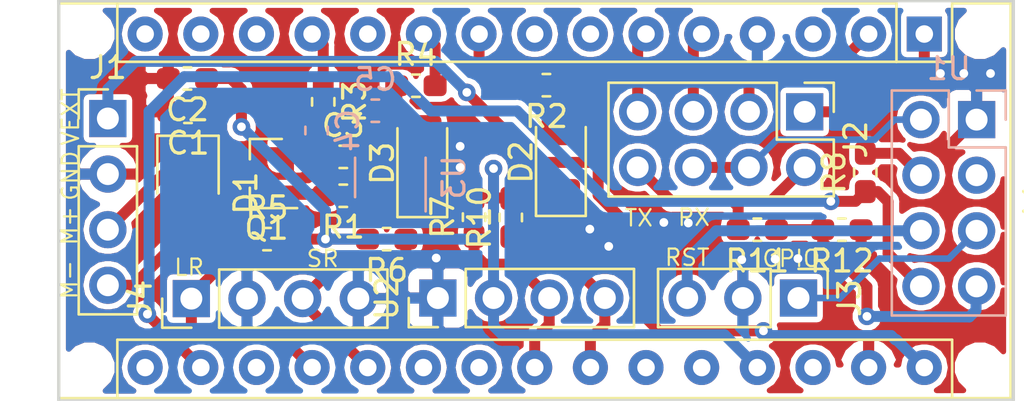
<source format=kicad_pcb>
(kicad_pcb (version 20171130) (host pcbnew "(5.1.0)-1")

  (general
    (thickness 1.6)
    (drawings 14)
    (tracks 176)
    (zones 0)
    (modules 28)
    (nets 43)
  )

  (page A4)
  (layers
    (0 F.Cu signal)
    (31 B.Cu signal)
    (32 B.Adhes user hide)
    (33 F.Adhes user hide)
    (34 B.Paste user hide)
    (35 F.Paste user hide)
    (36 B.SilkS user hide)
    (37 F.SilkS user hide)
    (38 B.Mask user hide)
    (39 F.Mask user hide)
    (40 Dwgs.User user hide)
    (41 Cmts.User user hide)
    (42 Eco1.User user hide)
    (43 Eco2.User user hide)
    (44 Edge.Cuts user hide)
    (45 Margin user hide)
    (46 B.CrtYd user hide)
    (47 F.CrtYd user hide)
    (48 B.Fab user)
    (49 F.Fab user hide)
  )

  (setup
    (last_trace_width 0.25)
    (user_trace_width 0.3)
    (user_trace_width 0.5)
    (trace_clearance 0.2)
    (zone_clearance 0.254)
    (zone_45_only no)
    (trace_min 0.2)
    (via_size 0.8)
    (via_drill 0.4)
    (via_min_size 0.4)
    (via_min_drill 0.3)
    (uvia_size 0.3)
    (uvia_drill 0.1)
    (uvias_allowed no)
    (uvia_min_size 0.2)
    (uvia_min_drill 0.1)
    (edge_width 0.15)
    (segment_width 0.2)
    (pcb_text_width 0.3)
    (pcb_text_size 1.5 1.5)
    (mod_edge_width 0.15)
    (mod_text_size 1 1)
    (mod_text_width 0.15)
    (pad_size 1.524 1.524)
    (pad_drill 0.762)
    (pad_to_mask_clearance 0.2)
    (aux_axis_origin 0 0)
    (visible_elements 7FFFFFFF)
    (pcbplotparams
      (layerselection 0x010f0_ffffffff)
      (usegerberextensions false)
      (usegerberattributes false)
      (usegerberadvancedattributes false)
      (creategerberjobfile false)
      (excludeedgelayer true)
      (linewidth 0.100000)
      (plotframeref false)
      (viasonmask false)
      (mode 1)
      (useauxorigin false)
      (hpglpennumber 1)
      (hpglpenspeed 20)
      (hpglpendiameter 15.000000)
      (psnegative false)
      (psa4output false)
      (plotreference false)
      (plotvalue false)
      (plotinvisibletext false)
      (padsonsilk false)
      (subtractmaskfromsilk false)
      (outputformat 1)
      (mirror false)
      (drillshape 0)
      (scaleselection 1)
      (outputdirectory "Gerber/"))
  )

  (net 0 "")
  (net 1 /H_TX)
  (net 2 /3V3)
  (net 3 /H_RX)
  (net 4 /LR_LEVEL)
  (net 5 GND)
  (net 6 /SR_LEVEL)
  (net 7 /S_RX)
  (net 8 /S_TX)
  (net 9 /SDA)
  (net 10 /SCL)
  (net 11 /YELLOW_LED)
  (net 12 /RED_LED)
  (net 13 /5V0)
  (net 14 "Net-(A1-Pad12)")
  (net 15 /VIN)
  (net 16 /M_FILTERED_PWM)
  (net 17 /MOTOR_GND)
  (net 18 "Net-(D2-Pad2)")
  (net 19 "Net-(D3-Pad2)")
  (net 20 /TX)
  (net 21 /RX)
  (net 22 "Net-(R8-Pad2)")
  (net 23 "Net-(R11-Pad1)")
  (net 24 /GPIO0_WIFI)
  (net 25 /RST_WIFI)
  (net 26 "Net-(A1-Pad17)")
  (net 27 "Net-(A1-Pad18)")
  (net 28 "Net-(A1-Pad3)")
  (net 29 "Net-(A1-Pad21)")
  (net 30 "Net-(A1-Pad22)")
  (net 31 "Net-(A1-Pad7)")
  (net 32 "Net-(A1-Pad8)")
  (net 33 "Net-(A1-Pad25)")
  (net 34 "Net-(A1-Pad26)")
  (net 35 "Net-(A1-Pad11)")
  (net 36 "Net-(A1-Pad28)")
  (net 37 "Net-(A1-Pad13)")
  (net 38 "Net-(A1-Pad14)")
  (net 39 "Net-(A1-Pad15)")
  (net 40 "Net-(A1-Pad16)")
  (net 41 "Net-(C4-Pad1)")
  (net 42 "Net-(U1-Pad3)")

  (net_class Default "This is the default net class."
    (clearance 0.2)
    (trace_width 0.25)
    (via_dia 0.8)
    (via_drill 0.4)
    (uvia_dia 0.3)
    (uvia_drill 0.1)
    (add_net /3V3)
    (add_net /5V0)
    (add_net /GPIO0_WIFI)
    (add_net /H_RX)
    (add_net /H_TX)
    (add_net /LR_LEVEL)
    (add_net /MOTOR_GND)
    (add_net /M_FILTERED_PWM)
    (add_net /RED_LED)
    (add_net /RST_WIFI)
    (add_net /RX)
    (add_net /SCL)
    (add_net /SDA)
    (add_net /SR_LEVEL)
    (add_net /S_RX)
    (add_net /S_TX)
    (add_net /TX)
    (add_net /VIN)
    (add_net /YELLOW_LED)
    (add_net GND)
    (add_net "Net-(A1-Pad11)")
    (add_net "Net-(A1-Pad12)")
    (add_net "Net-(A1-Pad13)")
    (add_net "Net-(A1-Pad14)")
    (add_net "Net-(A1-Pad15)")
    (add_net "Net-(A1-Pad16)")
    (add_net "Net-(A1-Pad17)")
    (add_net "Net-(A1-Pad18)")
    (add_net "Net-(A1-Pad21)")
    (add_net "Net-(A1-Pad22)")
    (add_net "Net-(A1-Pad25)")
    (add_net "Net-(A1-Pad26)")
    (add_net "Net-(A1-Pad28)")
    (add_net "Net-(A1-Pad3)")
    (add_net "Net-(A1-Pad7)")
    (add_net "Net-(A1-Pad8)")
    (add_net "Net-(C4-Pad1)")
    (add_net "Net-(D2-Pad2)")
    (add_net "Net-(D3-Pad2)")
    (add_net "Net-(R11-Pad1)")
    (add_net "Net-(R8-Pad2)")
    (add_net "Net-(U1-Pad3)")
  )

  (module Module:Arduino_Nano_WithMountingHoles (layer F.Cu) (tedit 58ACAF99) (tstamp 5CE86A9E)
    (at 103.1748 76.7588 270)
    (descr "Arduino Nano, http://www.mouser.com/pdfdocs/Gravitech_Arduino_Nano3_0.pdf")
    (tags "Arduino Nano")
    (path /5CB6C6CB)
    (fp_text reference A1 (at 7.62 -5.08 270) (layer F.SilkS)
      (effects (font (size 1 1) (thickness 0.15)))
    )
    (fp_text value Arduino_Nano_v3.x (at 8.89 15.24) (layer F.Fab)
      (effects (font (size 1 1) (thickness 0.15)))
    )
    (fp_text user %R (at 6.35 16.51) (layer F.Fab)
      (effects (font (size 1 1) (thickness 0.15)))
    )
    (fp_line (start 1.27 1.27) (end 1.27 -1.27) (layer F.SilkS) (width 0.12))
    (fp_line (start 1.27 -1.27) (end -1.4 -1.27) (layer F.SilkS) (width 0.12))
    (fp_line (start -1.4 1.27) (end -1.4 39.5) (layer F.SilkS) (width 0.12))
    (fp_line (start -1.4 -3.94) (end -1.4 -1.27) (layer F.SilkS) (width 0.12))
    (fp_line (start 13.97 -1.27) (end 16.64 -1.27) (layer F.SilkS) (width 0.12))
    (fp_line (start 13.97 -1.27) (end 13.97 36.83) (layer F.SilkS) (width 0.12))
    (fp_line (start 13.97 36.83) (end 16.64 36.83) (layer F.SilkS) (width 0.12))
    (fp_line (start 1.27 1.27) (end -1.4 1.27) (layer F.SilkS) (width 0.12))
    (fp_line (start 1.27 1.27) (end 1.27 36.83) (layer F.SilkS) (width 0.12))
    (fp_line (start 1.27 36.83) (end -1.4 36.83) (layer F.SilkS) (width 0.12))
    (fp_line (start 3.81 31.75) (end 11.43 31.75) (layer F.Fab) (width 0.1))
    (fp_line (start 11.43 31.75) (end 11.43 41.91) (layer F.Fab) (width 0.1))
    (fp_line (start 11.43 41.91) (end 3.81 41.91) (layer F.Fab) (width 0.1))
    (fp_line (start 3.81 41.91) (end 3.81 31.75) (layer F.Fab) (width 0.1))
    (fp_line (start -1.4 39.5) (end 16.64 39.5) (layer F.SilkS) (width 0.12))
    (fp_line (start 16.64 39.5) (end 16.64 -3.94) (layer F.SilkS) (width 0.12))
    (fp_line (start 16.64 -3.94) (end -1.4 -3.94) (layer F.SilkS) (width 0.12))
    (fp_line (start 16.51 39.37) (end -1.27 39.37) (layer F.Fab) (width 0.1))
    (fp_line (start -1.27 39.37) (end -1.27 -2.54) (layer F.Fab) (width 0.1))
    (fp_line (start -1.27 -2.54) (end 0 -3.81) (layer F.Fab) (width 0.1))
    (fp_line (start 0 -3.81) (end 16.51 -3.81) (layer F.Fab) (width 0.1))
    (fp_line (start 16.51 -3.81) (end 16.51 39.37) (layer F.Fab) (width 0.1))
    (fp_line (start -1.53 -4.06) (end 16.75 -4.06) (layer F.CrtYd) (width 0.05))
    (fp_line (start -1.53 -4.06) (end -1.53 42.16) (layer F.CrtYd) (width 0.05))
    (fp_line (start 16.75 42.16) (end 16.75 -4.06) (layer F.CrtYd) (width 0.05))
    (fp_line (start 16.75 42.16) (end -1.53 42.16) (layer F.CrtYd) (width 0.05))
    (pad 1 thru_hole rect (at 0 0 270) (size 1.6 1.6) (drill 0.8) (layers *.Cu *.Mask)
      (net 1 /H_TX))
    (pad 17 thru_hole oval (at 15.24 33.02 270) (size 1.6 1.6) (drill 0.8) (layers *.Cu *.Mask)
      (net 26 "Net-(A1-Pad17)"))
    (pad 2 thru_hole oval (at 0 2.54 270) (size 1.6 1.6) (drill 0.8) (layers *.Cu *.Mask)
      (net 3 /H_RX))
    (pad 18 thru_hole oval (at 15.24 30.48 270) (size 1.6 1.6) (drill 0.8) (layers *.Cu *.Mask)
      (net 27 "Net-(A1-Pad18)"))
    (pad 3 thru_hole oval (at 0 5.08 270) (size 1.6 1.6) (drill 0.8) (layers *.Cu *.Mask)
      (net 28 "Net-(A1-Pad3)"))
    (pad 19 thru_hole oval (at 15.24 27.94 270) (size 1.6 1.6) (drill 0.8) (layers *.Cu *.Mask)
      (net 4 /LR_LEVEL))
    (pad 4 thru_hole oval (at 0 7.62 270) (size 1.6 1.6) (drill 0.8) (layers *.Cu *.Mask)
      (net 5 GND))
    (pad 20 thru_hole oval (at 15.24 25.4 270) (size 1.6 1.6) (drill 0.8) (layers *.Cu *.Mask)
      (net 6 /SR_LEVEL))
    (pad 5 thru_hole oval (at 0 10.16 270) (size 1.6 1.6) (drill 0.8) (layers *.Cu *.Mask)
      (net 7 /S_RX))
    (pad 21 thru_hole oval (at 15.24 22.86 270) (size 1.6 1.6) (drill 0.8) (layers *.Cu *.Mask)
      (net 29 "Net-(A1-Pad21)"))
    (pad 6 thru_hole oval (at 0 12.7 270) (size 1.6 1.6) (drill 0.8) (layers *.Cu *.Mask)
      (net 8 /S_TX))
    (pad 22 thru_hole oval (at 15.24 20.32 270) (size 1.6 1.6) (drill 0.8) (layers *.Cu *.Mask)
      (net 30 "Net-(A1-Pad22)"))
    (pad 7 thru_hole oval (at 0 15.24 270) (size 1.6 1.6) (drill 0.8) (layers *.Cu *.Mask)
      (net 31 "Net-(A1-Pad7)"))
    (pad 23 thru_hole oval (at 15.24 17.78 270) (size 1.6 1.6) (drill 0.8) (layers *.Cu *.Mask)
      (net 9 /SDA))
    (pad 8 thru_hole oval (at 0 17.78 270) (size 1.6 1.6) (drill 0.8) (layers *.Cu *.Mask)
      (net 32 "Net-(A1-Pad8)"))
    (pad 24 thru_hole oval (at 15.24 15.24 270) (size 1.6 1.6) (drill 0.8) (layers *.Cu *.Mask)
      (net 10 /SCL))
    (pad 9 thru_hole oval (at 0 20.32 270) (size 1.6 1.6) (drill 0.8) (layers *.Cu *.Mask)
      (net 11 /YELLOW_LED))
    (pad 25 thru_hole oval (at 15.24 12.7 270) (size 1.6 1.6) (drill 0.8) (layers *.Cu *.Mask)
      (net 33 "Net-(A1-Pad25)"))
    (pad 10 thru_hole oval (at 0 22.86 270) (size 1.6 1.6) (drill 0.8) (layers *.Cu *.Mask)
      (net 12 /RED_LED))
    (pad 26 thru_hole oval (at 15.24 10.16 270) (size 1.6 1.6) (drill 0.8) (layers *.Cu *.Mask)
      (net 34 "Net-(A1-Pad26)"))
    (pad 11 thru_hole oval (at 0 25.4 270) (size 1.6 1.6) (drill 0.8) (layers *.Cu *.Mask)
      (net 35 "Net-(A1-Pad11)"))
    (pad 27 thru_hole oval (at 15.24 7.62 270) (size 1.6 1.6) (drill 0.8) (layers *.Cu *.Mask)
      (net 13 /5V0))
    (pad 12 thru_hole oval (at 0 27.94 270) (size 1.6 1.6) (drill 0.8) (layers *.Cu *.Mask)
      (net 14 "Net-(A1-Pad12)"))
    (pad 28 thru_hole oval (at 15.24 5.08 270) (size 1.6 1.6) (drill 0.8) (layers *.Cu *.Mask)
      (net 36 "Net-(A1-Pad28)"))
    (pad 13 thru_hole oval (at 0 30.48 270) (size 1.6 1.6) (drill 0.8) (layers *.Cu *.Mask)
      (net 37 "Net-(A1-Pad13)"))
    (pad 29 thru_hole oval (at 15.24 2.54 270) (size 1.6 1.6) (drill 0.8) (layers *.Cu *.Mask)
      (net 5 GND))
    (pad 14 thru_hole oval (at 0 33.02 270) (size 1.6 1.6) (drill 0.8) (layers *.Cu *.Mask)
      (net 38 "Net-(A1-Pad14)"))
    (pad 30 thru_hole oval (at 15.24 0 270) (size 1.6 1.6) (drill 0.8) (layers *.Cu *.Mask)
      (net 15 /VIN))
    (pad 15 thru_hole oval (at 0 35.56 270) (size 1.6 1.6) (drill 0.8) (layers *.Cu *.Mask)
      (net 39 "Net-(A1-Pad15)"))
    (pad 16 thru_hole oval (at 15.24 35.56 270) (size 1.6 1.6) (drill 0.8) (layers *.Cu *.Mask)
      (net 40 "Net-(A1-Pad16)"))
    (pad "" np_thru_hole circle (at 0 -2.54 270) (size 1.78 1.78) (drill 1.78) (layers *.Cu *.Mask))
    (pad "" np_thru_hole circle (at 15.24 -2.54 270) (size 1.78 1.78) (drill 1.78) (layers *.Cu *.Mask))
    (pad "" np_thru_hole circle (at 15.24 38.1 270) (size 1.78 1.78) (drill 1.78) (layers *.Cu *.Mask))
    (pad "" np_thru_hole circle (at 0 38.1 270) (size 1.78 1.78) (drill 1.78) (layers *.Cu *.Mask))
    (model ${KISYS3DMOD}/Module.3dshapes/Arduino_Nano_WithMountingHoles.wrl
      (at (xyz 0 0 0))
      (scale (xyz 1 1 1))
      (rotate (xyz 0 0 0))
    )
  )

  (module Capacitor_SMD:C_0603_1608Metric_Pad1.05x0.95mm_HandSolder (layer F.Cu) (tedit 5B301BBE) (tstamp 5CE86947)
    (at 69.5706 80.3148 180)
    (descr "Capacitor SMD 0603 (1608 Metric), square (rectangular) end terminal, IPC_7351 nominal with elongated pad for handsoldering. (Body size source: http://www.tortai-tech.com/upload/download/2011102023233369053.pdf), generated with kicad-footprint-generator")
    (tags "capacitor handsolder")
    (path /5CB737B3)
    (attr smd)
    (fp_text reference C1 (at 0 -1.43 180) (layer F.SilkS)
      (effects (font (size 1 1) (thickness 0.15)))
    )
    (fp_text value 22u (at 0 1.43 180) (layer F.Fab)
      (effects (font (size 1 1) (thickness 0.15)))
    )
    (fp_text user %R (at 0.0254 -0.0762 180) (layer F.Fab)
      (effects (font (size 0.4 0.4) (thickness 0.06)))
    )
    (fp_line (start 1.65 0.73) (end -1.65 0.73) (layer F.CrtYd) (width 0.05))
    (fp_line (start 1.65 -0.73) (end 1.65 0.73) (layer F.CrtYd) (width 0.05))
    (fp_line (start -1.65 -0.73) (end 1.65 -0.73) (layer F.CrtYd) (width 0.05))
    (fp_line (start -1.65 0.73) (end -1.65 -0.73) (layer F.CrtYd) (width 0.05))
    (fp_line (start -0.171267 0.51) (end 0.171267 0.51) (layer F.SilkS) (width 0.12))
    (fp_line (start -0.171267 -0.51) (end 0.171267 -0.51) (layer F.SilkS) (width 0.12))
    (fp_line (start 0.8 0.4) (end -0.8 0.4) (layer F.Fab) (width 0.1))
    (fp_line (start 0.8 -0.4) (end 0.8 0.4) (layer F.Fab) (width 0.1))
    (fp_line (start -0.8 -0.4) (end 0.8 -0.4) (layer F.Fab) (width 0.1))
    (fp_line (start -0.8 0.4) (end -0.8 -0.4) (layer F.Fab) (width 0.1))
    (pad 2 smd roundrect (at 0.875 0 180) (size 1.05 0.95) (layers F.Cu F.Paste F.Mask) (roundrect_rratio 0.25)
      (net 5 GND))
    (pad 1 smd roundrect (at -0.875 0 180) (size 1.05 0.95) (layers F.Cu F.Paste F.Mask) (roundrect_rratio 0.25)
      (net 13 /5V0))
    (model ${KISYS3DMOD}/Capacitor_SMD.3dshapes/C_0603_1608Metric.wrl
      (at (xyz 0 0 0))
      (scale (xyz 1 1 1))
      (rotate (xyz 0 0 0))
    )
  )

  (module Capacitor_SMD:C_0603_1608Metric_Pad1.05x0.95mm_HandSolder (layer F.Cu) (tedit 5B301BBE) (tstamp 5CE87013)
    (at 69.5452 78.7908 180)
    (descr "Capacitor SMD 0603 (1608 Metric), square (rectangular) end terminal, IPC_7351 nominal with elongated pad for handsoldering. (Body size source: http://www.tortai-tech.com/upload/download/2011102023233369053.pdf), generated with kicad-footprint-generator")
    (tags "capacitor handsolder")
    (path /5CB73EA4)
    (attr smd)
    (fp_text reference C2 (at 0 -1.43 180) (layer F.SilkS)
      (effects (font (size 1 1) (thickness 0.15)))
    )
    (fp_text value 1n (at 0 1.43 180) (layer F.Fab)
      (effects (font (size 1 1) (thickness 0.15)))
    )
    (fp_line (start -0.8 0.4) (end -0.8 -0.4) (layer F.Fab) (width 0.1))
    (fp_line (start -0.8 -0.4) (end 0.8 -0.4) (layer F.Fab) (width 0.1))
    (fp_line (start 0.8 -0.4) (end 0.8 0.4) (layer F.Fab) (width 0.1))
    (fp_line (start 0.8 0.4) (end -0.8 0.4) (layer F.Fab) (width 0.1))
    (fp_line (start -0.171267 -0.51) (end 0.171267 -0.51) (layer F.SilkS) (width 0.12))
    (fp_line (start -0.171267 0.51) (end 0.171267 0.51) (layer F.SilkS) (width 0.12))
    (fp_line (start -1.65 0.73) (end -1.65 -0.73) (layer F.CrtYd) (width 0.05))
    (fp_line (start -1.65 -0.73) (end 1.65 -0.73) (layer F.CrtYd) (width 0.05))
    (fp_line (start 1.65 -0.73) (end 1.65 0.73) (layer F.CrtYd) (width 0.05))
    (fp_line (start 1.65 0.73) (end -1.65 0.73) (layer F.CrtYd) (width 0.05))
    (fp_text user %R (at 0 0 180) (layer F.Fab)
      (effects (font (size 0.4 0.4) (thickness 0.06)))
    )
    (pad 1 smd roundrect (at -0.875 0 180) (size 1.05 0.95) (layers F.Cu F.Paste F.Mask) (roundrect_rratio 0.25)
      (net 13 /5V0))
    (pad 2 smd roundrect (at 0.875 0 180) (size 1.05 0.95) (layers F.Cu F.Paste F.Mask) (roundrect_rratio 0.25)
      (net 5 GND))
    (model ${KISYS3DMOD}/Capacitor_SMD.3dshapes/C_0603_1608Metric.wrl
      (at (xyz 0 0 0))
      (scale (xyz 1 1 1))
      (rotate (xyz 0 0 0))
    )
  )

  (module Capacitor_SMD:C_0603_1608Metric_Pad1.05x0.95mm_HandSolder (layer F.Cu) (tedit 5B301BBE) (tstamp 5CE868DB)
    (at 76.6572 82.3722)
    (descr "Capacitor SMD 0603 (1608 Metric), square (rectangular) end terminal, IPC_7351 nominal with elongated pad for handsoldering. (Body size source: http://www.tortai-tech.com/upload/download/2011102023233369053.pdf), generated with kicad-footprint-generator")
    (tags "capacitor handsolder")
    (path /5CB6D82F)
    (attr smd)
    (fp_text reference C3 (at 0 -1.43) (layer F.SilkS)
      (effects (font (size 1 1) (thickness 0.15)))
    )
    (fp_text value 100n (at 0 1.43) (layer F.Fab)
      (effects (font (size 1 1) (thickness 0.15)))
    )
    (fp_line (start -0.8 0.4) (end -0.8 -0.4) (layer F.Fab) (width 0.1))
    (fp_line (start -0.8 -0.4) (end 0.8 -0.4) (layer F.Fab) (width 0.1))
    (fp_line (start 0.8 -0.4) (end 0.8 0.4) (layer F.Fab) (width 0.1))
    (fp_line (start 0.8 0.4) (end -0.8 0.4) (layer F.Fab) (width 0.1))
    (fp_line (start -0.171267 -0.51) (end 0.171267 -0.51) (layer F.SilkS) (width 0.12))
    (fp_line (start -0.171267 0.51) (end 0.171267 0.51) (layer F.SilkS) (width 0.12))
    (fp_line (start -1.65 0.73) (end -1.65 -0.73) (layer F.CrtYd) (width 0.05))
    (fp_line (start -1.65 -0.73) (end 1.65 -0.73) (layer F.CrtYd) (width 0.05))
    (fp_line (start 1.65 -0.73) (end 1.65 0.73) (layer F.CrtYd) (width 0.05))
    (fp_line (start 1.65 0.73) (end -1.65 0.73) (layer F.CrtYd) (width 0.05))
    (fp_text user %R (at 0 0) (layer F.Fab)
      (effects (font (size 0.4 0.4) (thickness 0.06)))
    )
    (pad 1 smd roundrect (at -0.875 0) (size 1.05 0.95) (layers F.Cu F.Paste F.Mask) (roundrect_rratio 0.25)
      (net 16 /M_FILTERED_PWM))
    (pad 2 smd roundrect (at 0.875 0) (size 1.05 0.95) (layers F.Cu F.Paste F.Mask) (roundrect_rratio 0.25)
      (net 5 GND))
    (model ${KISYS3DMOD}/Capacitor_SMD.3dshapes/C_0603_1608Metric.wrl
      (at (xyz 0 0 0))
      (scale (xyz 1 1 1))
      (rotate (xyz 0 0 0))
    )
  )

  (module custom-footprints:SMA_DO-214AC (layer F.Cu) (tedit 5CB2EBC5) (tstamp 5CE86877)
    (at 69.5706 84.0486 270)
    (path /5CB71758)
    (fp_text reference D1 (at -0.02 -2.64 270) (layer F.SilkS)
      (effects (font (size 1 1) (thickness 0.15)))
    )
    (fp_text value SS14 (at 0.05 2.77 270) (layer F.Fab)
      (effects (font (size 1 1) (thickness 0.15)))
    )
    (fp_line (start -2.84 -1.6) (end -2.84 1.6) (layer F.CrtYd) (width 0.12))
    (fp_line (start -2.84 1.6) (end 2.84 1.6) (layer F.CrtYd) (width 0.12))
    (fp_line (start 2.84 -1.6) (end 2.84 1.6) (layer F.CrtYd) (width 0.12))
    (fp_line (start -2.84 -1.6) (end 2.84 -1.6) (layer F.CrtYd) (width 0.12))
    (fp_line (start -2.64 -1.4) (end 0 -1.4) (layer F.SilkS) (width 0.12))
    (fp_line (start -2.64 -1.4) (end -2.64 1.4) (layer F.SilkS) (width 0.12))
    (fp_line (start -2.64 1.4) (end 0 1.4) (layer F.SilkS) (width 0.12))
    (fp_line (start -0.7 -1) (end -0.7 1) (layer F.Fab) (width 0.12))
    (fp_line (start 0.57 0.96) (end -0.71 0) (layer F.Fab) (width 0.12))
    (fp_line (start 0.57 -0.97) (end 0.57 0.96) (layer F.Fab) (width 0.12))
    (fp_line (start -0.71 0) (end 0.57 -0.97) (layer F.Fab) (width 0.12))
    (fp_line (start 0.8 0) (end 0.58 0) (layer F.Fab) (width 0.12))
    (fp_line (start -0.8 0) (end -0.69 0) (layer F.Fab) (width 0.12))
    (pad 2 smd rect (at 1.7 0 270) (size 1.7 1.68) (layers F.Cu F.Paste F.Mask)
      (net 17 /MOTOR_GND))
    (pad 1 smd rect (at -1.7 0 270) (size 1.7 1.68) (layers F.Cu F.Paste F.Mask)
      (net 13 /5V0))
  )

  (module LED_SMD:LED_1206_3216Metric_Pad1.42x1.75mm_HandSolder (layer F.Cu) (tedit 5B4B45C9) (tstamp 5CE842A4)
    (at 86.5886 82.6119 90)
    (descr "LED SMD 1206 (3216 Metric), square (rectangular) end terminal, IPC_7351 nominal, (Body size source: http://www.tortai-tech.com/upload/download/2011102023233369053.pdf), generated with kicad-footprint-generator")
    (tags "LED handsolder")
    (path /5CBC5F2E)
    (attr smd)
    (fp_text reference D2 (at 0 -1.82 90) (layer F.SilkS)
      (effects (font (size 1 1) (thickness 0.15)))
    )
    (fp_text value YELLOW (at 0 1.82 90) (layer F.Fab)
      (effects (font (size 1 1) (thickness 0.15)))
    )
    (fp_line (start 1.6 -0.8) (end -1.2 -0.8) (layer F.Fab) (width 0.1))
    (fp_line (start -1.2 -0.8) (end -1.6 -0.4) (layer F.Fab) (width 0.1))
    (fp_line (start -1.6 -0.4) (end -1.6 0.8) (layer F.Fab) (width 0.1))
    (fp_line (start -1.6 0.8) (end 1.6 0.8) (layer F.Fab) (width 0.1))
    (fp_line (start 1.6 0.8) (end 1.6 -0.8) (layer F.Fab) (width 0.1))
    (fp_line (start 1.6 -1.135) (end -2.46 -1.135) (layer F.SilkS) (width 0.12))
    (fp_line (start -2.46 -1.135) (end -2.46 1.135) (layer F.SilkS) (width 0.12))
    (fp_line (start -2.46 1.135) (end 1.6 1.135) (layer F.SilkS) (width 0.12))
    (fp_line (start -2.45 1.12) (end -2.45 -1.12) (layer F.CrtYd) (width 0.05))
    (fp_line (start -2.45 -1.12) (end 2.45 -1.12) (layer F.CrtYd) (width 0.05))
    (fp_line (start 2.45 -1.12) (end 2.45 1.12) (layer F.CrtYd) (width 0.05))
    (fp_line (start 2.45 1.12) (end -2.45 1.12) (layer F.CrtYd) (width 0.05))
    (fp_text user %R (at 0 0 90) (layer F.Fab)
      (effects (font (size 0.8 0.8) (thickness 0.12)))
    )
    (pad 1 smd roundrect (at -1.4875 0 90) (size 1.425 1.75) (layers F.Cu F.Paste F.Mask) (roundrect_rratio 0.175439)
      (net 5 GND))
    (pad 2 smd roundrect (at 1.4875 0 90) (size 1.425 1.75) (layers F.Cu F.Paste F.Mask) (roundrect_rratio 0.175439)
      (net 18 "Net-(D2-Pad2)"))
    (model ${KISYS3DMOD}/LED_SMD.3dshapes/LED_1206_3216Metric.wrl
      (at (xyz 0 0 0))
      (scale (xyz 1 1 1))
      (rotate (xyz 0 0 0))
    )
  )

  (module LED_SMD:LED_1206_3216Metric_Pad1.42x1.75mm_HandSolder (layer F.Cu) (tedit 5B4B45C9) (tstamp 5CE842B7)
    (at 80.264 82.6659 90)
    (descr "LED SMD 1206 (3216 Metric), square (rectangular) end terminal, IPC_7351 nominal, (Body size source: http://www.tortai-tech.com/upload/download/2011102023233369053.pdf), generated with kicad-footprint-generator")
    (tags "LED handsolder")
    (path /5CBC5FF1)
    (attr smd)
    (fp_text reference D3 (at 0 -1.82 90) (layer F.SilkS)
      (effects (font (size 1 1) (thickness 0.15)))
    )
    (fp_text value RED (at 0 1.82 90) (layer F.Fab)
      (effects (font (size 1 1) (thickness 0.15)))
    )
    (fp_text user %R (at 0 0 90) (layer F.Fab)
      (effects (font (size 0.8 0.8) (thickness 0.12)))
    )
    (fp_line (start 2.45 1.12) (end -2.45 1.12) (layer F.CrtYd) (width 0.05))
    (fp_line (start 2.45 -1.12) (end 2.45 1.12) (layer F.CrtYd) (width 0.05))
    (fp_line (start -2.45 -1.12) (end 2.45 -1.12) (layer F.CrtYd) (width 0.05))
    (fp_line (start -2.45 1.12) (end -2.45 -1.12) (layer F.CrtYd) (width 0.05))
    (fp_line (start -2.46 1.135) (end 1.6 1.135) (layer F.SilkS) (width 0.12))
    (fp_line (start -2.46 -1.135) (end -2.46 1.135) (layer F.SilkS) (width 0.12))
    (fp_line (start 1.6 -1.135) (end -2.46 -1.135) (layer F.SilkS) (width 0.12))
    (fp_line (start 1.6 0.8) (end 1.6 -0.8) (layer F.Fab) (width 0.1))
    (fp_line (start -1.6 0.8) (end 1.6 0.8) (layer F.Fab) (width 0.1))
    (fp_line (start -1.6 -0.4) (end -1.6 0.8) (layer F.Fab) (width 0.1))
    (fp_line (start -1.2 -0.8) (end -1.6 -0.4) (layer F.Fab) (width 0.1))
    (fp_line (start 1.6 -0.8) (end -1.2 -0.8) (layer F.Fab) (width 0.1))
    (pad 2 smd roundrect (at 1.4875 0 90) (size 1.425 1.75) (layers F.Cu F.Paste F.Mask) (roundrect_rratio 0.175439)
      (net 19 "Net-(D3-Pad2)"))
    (pad 1 smd roundrect (at -1.4875 0 90) (size 1.425 1.75) (layers F.Cu F.Paste F.Mask) (roundrect_rratio 0.175439)
      (net 5 GND))
    (model ${KISYS3DMOD}/LED_SMD.3dshapes/LED_1206_3216Metric.wrl
      (at (xyz 0 0 0))
      (scale (xyz 1 1 1))
      (rotate (xyz 0 0 0))
    )
  )

  (module Connector_PinHeader_2.54mm:PinHeader_1x04_P2.54mm_Vertical (layer F.Cu) (tedit 59FED5CC) (tstamp 5CE8500E)
    (at 65.913 80.6196)
    (descr "Through hole straight pin header, 1x04, 2.54mm pitch, single row")
    (tags "Through hole pin header THT 1x04 2.54mm single row")
    (path /5CB718F5)
    (fp_text reference J1 (at 0 -2.33) (layer F.SilkS)
      (effects (font (size 1 1) (thickness 0.15)))
    )
    (fp_text value MOTOR_INTERFACE (at 0 9.95) (layer F.Fab)
      (effects (font (size 1 1) (thickness 0.15)))
    )
    (fp_text user %R (at 0 3.81 90) (layer F.Fab)
      (effects (font (size 1 1) (thickness 0.15)))
    )
    (fp_line (start 1.8 -1.8) (end -1.8 -1.8) (layer F.CrtYd) (width 0.05))
    (fp_line (start 1.8 9.4) (end 1.8 -1.8) (layer F.CrtYd) (width 0.05))
    (fp_line (start -1.8 9.4) (end 1.8 9.4) (layer F.CrtYd) (width 0.05))
    (fp_line (start -1.8 -1.8) (end -1.8 9.4) (layer F.CrtYd) (width 0.05))
    (fp_line (start -1.33 -1.33) (end 0 -1.33) (layer F.SilkS) (width 0.12))
    (fp_line (start -1.33 0) (end -1.33 -1.33) (layer F.SilkS) (width 0.12))
    (fp_line (start -1.33 1.27) (end 1.33 1.27) (layer F.SilkS) (width 0.12))
    (fp_line (start 1.33 1.27) (end 1.33 8.95) (layer F.SilkS) (width 0.12))
    (fp_line (start -1.33 1.27) (end -1.33 8.95) (layer F.SilkS) (width 0.12))
    (fp_line (start -1.33 8.95) (end 1.33 8.95) (layer F.SilkS) (width 0.12))
    (fp_line (start -1.27 -0.635) (end -0.635 -1.27) (layer F.Fab) (width 0.1))
    (fp_line (start -1.27 8.89) (end -1.27 -0.635) (layer F.Fab) (width 0.1))
    (fp_line (start 1.27 8.89) (end -1.27 8.89) (layer F.Fab) (width 0.1))
    (fp_line (start 1.27 -1.27) (end 1.27 8.89) (layer F.Fab) (width 0.1))
    (fp_line (start -0.635 -1.27) (end 1.27 -1.27) (layer F.Fab) (width 0.1))
    (pad 4 thru_hole oval (at 0 7.62) (size 1.7 1.7) (drill 1) (layers *.Cu *.Mask)
      (net 17 /MOTOR_GND))
    (pad 3 thru_hole oval (at 0 5.08) (size 1.7 1.7) (drill 1) (layers *.Cu *.Mask)
      (net 13 /5V0))
    (pad 2 thru_hole oval (at 0 2.54) (size 1.7 1.7) (drill 1) (layers *.Cu *.Mask)
      (net 5 GND))
    (pad 1 thru_hole rect (at 0 0) (size 1.7 1.7) (drill 1) (layers *.Cu *.Mask)
      (net 15 /VIN))
    (model ${KISYS3DMOD}/Connector_PinHeader_2.54mm.3dshapes/PinHeader_1x04_P2.54mm_Vertical.wrl
      (at (xyz 0 0 0))
      (scale (xyz 1 1 1))
      (rotate (xyz 0 0 0))
    )
  )

  (module Connector_PinHeader_2.54mm:PinHeader_2x04_P2.54mm_Vertical (layer F.Cu) (tedit 59FED5CC) (tstamp 5CE842ED)
    (at 97.7138 80.3148 270)
    (descr "Through hole straight pin header, 2x04, 2.54mm pitch, double rows")
    (tags "Through hole pin header THT 2x04 2.54mm double row")
    (path /5CC2688E)
    (fp_text reference J2 (at 1.27 -2.33 270) (layer F.SilkS)
      (effects (font (size 1 1) (thickness 0.15)))
    )
    (fp_text value Conn_02x04_Odd_Even (at 1.27 9.95 270) (layer F.Fab)
      (effects (font (size 1 1) (thickness 0.15)))
    )
    (fp_text user %R (at 1.27 3.81) (layer F.Fab)
      (effects (font (size 1 1) (thickness 0.15)))
    )
    (fp_line (start 4.35 -1.8) (end -1.8 -1.8) (layer F.CrtYd) (width 0.05))
    (fp_line (start 4.35 9.4) (end 4.35 -1.8) (layer F.CrtYd) (width 0.05))
    (fp_line (start -1.8 9.4) (end 4.35 9.4) (layer F.CrtYd) (width 0.05))
    (fp_line (start -1.8 -1.8) (end -1.8 9.4) (layer F.CrtYd) (width 0.05))
    (fp_line (start -1.33 -1.33) (end 0 -1.33) (layer F.SilkS) (width 0.12))
    (fp_line (start -1.33 0) (end -1.33 -1.33) (layer F.SilkS) (width 0.12))
    (fp_line (start 1.27 -1.33) (end 3.87 -1.33) (layer F.SilkS) (width 0.12))
    (fp_line (start 1.27 1.27) (end 1.27 -1.33) (layer F.SilkS) (width 0.12))
    (fp_line (start -1.33 1.27) (end 1.27 1.27) (layer F.SilkS) (width 0.12))
    (fp_line (start 3.87 -1.33) (end 3.87 8.95) (layer F.SilkS) (width 0.12))
    (fp_line (start -1.33 1.27) (end -1.33 8.95) (layer F.SilkS) (width 0.12))
    (fp_line (start -1.33 8.95) (end 3.87 8.95) (layer F.SilkS) (width 0.12))
    (fp_line (start -1.27 0) (end 0 -1.27) (layer F.Fab) (width 0.1))
    (fp_line (start -1.27 8.89) (end -1.27 0) (layer F.Fab) (width 0.1))
    (fp_line (start 3.81 8.89) (end -1.27 8.89) (layer F.Fab) (width 0.1))
    (fp_line (start 3.81 -1.27) (end 3.81 8.89) (layer F.Fab) (width 0.1))
    (fp_line (start 0 -1.27) (end 3.81 -1.27) (layer F.Fab) (width 0.1))
    (pad 8 thru_hole oval (at 2.54 7.62 270) (size 1.7 1.7) (drill 1) (layers *.Cu *.Mask)
      (net 20 /TX))
    (pad 7 thru_hole oval (at 0 7.62 270) (size 1.7 1.7) (drill 1) (layers *.Cu *.Mask)
      (net 8 /S_TX))
    (pad 6 thru_hole oval (at 2.54 5.08 270) (size 1.7 1.7) (drill 1) (layers *.Cu *.Mask)
      (net 21 /RX))
    (pad 5 thru_hole oval (at 0 5.08 270) (size 1.7 1.7) (drill 1) (layers *.Cu *.Mask)
      (net 7 /S_RX))
    (pad 4 thru_hole oval (at 2.54 2.54 270) (size 1.7 1.7) (drill 1) (layers *.Cu *.Mask)
      (net 21 /RX))
    (pad 3 thru_hole oval (at 0 2.54 270) (size 1.7 1.7) (drill 1) (layers *.Cu *.Mask)
      (net 3 /H_RX))
    (pad 2 thru_hole oval (at 2.54 0 270) (size 1.7 1.7) (drill 1) (layers *.Cu *.Mask)
      (net 20 /TX))
    (pad 1 thru_hole rect (at 0 0 270) (size 1.7 1.7) (drill 1) (layers *.Cu *.Mask)
      (net 1 /H_TX))
    (model ${KISYS3DMOD}/Connector_PinHeader_2.54mm.3dshapes/PinHeader_2x04_P2.54mm_Vertical.wrl
      (at (xyz 0 0 0))
      (scale (xyz 1 1 1))
      (rotate (xyz 0 0 0))
    )
  )

  (module Connector_PinHeader_2.54mm:PinHeader_1x04_P2.54mm_Vertical (layer F.Cu) (tedit 59FED5CC) (tstamp 5CE86619)
    (at 69.723 88.8492 90)
    (descr "Through hole straight pin header, 1x04, 2.54mm pitch, single row")
    (tags "Through hole pin header THT 1x04 2.54mm single row")
    (path /5CBB8377)
    (fp_text reference J4 (at 0 -2.33 90) (layer F.SilkS)
      (effects (font (size 1 1) (thickness 0.15)))
    )
    (fp_text value WATER_SENSOR (at 0 9.95 90) (layer F.Fab)
      (effects (font (size 1 1) (thickness 0.15)))
    )
    (fp_line (start -0.635 -1.27) (end 1.27 -1.27) (layer F.Fab) (width 0.1))
    (fp_line (start 1.27 -1.27) (end 1.27 8.89) (layer F.Fab) (width 0.1))
    (fp_line (start 1.27 8.89) (end -1.27 8.89) (layer F.Fab) (width 0.1))
    (fp_line (start -1.27 8.89) (end -1.27 -0.635) (layer F.Fab) (width 0.1))
    (fp_line (start -1.27 -0.635) (end -0.635 -1.27) (layer F.Fab) (width 0.1))
    (fp_line (start -1.33 8.95) (end 1.33 8.95) (layer F.SilkS) (width 0.12))
    (fp_line (start -1.33 1.27) (end -1.33 8.95) (layer F.SilkS) (width 0.12))
    (fp_line (start 1.33 1.27) (end 1.33 8.95) (layer F.SilkS) (width 0.12))
    (fp_line (start -1.33 1.27) (end 1.33 1.27) (layer F.SilkS) (width 0.12))
    (fp_line (start -1.33 0) (end -1.33 -1.33) (layer F.SilkS) (width 0.12))
    (fp_line (start -1.33 -1.33) (end 0 -1.33) (layer F.SilkS) (width 0.12))
    (fp_line (start -1.8 -1.8) (end -1.8 9.4) (layer F.CrtYd) (width 0.05))
    (fp_line (start -1.8 9.4) (end 1.8 9.4) (layer F.CrtYd) (width 0.05))
    (fp_line (start 1.8 9.4) (end 1.8 -1.8) (layer F.CrtYd) (width 0.05))
    (fp_line (start 1.8 -1.8) (end -1.8 -1.8) (layer F.CrtYd) (width 0.05))
    (fp_text user %R (at 0 3.81 180) (layer F.Fab)
      (effects (font (size 1 1) (thickness 0.15)))
    )
    (pad 1 thru_hole rect (at 0 0 90) (size 1.7 1.7) (drill 1) (layers *.Cu *.Mask)
      (net 4 /LR_LEVEL))
    (pad 2 thru_hole oval (at 0 2.54 90) (size 1.7 1.7) (drill 1) (layers *.Cu *.Mask)
      (net 5 GND))
    (pad 3 thru_hole oval (at 0 5.08 90) (size 1.7 1.7) (drill 1) (layers *.Cu *.Mask)
      (net 6 /SR_LEVEL))
    (pad 4 thru_hole oval (at 0 7.62 90) (size 1.7 1.7) (drill 1) (layers *.Cu *.Mask)
      (net 5 GND))
    (model ${KISYS3DMOD}/Connector_PinHeader_2.54mm.3dshapes/PinHeader_1x04_P2.54mm_Vertical.wrl
      (at (xyz 0 0 0))
      (scale (xyz 1 1 1))
      (rotate (xyz 0 0 0))
    )
  )

  (module Package_TO_SOT_SMD:SOT-23 (layer F.Cu) (tedit 5A02FF57) (tstamp 5CE874BD)
    (at 73.152 83.1342 180)
    (descr "SOT-23, Standard")
    (tags SOT-23)
    (path /5CB71279)
    (attr smd)
    (fp_text reference Q1 (at 0 -2.5 180) (layer F.SilkS)
      (effects (font (size 1 1) (thickness 0.15)))
    )
    (fp_text value AO3400A (at 0 2.5 180) (layer F.Fab)
      (effects (font (size 1 1) (thickness 0.15)))
    )
    (fp_text user %R (at 0 0 270) (layer F.Fab)
      (effects (font (size 0.5 0.5) (thickness 0.075)))
    )
    (fp_line (start -0.7 -0.95) (end -0.7 1.5) (layer F.Fab) (width 0.1))
    (fp_line (start -0.15 -1.52) (end 0.7 -1.52) (layer F.Fab) (width 0.1))
    (fp_line (start -0.7 -0.95) (end -0.15 -1.52) (layer F.Fab) (width 0.1))
    (fp_line (start 0.7 -1.52) (end 0.7 1.52) (layer F.Fab) (width 0.1))
    (fp_line (start -0.7 1.52) (end 0.7 1.52) (layer F.Fab) (width 0.1))
    (fp_line (start 0.76 1.58) (end 0.76 0.65) (layer F.SilkS) (width 0.12))
    (fp_line (start 0.76 -1.58) (end 0.76 -0.65) (layer F.SilkS) (width 0.12))
    (fp_line (start -1.7 -1.75) (end 1.7 -1.75) (layer F.CrtYd) (width 0.05))
    (fp_line (start 1.7 -1.75) (end 1.7 1.75) (layer F.CrtYd) (width 0.05))
    (fp_line (start 1.7 1.75) (end -1.7 1.75) (layer F.CrtYd) (width 0.05))
    (fp_line (start -1.7 1.75) (end -1.7 -1.75) (layer F.CrtYd) (width 0.05))
    (fp_line (start 0.76 -1.58) (end -1.4 -1.58) (layer F.SilkS) (width 0.12))
    (fp_line (start 0.76 1.58) (end -0.7 1.58) (layer F.SilkS) (width 0.12))
    (pad 1 smd rect (at -1 -0.95 180) (size 0.9 0.8) (layers F.Cu F.Paste F.Mask)
      (net 16 /M_FILTERED_PWM))
    (pad 2 smd rect (at -1 0.95 180) (size 0.9 0.8) (layers F.Cu F.Paste F.Mask)
      (net 5 GND))
    (pad 3 smd rect (at 1 0 180) (size 0.9 0.8) (layers F.Cu F.Paste F.Mask)
      (net 17 /MOTOR_GND))
    (model ${KISYS3DMOD}/Package_TO_SOT_SMD.3dshapes/SOT-23.wrl
      (at (xyz 0 0 0))
      (scale (xyz 1 1 1))
      (rotate (xyz 0 0 0))
    )
  )

  (module Resistor_SMD:R_0603_1608Metric_Pad1.05x0.95mm_HandSolder (layer F.Cu) (tedit 5B301BBD) (tstamp 5CE86845)
    (at 76.6572 84.1502 180)
    (descr "Resistor SMD 0603 (1608 Metric), square (rectangular) end terminal, IPC_7351 nominal with elongated pad for handsoldering. (Body size source: http://www.tortai-tech.com/upload/download/2011102023233369053.pdf), generated with kicad-footprint-generator")
    (tags "resistor handsolder")
    (path /5CB71384)
    (attr smd)
    (fp_text reference R1 (at 0 -1.43 180) (layer F.SilkS)
      (effects (font (size 1 1) (thickness 0.15)))
    )
    (fp_text value 47k (at 0 1.43 180) (layer F.Fab)
      (effects (font (size 1 1) (thickness 0.15)))
    )
    (fp_text user %R (at 0 0 180) (layer F.Fab)
      (effects (font (size 0.4 0.4) (thickness 0.06)))
    )
    (fp_line (start 1.65 0.73) (end -1.65 0.73) (layer F.CrtYd) (width 0.05))
    (fp_line (start 1.65 -0.73) (end 1.65 0.73) (layer F.CrtYd) (width 0.05))
    (fp_line (start -1.65 -0.73) (end 1.65 -0.73) (layer F.CrtYd) (width 0.05))
    (fp_line (start -1.65 0.73) (end -1.65 -0.73) (layer F.CrtYd) (width 0.05))
    (fp_line (start -0.171267 0.51) (end 0.171267 0.51) (layer F.SilkS) (width 0.12))
    (fp_line (start -0.171267 -0.51) (end 0.171267 -0.51) (layer F.SilkS) (width 0.12))
    (fp_line (start 0.8 0.4) (end -0.8 0.4) (layer F.Fab) (width 0.1))
    (fp_line (start 0.8 -0.4) (end 0.8 0.4) (layer F.Fab) (width 0.1))
    (fp_line (start -0.8 -0.4) (end 0.8 -0.4) (layer F.Fab) (width 0.1))
    (fp_line (start -0.8 0.4) (end -0.8 -0.4) (layer F.Fab) (width 0.1))
    (pad 2 smd roundrect (at 0.875 0 180) (size 1.05 0.95) (layers F.Cu F.Paste F.Mask) (roundrect_rratio 0.25)
      (net 16 /M_FILTERED_PWM))
    (pad 1 smd roundrect (at -0.875 0 180) (size 1.05 0.95) (layers F.Cu F.Paste F.Mask) (roundrect_rratio 0.25)
      (net 5 GND))
    (model ${KISYS3DMOD}/Resistor_SMD.3dshapes/R_0603_1608Metric.wrl
      (at (xyz 0 0 0))
      (scale (xyz 1 1 1))
      (rotate (xyz 0 0 0))
    )
  )

  (module Resistor_SMD:R_0603_1608Metric_Pad1.05x0.95mm_HandSolder (layer F.Cu) (tedit 5B301BBD) (tstamp 5CE84353)
    (at 85.9282 79.0956 180)
    (descr "Resistor SMD 0603 (1608 Metric), square (rectangular) end terminal, IPC_7351 nominal with elongated pad for handsoldering. (Body size source: http://www.tortai-tech.com/upload/download/2011102023233369053.pdf), generated with kicad-footprint-generator")
    (tags "resistor handsolder")
    (path /5CBC5ECB)
    (attr smd)
    (fp_text reference R2 (at 0 -1.43 180) (layer F.SilkS)
      (effects (font (size 1 1) (thickness 0.15)))
    )
    (fp_text value 560 (at 0 1.43 180) (layer F.Fab)
      (effects (font (size 1 1) (thickness 0.15)))
    )
    (fp_text user %R (at 0 0 180) (layer F.Fab)
      (effects (font (size 0.4 0.4) (thickness 0.06)))
    )
    (fp_line (start 1.65 0.73) (end -1.65 0.73) (layer F.CrtYd) (width 0.05))
    (fp_line (start 1.65 -0.73) (end 1.65 0.73) (layer F.CrtYd) (width 0.05))
    (fp_line (start -1.65 -0.73) (end 1.65 -0.73) (layer F.CrtYd) (width 0.05))
    (fp_line (start -1.65 0.73) (end -1.65 -0.73) (layer F.CrtYd) (width 0.05))
    (fp_line (start -0.171267 0.51) (end 0.171267 0.51) (layer F.SilkS) (width 0.12))
    (fp_line (start -0.171267 -0.51) (end 0.171267 -0.51) (layer F.SilkS) (width 0.12))
    (fp_line (start 0.8 0.4) (end -0.8 0.4) (layer F.Fab) (width 0.1))
    (fp_line (start 0.8 -0.4) (end 0.8 0.4) (layer F.Fab) (width 0.1))
    (fp_line (start -0.8 -0.4) (end 0.8 -0.4) (layer F.Fab) (width 0.1))
    (fp_line (start -0.8 0.4) (end -0.8 -0.4) (layer F.Fab) (width 0.1))
    (pad 2 smd roundrect (at 0.875 0 180) (size 1.05 0.95) (layers F.Cu F.Paste F.Mask) (roundrect_rratio 0.25)
      (net 11 /YELLOW_LED))
    (pad 1 smd roundrect (at -0.875 0 180) (size 1.05 0.95) (layers F.Cu F.Paste F.Mask) (roundrect_rratio 0.25)
      (net 18 "Net-(D2-Pad2)"))
    (model ${KISYS3DMOD}/Resistor_SMD.3dshapes/R_0603_1608Metric.wrl
      (at (xyz 0 0 0))
      (scale (xyz 1 1 1))
      (rotate (xyz 0 0 0))
    )
  )

  (module Resistor_SMD:R_0603_1608Metric_Pad1.05x0.95mm_HandSolder (layer F.Cu) (tedit 5B301BBD) (tstamp 5CE868AB)
    (at 75.7428 79.8576 270)
    (descr "Resistor SMD 0603 (1608 Metric), square (rectangular) end terminal, IPC_7351 nominal with elongated pad for handsoldering. (Body size source: http://www.tortai-tech.com/upload/download/2011102023233369053.pdf), generated with kicad-footprint-generator")
    (tags "resistor handsolder")
    (path /5CB6D7DE)
    (attr smd)
    (fp_text reference R3 (at 0 -1.43 270) (layer F.SilkS)
      (effects (font (size 1 1) (thickness 0.15)))
    )
    (fp_text value 100 (at 0 1.43 270) (layer F.Fab)
      (effects (font (size 1 1) (thickness 0.15)))
    )
    (fp_line (start -0.8 0.4) (end -0.8 -0.4) (layer F.Fab) (width 0.1))
    (fp_line (start -0.8 -0.4) (end 0.8 -0.4) (layer F.Fab) (width 0.1))
    (fp_line (start 0.8 -0.4) (end 0.8 0.4) (layer F.Fab) (width 0.1))
    (fp_line (start 0.8 0.4) (end -0.8 0.4) (layer F.Fab) (width 0.1))
    (fp_line (start -0.171267 -0.51) (end 0.171267 -0.51) (layer F.SilkS) (width 0.12))
    (fp_line (start -0.171267 0.51) (end 0.171267 0.51) (layer F.SilkS) (width 0.12))
    (fp_line (start -1.65 0.73) (end -1.65 -0.73) (layer F.CrtYd) (width 0.05))
    (fp_line (start -1.65 -0.73) (end 1.65 -0.73) (layer F.CrtYd) (width 0.05))
    (fp_line (start 1.65 -0.73) (end 1.65 0.73) (layer F.CrtYd) (width 0.05))
    (fp_line (start 1.65 0.73) (end -1.65 0.73) (layer F.CrtYd) (width 0.05))
    (fp_text user %R (at 0 0 270) (layer F.Fab)
      (effects (font (size 0.4 0.4) (thickness 0.06)))
    )
    (pad 1 smd roundrect (at -0.875 0 270) (size 1.05 0.95) (layers F.Cu F.Paste F.Mask) (roundrect_rratio 0.25)
      (net 14 "Net-(A1-Pad12)"))
    (pad 2 smd roundrect (at 0.875 0 270) (size 1.05 0.95) (layers F.Cu F.Paste F.Mask) (roundrect_rratio 0.25)
      (net 16 /M_FILTERED_PWM))
    (model ${KISYS3DMOD}/Resistor_SMD.3dshapes/R_0603_1608Metric.wrl
      (at (xyz 0 0 0))
      (scale (xyz 1 1 1))
      (rotate (xyz 0 0 0))
    )
  )

  (module Resistor_SMD:R_0603_1608Metric_Pad1.05x0.95mm_HandSolder (layer F.Cu) (tedit 5B301BBD) (tstamp 5CE867E5)
    (at 79.9732 79.121)
    (descr "Resistor SMD 0603 (1608 Metric), square (rectangular) end terminal, IPC_7351 nominal with elongated pad for handsoldering. (Body size source: http://www.tortai-tech.com/upload/download/2011102023233369053.pdf), generated with kicad-footprint-generator")
    (tags "resistor handsolder")
    (path /5CBC5E37)
    (attr smd)
    (fp_text reference R4 (at 0 -1.43) (layer F.SilkS)
      (effects (font (size 1 1) (thickness 0.15)))
    )
    (fp_text value 560 (at 0 1.43) (layer F.Fab)
      (effects (font (size 1 1) (thickness 0.15)))
    )
    (fp_line (start -0.8 0.4) (end -0.8 -0.4) (layer F.Fab) (width 0.1))
    (fp_line (start -0.8 -0.4) (end 0.8 -0.4) (layer F.Fab) (width 0.1))
    (fp_line (start 0.8 -0.4) (end 0.8 0.4) (layer F.Fab) (width 0.1))
    (fp_line (start 0.8 0.4) (end -0.8 0.4) (layer F.Fab) (width 0.1))
    (fp_line (start -0.171267 -0.51) (end 0.171267 -0.51) (layer F.SilkS) (width 0.12))
    (fp_line (start -0.171267 0.51) (end 0.171267 0.51) (layer F.SilkS) (width 0.12))
    (fp_line (start -1.65 0.73) (end -1.65 -0.73) (layer F.CrtYd) (width 0.05))
    (fp_line (start -1.65 -0.73) (end 1.65 -0.73) (layer F.CrtYd) (width 0.05))
    (fp_line (start 1.65 -0.73) (end 1.65 0.73) (layer F.CrtYd) (width 0.05))
    (fp_line (start 1.65 0.73) (end -1.65 0.73) (layer F.CrtYd) (width 0.05))
    (fp_text user %R (at 0 0) (layer F.Fab)
      (effects (font (size 0.4 0.4) (thickness 0.06)))
    )
    (pad 1 smd roundrect (at -0.875 0) (size 1.05 0.95) (layers F.Cu F.Paste F.Mask) (roundrect_rratio 0.25)
      (net 19 "Net-(D3-Pad2)"))
    (pad 2 smd roundrect (at 0.875 0) (size 1.05 0.95) (layers F.Cu F.Paste F.Mask) (roundrect_rratio 0.25)
      (net 12 /RED_LED))
    (model ${KISYS3DMOD}/Resistor_SMD.3dshapes/R_0603_1608Metric.wrl
      (at (xyz 0 0 0))
      (scale (xyz 1 1 1))
      (rotate (xyz 0 0 0))
    )
  )

  (module Resistor_SMD:R_0603_1608Metric_Pad1.05x0.95mm_HandSolder (layer F.Cu) (tedit 5B301BBD) (tstamp 5CE84386)
    (at 73.1774 86.1314)
    (descr "Resistor SMD 0603 (1608 Metric), square (rectangular) end terminal, IPC_7351 nominal with elongated pad for handsoldering. (Body size source: http://www.tortai-tech.com/upload/download/2011102023233369053.pdf), generated with kicad-footprint-generator")
    (tags "resistor handsolder")
    (path /5CB9B706)
    (attr smd)
    (fp_text reference R5 (at 0 -1.43) (layer F.SilkS)
      (effects (font (size 1 1) (thickness 0.15)))
    )
    (fp_text value ?? (at 0 1.43) (layer F.Fab)
      (effects (font (size 1 1) (thickness 0.15)))
    )
    (fp_line (start -0.8 0.4) (end -0.8 -0.4) (layer F.Fab) (width 0.1))
    (fp_line (start -0.8 -0.4) (end 0.8 -0.4) (layer F.Fab) (width 0.1))
    (fp_line (start 0.8 -0.4) (end 0.8 0.4) (layer F.Fab) (width 0.1))
    (fp_line (start 0.8 0.4) (end -0.8 0.4) (layer F.Fab) (width 0.1))
    (fp_line (start -0.171267 -0.51) (end 0.171267 -0.51) (layer F.SilkS) (width 0.12))
    (fp_line (start -0.171267 0.51) (end 0.171267 0.51) (layer F.SilkS) (width 0.12))
    (fp_line (start -1.65 0.73) (end -1.65 -0.73) (layer F.CrtYd) (width 0.05))
    (fp_line (start -1.65 -0.73) (end 1.65 -0.73) (layer F.CrtYd) (width 0.05))
    (fp_line (start 1.65 -0.73) (end 1.65 0.73) (layer F.CrtYd) (width 0.05))
    (fp_line (start 1.65 0.73) (end -1.65 0.73) (layer F.CrtYd) (width 0.05))
    (fp_text user %R (at 0 0) (layer F.Fab)
      (effects (font (size 0.4 0.4) (thickness 0.06)))
    )
    (pad 1 smd roundrect (at -0.875 0) (size 1.05 0.95) (layers F.Cu F.Paste F.Mask) (roundrect_rratio 0.25)
      (net 4 /LR_LEVEL))
    (pad 2 smd roundrect (at 0.875 0) (size 1.05 0.95) (layers F.Cu F.Paste F.Mask) (roundrect_rratio 0.25)
      (net 13 /5V0))
    (model ${KISYS3DMOD}/Resistor_SMD.3dshapes/R_0603_1608Metric.wrl
      (at (xyz 0 0 0))
      (scale (xyz 1 1 1))
      (rotate (xyz 0 0 0))
    )
  )

  (module Resistor_SMD:R_0603_1608Metric_Pad1.05x0.95mm_HandSolder (layer F.Cu) (tedit 5B301BBD) (tstamp 5CE84397)
    (at 78.6384 86.1314 180)
    (descr "Resistor SMD 0603 (1608 Metric), square (rectangular) end terminal, IPC_7351 nominal with elongated pad for handsoldering. (Body size source: http://www.tortai-tech.com/upload/download/2011102023233369053.pdf), generated with kicad-footprint-generator")
    (tags "resistor handsolder")
    (path /5CBB0F34)
    (attr smd)
    (fp_text reference R6 (at 0 -1.43 180) (layer F.SilkS)
      (effects (font (size 1 1) (thickness 0.15)))
    )
    (fp_text value ?? (at 0 1.43 180) (layer F.Fab)
      (effects (font (size 1 1) (thickness 0.15)))
    )
    (fp_text user %R (at 0 0 180) (layer F.Fab)
      (effects (font (size 0.4 0.4) (thickness 0.06)))
    )
    (fp_line (start 1.65 0.73) (end -1.65 0.73) (layer F.CrtYd) (width 0.05))
    (fp_line (start 1.65 -0.73) (end 1.65 0.73) (layer F.CrtYd) (width 0.05))
    (fp_line (start -1.65 -0.73) (end 1.65 -0.73) (layer F.CrtYd) (width 0.05))
    (fp_line (start -1.65 0.73) (end -1.65 -0.73) (layer F.CrtYd) (width 0.05))
    (fp_line (start -0.171267 0.51) (end 0.171267 0.51) (layer F.SilkS) (width 0.12))
    (fp_line (start -0.171267 -0.51) (end 0.171267 -0.51) (layer F.SilkS) (width 0.12))
    (fp_line (start 0.8 0.4) (end -0.8 0.4) (layer F.Fab) (width 0.1))
    (fp_line (start 0.8 -0.4) (end 0.8 0.4) (layer F.Fab) (width 0.1))
    (fp_line (start -0.8 -0.4) (end 0.8 -0.4) (layer F.Fab) (width 0.1))
    (fp_line (start -0.8 0.4) (end -0.8 -0.4) (layer F.Fab) (width 0.1))
    (pad 2 smd roundrect (at 0.875 0 180) (size 1.05 0.95) (layers F.Cu F.Paste F.Mask) (roundrect_rratio 0.25)
      (net 13 /5V0))
    (pad 1 smd roundrect (at -0.875 0 180) (size 1.05 0.95) (layers F.Cu F.Paste F.Mask) (roundrect_rratio 0.25)
      (net 6 /SR_LEVEL))
    (model ${KISYS3DMOD}/Resistor_SMD.3dshapes/R_0603_1608Metric.wrl
      (at (xyz 0 0 0))
      (scale (xyz 1 1 1))
      (rotate (xyz 0 0 0))
    )
  )

  (module Resistor_SMD:R_0603_1608Metric_Pad1.05x0.95mm_HandSolder (layer F.Cu) (tedit 5B301BBD) (tstamp 5CE882B6)
    (at 82.6262 85.1268 90)
    (descr "Resistor SMD 0603 (1608 Metric), square (rectangular) end terminal, IPC_7351 nominal with elongated pad for handsoldering. (Body size source: http://www.tortai-tech.com/upload/download/2011102023233369053.pdf), generated with kicad-footprint-generator")
    (tags "resistor handsolder")
    (path /5CB72B54)
    (attr smd)
    (fp_text reference R7 (at 0 -1.43 90) (layer F.SilkS)
      (effects (font (size 1 1) (thickness 0.15)))
    )
    (fp_text value 4k7 (at 0 1.43 90) (layer F.Fab)
      (effects (font (size 1 1) (thickness 0.15)))
    )
    (fp_line (start -0.8 0.4) (end -0.8 -0.4) (layer F.Fab) (width 0.1))
    (fp_line (start -0.8 -0.4) (end 0.8 -0.4) (layer F.Fab) (width 0.1))
    (fp_line (start 0.8 -0.4) (end 0.8 0.4) (layer F.Fab) (width 0.1))
    (fp_line (start 0.8 0.4) (end -0.8 0.4) (layer F.Fab) (width 0.1))
    (fp_line (start -0.171267 -0.51) (end 0.171267 -0.51) (layer F.SilkS) (width 0.12))
    (fp_line (start -0.171267 0.51) (end 0.171267 0.51) (layer F.SilkS) (width 0.12))
    (fp_line (start -1.65 0.73) (end -1.65 -0.73) (layer F.CrtYd) (width 0.05))
    (fp_line (start -1.65 -0.73) (end 1.65 -0.73) (layer F.CrtYd) (width 0.05))
    (fp_line (start 1.65 -0.73) (end 1.65 0.73) (layer F.CrtYd) (width 0.05))
    (fp_line (start 1.65 0.73) (end -1.65 0.73) (layer F.CrtYd) (width 0.05))
    (fp_text user %R (at 0 0 90) (layer F.Fab)
      (effects (font (size 0.4 0.4) (thickness 0.06)))
    )
    (pad 1 smd roundrect (at -0.875 0 90) (size 1.05 0.95) (layers F.Cu F.Paste F.Mask) (roundrect_rratio 0.25)
      (net 9 /SDA))
    (pad 2 smd roundrect (at 0.875 0 90) (size 1.05 0.95) (layers F.Cu F.Paste F.Mask) (roundrect_rratio 0.25)
      (net 13 /5V0))
    (model ${KISYS3DMOD}/Resistor_SMD.3dshapes/R_0603_1608Metric.wrl
      (at (xyz 0 0 0))
      (scale (xyz 1 1 1))
      (rotate (xyz 0 0 0))
    )
  )

  (module Resistor_SMD:R_0603_1608Metric_Pad1.05x0.95mm_HandSolder (layer F.Cu) (tedit 5B301BBD) (tstamp 5CE843B9)
    (at 100.4824 83.0834 90)
    (descr "Resistor SMD 0603 (1608 Metric), square (rectangular) end terminal, IPC_7351 nominal with elongated pad for handsoldering. (Body size source: http://www.tortai-tech.com/upload/download/2011102023233369053.pdf), generated with kicad-footprint-generator")
    (tags "resistor handsolder")
    (path /5CB8BB15)
    (attr smd)
    (fp_text reference R8 (at 0 -1.43 90) (layer F.SilkS)
      (effects (font (size 1 1) (thickness 0.15)))
    )
    (fp_text value 10k (at 0 1.43 90) (layer F.Fab)
      (effects (font (size 1 1) (thickness 0.15)))
    )
    (fp_line (start -0.8 0.4) (end -0.8 -0.4) (layer F.Fab) (width 0.1))
    (fp_line (start -0.8 -0.4) (end 0.8 -0.4) (layer F.Fab) (width 0.1))
    (fp_line (start 0.8 -0.4) (end 0.8 0.4) (layer F.Fab) (width 0.1))
    (fp_line (start 0.8 0.4) (end -0.8 0.4) (layer F.Fab) (width 0.1))
    (fp_line (start -0.171267 -0.51) (end 0.171267 -0.51) (layer F.SilkS) (width 0.12))
    (fp_line (start -0.171267 0.51) (end 0.171267 0.51) (layer F.SilkS) (width 0.12))
    (fp_line (start -1.65 0.73) (end -1.65 -0.73) (layer F.CrtYd) (width 0.05))
    (fp_line (start -1.65 -0.73) (end 1.65 -0.73) (layer F.CrtYd) (width 0.05))
    (fp_line (start 1.65 -0.73) (end 1.65 0.73) (layer F.CrtYd) (width 0.05))
    (fp_line (start 1.65 0.73) (end -1.65 0.73) (layer F.CrtYd) (width 0.05))
    (fp_text user %R (at 0 0 90) (layer F.Fab)
      (effects (font (size 0.4 0.4) (thickness 0.06)))
    )
    (pad 1 smd roundrect (at -0.875 0 90) (size 1.05 0.95) (layers F.Cu F.Paste F.Mask) (roundrect_rratio 0.25)
      (net 2 /3V3))
    (pad 2 smd roundrect (at 0.875 0 90) (size 1.05 0.95) (layers F.Cu F.Paste F.Mask) (roundrect_rratio 0.25)
      (net 22 "Net-(R8-Pad2)"))
    (model ${KISYS3DMOD}/Resistor_SMD.3dshapes/R_0603_1608Metric.wrl
      (at (xyz 0 0 0))
      (scale (xyz 1 1 1))
      (rotate (xyz 0 0 0))
    )
  )

  (module Resistor_SMD:R_0603_1608Metric_Pad1.05x0.95mm_HandSolder (layer F.Cu) (tedit 5B301BBD) (tstamp 5CE843DB)
    (at 84.3026 85.1408 90)
    (descr "Resistor SMD 0603 (1608 Metric), square (rectangular) end terminal, IPC_7351 nominal with elongated pad for handsoldering. (Body size source: http://www.tortai-tech.com/upload/download/2011102023233369053.pdf), generated with kicad-footprint-generator")
    (tags "resistor handsolder")
    (path /5CB72BB5)
    (attr smd)
    (fp_text reference R10 (at 0 -1.43 90) (layer F.SilkS)
      (effects (font (size 1 1) (thickness 0.15)))
    )
    (fp_text value 4k7 (at 0 1.43 90) (layer F.Fab)
      (effects (font (size 1 1) (thickness 0.15)))
    )
    (fp_text user %R (at 0 0 90) (layer F.Fab)
      (effects (font (size 0.4 0.4) (thickness 0.06)))
    )
    (fp_line (start 1.65 0.73) (end -1.65 0.73) (layer F.CrtYd) (width 0.05))
    (fp_line (start 1.65 -0.73) (end 1.65 0.73) (layer F.CrtYd) (width 0.05))
    (fp_line (start -1.65 -0.73) (end 1.65 -0.73) (layer F.CrtYd) (width 0.05))
    (fp_line (start -1.65 0.73) (end -1.65 -0.73) (layer F.CrtYd) (width 0.05))
    (fp_line (start -0.171267 0.51) (end 0.171267 0.51) (layer F.SilkS) (width 0.12))
    (fp_line (start -0.171267 -0.51) (end 0.171267 -0.51) (layer F.SilkS) (width 0.12))
    (fp_line (start 0.8 0.4) (end -0.8 0.4) (layer F.Fab) (width 0.1))
    (fp_line (start 0.8 -0.4) (end 0.8 0.4) (layer F.Fab) (width 0.1))
    (fp_line (start -0.8 -0.4) (end 0.8 -0.4) (layer F.Fab) (width 0.1))
    (fp_line (start -0.8 0.4) (end -0.8 -0.4) (layer F.Fab) (width 0.1))
    (pad 2 smd roundrect (at 0.875 0 90) (size 1.05 0.95) (layers F.Cu F.Paste F.Mask) (roundrect_rratio 0.25)
      (net 13 /5V0))
    (pad 1 smd roundrect (at -0.875 0 90) (size 1.05 0.95) (layers F.Cu F.Paste F.Mask) (roundrect_rratio 0.25)
      (net 10 /SCL))
    (model ${KISYS3DMOD}/Resistor_SMD.3dshapes/R_0603_1608Metric.wrl
      (at (xyz 0 0 0))
      (scale (xyz 1 1 1))
      (rotate (xyz 0 0 0))
    )
  )

  (module Resistor_SMD:R_0603_1608Metric_Pad1.05x0.95mm_HandSolder (layer F.Cu) (tedit 5B301BBD) (tstamp 5CE843EC)
    (at 95.5548 85.6996 180)
    (descr "Resistor SMD 0603 (1608 Metric), square (rectangular) end terminal, IPC_7351 nominal with elongated pad for handsoldering. (Body size source: http://www.tortai-tech.com/upload/download/2011102023233369053.pdf), generated with kicad-footprint-generator")
    (tags "resistor handsolder")
    (path /5CB81160)
    (attr smd)
    (fp_text reference R11 (at 0 -1.43 180) (layer F.SilkS)
      (effects (font (size 1 1) (thickness 0.15)))
    )
    (fp_text value 10k (at 0 1.43 180) (layer F.Fab)
      (effects (font (size 1 1) (thickness 0.15)))
    )
    (fp_text user %R (at 0 0 180) (layer F.Fab)
      (effects (font (size 0.4 0.4) (thickness 0.06)))
    )
    (fp_line (start 1.65 0.73) (end -1.65 0.73) (layer F.CrtYd) (width 0.05))
    (fp_line (start 1.65 -0.73) (end 1.65 0.73) (layer F.CrtYd) (width 0.05))
    (fp_line (start -1.65 -0.73) (end 1.65 -0.73) (layer F.CrtYd) (width 0.05))
    (fp_line (start -1.65 0.73) (end -1.65 -0.73) (layer F.CrtYd) (width 0.05))
    (fp_line (start -0.171267 0.51) (end 0.171267 0.51) (layer F.SilkS) (width 0.12))
    (fp_line (start -0.171267 -0.51) (end 0.171267 -0.51) (layer F.SilkS) (width 0.12))
    (fp_line (start 0.8 0.4) (end -0.8 0.4) (layer F.Fab) (width 0.1))
    (fp_line (start 0.8 -0.4) (end 0.8 0.4) (layer F.Fab) (width 0.1))
    (fp_line (start -0.8 -0.4) (end 0.8 -0.4) (layer F.Fab) (width 0.1))
    (fp_line (start -0.8 0.4) (end -0.8 -0.4) (layer F.Fab) (width 0.1))
    (pad 2 smd roundrect (at 0.875 0 180) (size 1.05 0.95) (layers F.Cu F.Paste F.Mask) (roundrect_rratio 0.25)
      (net 20 /TX))
    (pad 1 smd roundrect (at -0.875 0 180) (size 1.05 0.95) (layers F.Cu F.Paste F.Mask) (roundrect_rratio 0.25)
      (net 23 "Net-(R11-Pad1)"))
    (model ${KISYS3DMOD}/Resistor_SMD.3dshapes/R_0603_1608Metric.wrl
      (at (xyz 0 0 0))
      (scale (xyz 1 1 1))
      (rotate (xyz 0 0 0))
    )
  )

  (module Resistor_SMD:R_0603_1608Metric_Pad1.05x0.95mm_HandSolder (layer F.Cu) (tedit 5B301BBD) (tstamp 5CE843FD)
    (at 99.4156 85.6996 180)
    (descr "Resistor SMD 0603 (1608 Metric), square (rectangular) end terminal, IPC_7351 nominal with elongated pad for handsoldering. (Body size source: http://www.tortai-tech.com/upload/download/2011102023233369053.pdf), generated with kicad-footprint-generator")
    (tags "resistor handsolder")
    (path /5CB810F7)
    (attr smd)
    (fp_text reference R12 (at 0 -1.43 180) (layer F.SilkS)
      (effects (font (size 1 1) (thickness 0.15)))
    )
    (fp_text value 20k (at 0 1.43 180) (layer F.Fab)
      (effects (font (size 1 1) (thickness 0.15)))
    )
    (fp_line (start -0.8 0.4) (end -0.8 -0.4) (layer F.Fab) (width 0.1))
    (fp_line (start -0.8 -0.4) (end 0.8 -0.4) (layer F.Fab) (width 0.1))
    (fp_line (start 0.8 -0.4) (end 0.8 0.4) (layer F.Fab) (width 0.1))
    (fp_line (start 0.8 0.4) (end -0.8 0.4) (layer F.Fab) (width 0.1))
    (fp_line (start -0.171267 -0.51) (end 0.171267 -0.51) (layer F.SilkS) (width 0.12))
    (fp_line (start -0.171267 0.51) (end 0.171267 0.51) (layer F.SilkS) (width 0.12))
    (fp_line (start -1.65 0.73) (end -1.65 -0.73) (layer F.CrtYd) (width 0.05))
    (fp_line (start -1.65 -0.73) (end 1.65 -0.73) (layer F.CrtYd) (width 0.05))
    (fp_line (start 1.65 -0.73) (end 1.65 0.73) (layer F.CrtYd) (width 0.05))
    (fp_line (start 1.65 0.73) (end -1.65 0.73) (layer F.CrtYd) (width 0.05))
    (fp_text user %R (at 0 0 180) (layer F.Fab)
      (effects (font (size 0.4 0.4) (thickness 0.06)))
    )
    (pad 1 smd roundrect (at -0.875 0 180) (size 1.05 0.95) (layers F.Cu F.Paste F.Mask) (roundrect_rratio 0.25)
      (net 5 GND))
    (pad 2 smd roundrect (at 0.875 0 180) (size 1.05 0.95) (layers F.Cu F.Paste F.Mask) (roundrect_rratio 0.25)
      (net 23 "Net-(R11-Pad1)"))
    (model ${KISYS3DMOD}/Resistor_SMD.3dshapes/R_0603_1608Metric.wrl
      (at (xyz 0 0 0))
      (scale (xyz 1 1 1))
      (rotate (xyz 0 0 0))
    )
  )

  (module Connector_PinHeader_2.54mm:PinHeader_2x04_P2.54mm_Vertical (layer B.Cu) (tedit 59FED5CC) (tstamp 5CE87921)
    (at 105.5624 80.6704 180)
    (descr "Through hole straight pin header, 2x04, 2.54mm pitch, double rows")
    (tags "Through hole pin header THT 2x04 2.54mm double row")
    (path /5CB70170)
    (fp_text reference U1 (at 1.27 2.33 180) (layer B.SilkS)
      (effects (font (size 1 1) (thickness 0.15)) (justify mirror))
    )
    (fp_text value ESP8266 (at 1.27 -9.95 180) (layer B.Fab)
      (effects (font (size 1 1) (thickness 0.15)) (justify mirror))
    )
    (fp_line (start 0 1.27) (end 3.81 1.27) (layer B.Fab) (width 0.1))
    (fp_line (start 3.81 1.27) (end 3.81 -8.89) (layer B.Fab) (width 0.1))
    (fp_line (start 3.81 -8.89) (end -1.27 -8.89) (layer B.Fab) (width 0.1))
    (fp_line (start -1.27 -8.89) (end -1.27 0) (layer B.Fab) (width 0.1))
    (fp_line (start -1.27 0) (end 0 1.27) (layer B.Fab) (width 0.1))
    (fp_line (start -1.33 -8.95) (end 3.87 -8.95) (layer B.SilkS) (width 0.12))
    (fp_line (start -1.33 -1.27) (end -1.33 -8.95) (layer B.SilkS) (width 0.12))
    (fp_line (start 3.87 1.33) (end 3.87 -8.95) (layer B.SilkS) (width 0.12))
    (fp_line (start -1.33 -1.27) (end 1.27 -1.27) (layer B.SilkS) (width 0.12))
    (fp_line (start 1.27 -1.27) (end 1.27 1.33) (layer B.SilkS) (width 0.12))
    (fp_line (start 1.27 1.33) (end 3.87 1.33) (layer B.SilkS) (width 0.12))
    (fp_line (start -1.33 0) (end -1.33 1.33) (layer B.SilkS) (width 0.12))
    (fp_line (start -1.33 1.33) (end 0 1.33) (layer B.SilkS) (width 0.12))
    (fp_line (start -1.8 1.8) (end -1.8 -9.4) (layer B.CrtYd) (width 0.05))
    (fp_line (start -1.8 -9.4) (end 4.35 -9.4) (layer B.CrtYd) (width 0.05))
    (fp_line (start 4.35 -9.4) (end 4.35 1.8) (layer B.CrtYd) (width 0.05))
    (fp_line (start 4.35 1.8) (end -1.8 1.8) (layer B.CrtYd) (width 0.05))
    (fp_text user %R (at 1.27 -3.81 90) (layer B.Fab)
      (effects (font (size 1 1) (thickness 0.15)) (justify mirror))
    )
    (pad 1 thru_hole rect (at 0 0 180) (size 1.7 1.7) (drill 1) (layers *.Cu *.Mask)
      (net 5 GND))
    (pad 2 thru_hole oval (at 2.54 0 180) (size 1.7 1.7) (drill 1) (layers *.Cu *.Mask)
      (net 21 /RX))
    (pad 3 thru_hole oval (at 0 -2.54 180) (size 1.7 1.7) (drill 1) (layers *.Cu *.Mask)
      (net 42 "Net-(U1-Pad3)"))
    (pad 4 thru_hole oval (at 2.54 -2.54 180) (size 1.7 1.7) (drill 1) (layers *.Cu *.Mask)
      (net 22 "Net-(R8-Pad2)"))
    (pad 5 thru_hole oval (at 0 -5.08 180) (size 1.7 1.7) (drill 1) (layers *.Cu *.Mask)
      (net 24 /GPIO0_WIFI))
    (pad 6 thru_hole oval (at 2.54 -5.08 180) (size 1.7 1.7) (drill 1) (layers *.Cu *.Mask)
      (net 25 /RST_WIFI))
    (pad 7 thru_hole oval (at 0 -7.62 180) (size 1.7 1.7) (drill 1) (layers *.Cu *.Mask)
      (net 23 "Net-(R11-Pad1)"))
    (pad 8 thru_hole oval (at 2.54 -7.62 180) (size 1.7 1.7) (drill 1) (layers *.Cu *.Mask)
      (net 2 /3V3))
    (model ${KISYS3DMOD}/Connector_PinHeader_2.54mm.3dshapes/PinHeader_2x04_P2.54mm_Vertical.wrl
      (at (xyz 0 0 0))
      (scale (xyz 1 1 1))
      (rotate (xyz 0 0 0))
    )
  )

  (module Connector_PinHeader_2.54mm:PinHeader_1x04_P2.54mm_Vertical (layer F.Cu) (tedit 59FED5CC) (tstamp 5CE84452)
    (at 80.9752 88.8238 90)
    (descr "Through hole straight pin header, 1x04, 2.54mm pitch, single row")
    (tags "Through hole pin header THT 1x04 2.54mm single row")
    (path /5CB70B45)
    (fp_text reference U2 (at 0 -2.33 90) (layer F.SilkS)
      (effects (font (size 1 1) (thickness 0.15)))
    )
    (fp_text value LCD_2x16_w_i2c (at 0 9.95 90) (layer F.Fab)
      (effects (font (size 1 1) (thickness 0.15)))
    )
    (fp_line (start -0.635 -1.27) (end 1.27 -1.27) (layer F.Fab) (width 0.1))
    (fp_line (start 1.27 -1.27) (end 1.27 8.89) (layer F.Fab) (width 0.1))
    (fp_line (start 1.27 8.89) (end -1.27 8.89) (layer F.Fab) (width 0.1))
    (fp_line (start -1.27 8.89) (end -1.27 -0.635) (layer F.Fab) (width 0.1))
    (fp_line (start -1.27 -0.635) (end -0.635 -1.27) (layer F.Fab) (width 0.1))
    (fp_line (start -1.33 8.95) (end 1.33 8.95) (layer F.SilkS) (width 0.12))
    (fp_line (start -1.33 1.27) (end -1.33 8.95) (layer F.SilkS) (width 0.12))
    (fp_line (start 1.33 1.27) (end 1.33 8.95) (layer F.SilkS) (width 0.12))
    (fp_line (start -1.33 1.27) (end 1.33 1.27) (layer F.SilkS) (width 0.12))
    (fp_line (start -1.33 0) (end -1.33 -1.33) (layer F.SilkS) (width 0.12))
    (fp_line (start -1.33 -1.33) (end 0 -1.33) (layer F.SilkS) (width 0.12))
    (fp_line (start -1.8 -1.8) (end -1.8 9.4) (layer F.CrtYd) (width 0.05))
    (fp_line (start -1.8 9.4) (end 1.8 9.4) (layer F.CrtYd) (width 0.05))
    (fp_line (start 1.8 9.4) (end 1.8 -1.8) (layer F.CrtYd) (width 0.05))
    (fp_line (start 1.8 -1.8) (end -1.8 -1.8) (layer F.CrtYd) (width 0.05))
    (fp_text user %R (at 0 3.81 180) (layer F.Fab)
      (effects (font (size 1 1) (thickness 0.15)))
    )
    (pad 1 thru_hole rect (at 0 0 90) (size 1.7 1.7) (drill 1) (layers *.Cu *.Mask)
      (net 5 GND))
    (pad 2 thru_hole oval (at 0 2.54 90) (size 1.7 1.7) (drill 1) (layers *.Cu *.Mask)
      (net 13 /5V0))
    (pad 3 thru_hole oval (at 0 5.08 90) (size 1.7 1.7) (drill 1) (layers *.Cu *.Mask)
      (net 9 /SDA))
    (pad 4 thru_hole oval (at 0 7.62 90) (size 1.7 1.7) (drill 1) (layers *.Cu *.Mask)
      (net 10 /SCL))
    (model ${KISYS3DMOD}/Connector_PinHeader_2.54mm.3dshapes/PinHeader_1x04_P2.54mm_Vertical.wrl
      (at (xyz 0 0 0))
      (scale (xyz 1 1 1))
      (rotate (xyz 0 0 0))
    )
  )

  (module Connector_PinHeader_2.54mm:PinHeader_1x03_P2.54mm_Vertical (layer F.Cu) (tedit 59FED5CC) (tstamp 5CE87F1B)
    (at 97.4344 88.8238 270)
    (descr "Through hole straight pin header, 1x03, 2.54mm pitch, single row")
    (tags "Through hole pin header THT 1x03 2.54mm single row")
    (path /5CBB033A)
    (fp_text reference J3 (at 0 -2.33 270) (layer F.SilkS)
      (effects (font (size 1 1) (thickness 0.15)))
    )
    (fp_text value FLASH_WIFI (at 0 7.41 270) (layer F.Fab)
      (effects (font (size 1 1) (thickness 0.15)))
    )
    (fp_line (start -0.635 -1.27) (end 1.27 -1.27) (layer F.Fab) (width 0.1))
    (fp_line (start 1.27 -1.27) (end 1.27 6.35) (layer F.Fab) (width 0.1))
    (fp_line (start 1.27 6.35) (end -1.27 6.35) (layer F.Fab) (width 0.1))
    (fp_line (start -1.27 6.35) (end -1.27 -0.635) (layer F.Fab) (width 0.1))
    (fp_line (start -1.27 -0.635) (end -0.635 -1.27) (layer F.Fab) (width 0.1))
    (fp_line (start -1.33 6.41) (end 1.33 6.41) (layer F.SilkS) (width 0.12))
    (fp_line (start -1.33 1.27) (end -1.33 6.41) (layer F.SilkS) (width 0.12))
    (fp_line (start 1.33 1.27) (end 1.33 6.41) (layer F.SilkS) (width 0.12))
    (fp_line (start -1.33 1.27) (end 1.33 1.27) (layer F.SilkS) (width 0.12))
    (fp_line (start -1.33 0) (end -1.33 -1.33) (layer F.SilkS) (width 0.12))
    (fp_line (start -1.33 -1.33) (end 0 -1.33) (layer F.SilkS) (width 0.12))
    (fp_line (start -1.8 -1.8) (end -1.8 6.85) (layer F.CrtYd) (width 0.05))
    (fp_line (start -1.8 6.85) (end 1.8 6.85) (layer F.CrtYd) (width 0.05))
    (fp_line (start 1.8 6.85) (end 1.8 -1.8) (layer F.CrtYd) (width 0.05))
    (fp_line (start 1.8 -1.8) (end -1.8 -1.8) (layer F.CrtYd) (width 0.05))
    (fp_text user %R (at 0 2.54) (layer F.Fab)
      (effects (font (size 1 1) (thickness 0.15)))
    )
    (pad 1 thru_hole rect (at 0 0 270) (size 1.7 1.7) (drill 1) (layers *.Cu *.Mask)
      (net 24 /GPIO0_WIFI))
    (pad 2 thru_hole oval (at 0 2.54 270) (size 1.7 1.7) (drill 1) (layers *.Cu *.Mask)
      (net 5 GND))
    (pad 3 thru_hole oval (at 0 5.08 270) (size 1.7 1.7) (drill 1) (layers *.Cu *.Mask)
      (net 25 /RST_WIFI))
    (model ${KISYS3DMOD}/Connector_PinHeader_2.54mm.3dshapes/PinHeader_1x03_P2.54mm_Vertical.wrl
      (at (xyz 0 0 0))
      (scale (xyz 1 1 1))
      (rotate (xyz 0 0 0))
    )
  )

  (module Capacitor_SMD:C_0603_1608Metric_Pad1.05x0.95mm_HandSolder (layer B.Cu) (tedit 5B301BBE) (tstamp 5E8E5AAF)
    (at 75.438 81.167 90)
    (descr "Capacitor SMD 0603 (1608 Metric), square (rectangular) end terminal, IPC_7351 nominal with elongated pad for handsoldering. (Body size source: http://www.tortai-tech.com/upload/download/2011102023233369053.pdf), generated with kicad-footprint-generator")
    (tags "capacitor handsolder")
    (path /5CECD573)
    (attr smd)
    (fp_text reference C4 (at 0 1.43 90) (layer B.SilkS)
      (effects (font (size 1 1) (thickness 0.15)) (justify mirror))
    )
    (fp_text value 470p (at 0 -1.43 90) (layer B.Fab)
      (effects (font (size 1 1) (thickness 0.15)) (justify mirror))
    )
    (fp_line (start -0.8 -0.4) (end -0.8 0.4) (layer B.Fab) (width 0.1))
    (fp_line (start -0.8 0.4) (end 0.8 0.4) (layer B.Fab) (width 0.1))
    (fp_line (start 0.8 0.4) (end 0.8 -0.4) (layer B.Fab) (width 0.1))
    (fp_line (start 0.8 -0.4) (end -0.8 -0.4) (layer B.Fab) (width 0.1))
    (fp_line (start -0.171267 0.51) (end 0.171267 0.51) (layer B.SilkS) (width 0.12))
    (fp_line (start -0.171267 -0.51) (end 0.171267 -0.51) (layer B.SilkS) (width 0.12))
    (fp_line (start -1.65 -0.73) (end -1.65 0.73) (layer B.CrtYd) (width 0.05))
    (fp_line (start -1.65 0.73) (end 1.65 0.73) (layer B.CrtYd) (width 0.05))
    (fp_line (start 1.65 0.73) (end 1.65 -0.73) (layer B.CrtYd) (width 0.05))
    (fp_line (start 1.65 -0.73) (end -1.65 -0.73) (layer B.CrtYd) (width 0.05))
    (fp_text user %R (at 0 0 90) (layer B.Fab)
      (effects (font (size 0.4 0.4) (thickness 0.06)) (justify mirror))
    )
    (pad 1 smd roundrect (at -0.875 0 90) (size 1.05 0.95) (layers B.Cu B.Paste B.Mask) (roundrect_rratio 0.25)
      (net 41 "Net-(C4-Pad1)"))
    (pad 2 smd roundrect (at 0.875 0 90) (size 1.05 0.95) (layers B.Cu B.Paste B.Mask) (roundrect_rratio 0.25)
      (net 5 GND))
    (model ${KISYS3DMOD}/Capacitor_SMD.3dshapes/C_0603_1608Metric.wrl
      (at (xyz 0 0 0))
      (scale (xyz 1 1 1))
      (rotate (xyz 0 0 0))
    )
  )

  (module Capacitor_SMD:C_0603_1608Metric_Pad1.05x0.95mm_HandSolder (layer B.Cu) (tedit 5B301BBE) (tstamp 5E8E5AC0)
    (at 78.119 80.264 180)
    (descr "Capacitor SMD 0603 (1608 Metric), square (rectangular) end terminal, IPC_7351 nominal with elongated pad for handsoldering. (Body size source: http://www.tortai-tech.com/upload/download/2011102023233369053.pdf), generated with kicad-footprint-generator")
    (tags "capacitor handsolder")
    (path /5CECCB8D)
    (attr smd)
    (fp_text reference C5 (at 0 1.43 180) (layer B.SilkS)
      (effects (font (size 1 1) (thickness 0.15)) (justify mirror))
    )
    (fp_text value 2u2 (at 0 -1.43 180) (layer B.Fab)
      (effects (font (size 1 1) (thickness 0.15)) (justify mirror))
    )
    (fp_text user %R (at 0 0 180) (layer B.Fab)
      (effects (font (size 0.4 0.4) (thickness 0.06)) (justify mirror))
    )
    (fp_line (start 1.65 -0.73) (end -1.65 -0.73) (layer B.CrtYd) (width 0.05))
    (fp_line (start 1.65 0.73) (end 1.65 -0.73) (layer B.CrtYd) (width 0.05))
    (fp_line (start -1.65 0.73) (end 1.65 0.73) (layer B.CrtYd) (width 0.05))
    (fp_line (start -1.65 -0.73) (end -1.65 0.73) (layer B.CrtYd) (width 0.05))
    (fp_line (start -0.171267 -0.51) (end 0.171267 -0.51) (layer B.SilkS) (width 0.12))
    (fp_line (start -0.171267 0.51) (end 0.171267 0.51) (layer B.SilkS) (width 0.12))
    (fp_line (start 0.8 -0.4) (end -0.8 -0.4) (layer B.Fab) (width 0.1))
    (fp_line (start 0.8 0.4) (end 0.8 -0.4) (layer B.Fab) (width 0.1))
    (fp_line (start -0.8 0.4) (end 0.8 0.4) (layer B.Fab) (width 0.1))
    (fp_line (start -0.8 -0.4) (end -0.8 0.4) (layer B.Fab) (width 0.1))
    (pad 2 smd roundrect (at 0.875 0 180) (size 1.05 0.95) (layers B.Cu B.Paste B.Mask) (roundrect_rratio 0.25)
      (net 5 GND))
    (pad 1 smd roundrect (at -0.875 0 180) (size 1.05 0.95) (layers B.Cu B.Paste B.Mask) (roundrect_rratio 0.25)
      (net 2 /3V3))
    (model ${KISYS3DMOD}/Capacitor_SMD.3dshapes/C_0603_1608Metric.wrl
      (at (xyz 0 0 0))
      (scale (xyz 1 1 1))
      (rotate (xyz 0 0 0))
    )
  )

  (module Package_TO_SOT_SMD:SOT-23-5 (layer B.Cu) (tedit 5A02FF57) (tstamp 5E8E5AD5)
    (at 78.806 83.312 90)
    (descr "5-pin SOT23 package")
    (tags SOT-23-5)
    (path /5CEABBD1)
    (attr smd)
    (fp_text reference U3 (at 0 2.9 90) (layer B.SilkS)
      (effects (font (size 1 1) (thickness 0.15)) (justify mirror))
    )
    (fp_text value MIC5219-3.3YM5 (at 0 -2.9 90) (layer B.Fab)
      (effects (font (size 1 1) (thickness 0.15)) (justify mirror))
    )
    (fp_text user %R (at 0 0) (layer B.Fab)
      (effects (font (size 0.5 0.5) (thickness 0.075)) (justify mirror))
    )
    (fp_line (start -0.9 -1.61) (end 0.9 -1.61) (layer B.SilkS) (width 0.12))
    (fp_line (start 0.9 1.61) (end -1.55 1.61) (layer B.SilkS) (width 0.12))
    (fp_line (start -1.9 1.8) (end 1.9 1.8) (layer B.CrtYd) (width 0.05))
    (fp_line (start 1.9 1.8) (end 1.9 -1.8) (layer B.CrtYd) (width 0.05))
    (fp_line (start 1.9 -1.8) (end -1.9 -1.8) (layer B.CrtYd) (width 0.05))
    (fp_line (start -1.9 -1.8) (end -1.9 1.8) (layer B.CrtYd) (width 0.05))
    (fp_line (start -0.9 0.9) (end -0.25 1.55) (layer B.Fab) (width 0.1))
    (fp_line (start 0.9 1.55) (end -0.25 1.55) (layer B.Fab) (width 0.1))
    (fp_line (start -0.9 0.9) (end -0.9 -1.55) (layer B.Fab) (width 0.1))
    (fp_line (start 0.9 -1.55) (end -0.9 -1.55) (layer B.Fab) (width 0.1))
    (fp_line (start 0.9 1.55) (end 0.9 -1.55) (layer B.Fab) (width 0.1))
    (pad 1 smd rect (at -1.1 0.95 90) (size 1.06 0.65) (layers B.Cu B.Paste B.Mask)
      (net 13 /5V0))
    (pad 2 smd rect (at -1.1 0 90) (size 1.06 0.65) (layers B.Cu B.Paste B.Mask)
      (net 5 GND))
    (pad 3 smd rect (at -1.1 -0.95 90) (size 1.06 0.65) (layers B.Cu B.Paste B.Mask)
      (net 13 /5V0))
    (pad 4 smd rect (at 1.1 -0.95 90) (size 1.06 0.65) (layers B.Cu B.Paste B.Mask)
      (net 41 "Net-(C4-Pad1)"))
    (pad 5 smd rect (at 1.1 0.95 90) (size 1.06 0.65) (layers B.Cu B.Paste B.Mask)
      (net 2 /3V3))
    (model ${KISYS3DMOD}/Package_TO_SOT_SMD.3dshapes/SOT-23-5.wrl
      (at (xyz 0 0 0))
      (scale (xyz 1 1 1))
      (rotate (xyz 0 0 0))
    )
  )

  (gr_text TX (at 90.1446 85.1662) (layer F.SilkS) (tstamp 5CE8AB31)
    (effects (font (size 0.75 0.75) (thickness 0.1)))
  )
  (gr_text RX (at 92.6592 85.1408) (layer F.SilkS) (tstamp 5CE8AAED)
    (effects (font (size 0.75 0.75) (thickness 0.1)))
  )
  (gr_text GPIO (at 97.1042 87.0204) (layer F.SilkS) (tstamp 5CE8A9CE)
    (effects (font (size 0.75 0.75) (thickness 0.1)))
  )
  (gr_text RST (at 92.3544 86.9696) (layer F.SilkS) (tstamp 5CE8A98A)
    (effects (font (size 0.75 0.75) (thickness 0.1)))
  )
  (gr_text LR (at 69.6214 87.4268) (layer F.SilkS) (tstamp 5CE8A92F)
    (effects (font (size 0.75 0.75) (thickness 0.1)))
  )
  (gr_text SR (at 75.7174 87.0204) (layer F.SilkS) (tstamp 5CE8A8E8)
    (effects (font (size 0.75 0.75) (thickness 0.1)))
  )
  (gr_text GND (at 64.2112 83.2358 90) (layer F.SilkS) (tstamp 5CE8A88D)
    (effects (font (size 0.75 0.75) (thickness 0.1)))
  )
  (gr_text VEXT (at 64.2112 80.5434 90) (layer F.SilkS) (tstamp 5CE8A832)
    (effects (font (size 0.75 0.75) (thickness 0.1)))
  )
  (gr_text M- (at 64.135 87.9856 90) (layer F.SilkS) (tstamp 5CE8A7D7)
    (effects (font (size 0.75 0.75) (thickness 0.1)))
  )
  (gr_text M+ (at 64.135 85.5218 90) (layer F.SilkS)
    (effects (font (size 0.75 0.75) (thickness 0.1)))
  )
  (gr_line (start 63.67 93.5228) (end 63.67 75.2348) (layer Edge.Cuts) (width 0.15))
  (gr_line (start 107.2388 93.4974) (end 63.67 93.5228) (layer Edge.Cuts) (width 0.15))
  (gr_line (start 107.2388 75.2348) (end 107.2388 93.4974) (layer Edge.Cuts) (width 0.15))
  (gr_line (start 63.67 75.2348) (end 107.2388 75.2348) (layer Edge.Cuts) (width 0.15))

  (segment (start 97.7138 80.3148) (end 99.5426 80.3148) (width 0.5) (layer F.Cu) (net 1))
  (segment (start 103.1748 78.0588) (end 102.5444 78.6892) (width 0.5) (layer F.Cu) (net 1))
  (segment (start 103.1748 76.7588) (end 103.1748 78.0588) (width 0.5) (layer F.Cu) (net 1))
  (segment (start 102.5444 78.6892) (end 101.4984 78.6892) (width 0.5) (layer F.Cu) (net 1))
  (segment (start 99.8728 80.3148) (end 99.5426 80.3148) (width 0.5) (layer F.Cu) (net 1))
  (segment (start 101.4984 78.6892) (end 99.8728 80.3148) (width 0.5) (layer F.Cu) (net 1))
  (segment (start 101.5238 86.7918) (end 103.0224 88.2904) (width 0.5) (layer F.Cu) (net 2))
  (segment (start 101.5238 84.4248) (end 101.5238 86.7918) (width 0.5) (layer F.Cu) (net 2))
  (segment (start 100.4824 83.9584) (end 101.0574 83.9584) (width 0.5) (layer F.Cu) (net 2))
  (segment (start 101.0574 83.9584) (end 101.5238 84.4248) (width 0.5) (layer F.Cu) (net 2))
  (via (at 98.9076 84.4042) (size 0.8) (drill 0.4) (layers F.Cu B.Cu) (net 2))
  (segment (start 100.0366 84.4042) (end 100.4824 83.9584) (width 0.5) (layer F.Cu) (net 2))
  (segment (start 98.9076 84.4042) (end 100.0366 84.4042) (width 0.5) (layer F.Cu) (net 2))
  (segment (start 67.7926 80.2894) (end 67.7926 89.6112) (width 0.5) (layer B.Cu) (net 2))
  (segment (start 67.818 80.2894) (end 67.7926 80.2894) (width 0.5) (layer B.Cu) (net 2))
  (segment (start 88.7222 84.4042) (end 84.593801 80.275801) (width 0.5) (layer B.Cu) (net 2))
  (segment (start 98.9076 84.4042) (end 88.7222 84.4042) (width 0.5) (layer B.Cu) (net 2))
  (segment (start 84.593801 80.275801) (end 80.656801 80.275801) (width 0.5) (layer B.Cu) (net 2))
  (segment (start 80.656801 80.275801) (end 79.089811 78.708811) (width 0.5) (layer B.Cu) (net 2))
  (segment (start 79.089811 78.708811) (end 69.398589 78.708811) (width 0.5) (layer B.Cu) (net 2))
  (segment (start 69.398589 78.708811) (end 67.818 80.2894) (width 0.5) (layer B.Cu) (net 2))
  (segment (start 70.1548 91.9988) (end 68.6308 90.4748) (width 0.5) (layer F.Cu) (net 2))
  (segment (start 68.6308 90.4748) (end 67.7164 89.5604) (width 0.5) (layer F.Cu) (net 2))
  (via (at 67.7164 89.5604) (size 0.8) (drill 0.4) (layers F.Cu B.Cu) (net 2))
  (segment (start 95.1738 79.112719) (end 95.1738 80.3148) (width 0.5) (layer F.Cu) (net 3))
  (segment (start 95.724319 78.5622) (end 95.1738 79.112719) (width 0.5) (layer F.Cu) (net 3))
  (segment (start 100.6348 76.7588) (end 98.8314 78.5622) (width 0.5) (layer F.Cu) (net 3))
  (segment (start 98.8314 78.5622) (end 95.724319 78.5622) (width 0.5) (layer F.Cu) (net 3))
  (segment (start 69.723 90.1992) (end 69.9732 90.4494) (width 0.5) (layer F.Cu) (net 4))
  (segment (start 69.723 88.8492) (end 69.723 90.1992) (width 0.5) (layer F.Cu) (net 4))
  (segment (start 73.6854 90.4494) (end 75.2348 91.9988) (width 0.5) (layer F.Cu) (net 4))
  (segment (start 69.9732 90.4494) (end 73.6854 90.4494) (width 0.5) (layer F.Cu) (net 4))
  (segment (start 69.723 88.7108) (end 72.3024 86.1314) (width 0.5) (layer F.Cu) (net 4))
  (segment (start 69.723 88.8492) (end 69.723 88.7108) (width 0.5) (layer F.Cu) (net 4))
  (via (at 87.9094 85.6742) (size 0.8) (drill 0.4) (layers F.Cu B.Cu) (net 5))
  (via (at 91.2876 85.3694) (size 0.8) (drill 0.4) (layers F.Cu B.Cu) (net 5))
  (via (at 80.899 86.995) (size 0.8) (drill 0.4) (layers F.Cu B.Cu) (net 5))
  (via (at 88.773 86.4616) (size 0.8) (drill 0.4) (layers F.Cu B.Cu) (net 5))
  (via (at 92.4052 85.3948) (size 0.8) (drill 0.4) (layers F.Cu B.Cu) (net 5))
  (via (at 81.9912 81.8896) (size 0.8) (drill 0.4) (layers F.Cu B.Cu) (net 5))
  (via (at 81.9912 82.8548) (size 0.8) (drill 0.4) (layers F.Cu B.Cu) (net 5))
  (via (at 106.1974 78.5622) (size 0.8) (drill 0.4) (layers F.Cu B.Cu) (net 5))
  (via (at 104.9782 78.5622) (size 0.8) (drill 0.4) (layers F.Cu B.Cu) (net 5))
  (via (at 103.9114 78.5622) (size 0.8) (drill 0.4) (layers F.Cu B.Cu) (net 5))
  (via (at 94.8436 87.0712) (size 0.8) (drill 0.4) (layers F.Cu B.Cu) (net 5))
  (via (at 96.3676 87.0458) (size 0.8) (drill 0.4) (layers F.Cu B.Cu) (net 5))
  (via (at 97.409 87.0204) (size 0.8) (drill 0.4) (layers F.Cu B.Cu) (net 5))
  (segment (start 105.5624 80.6704) (end 105.5116 80.6704) (width 0.5) (layer F.Cu) (net 5))
  (segment (start 105.5116 80.6704) (end 104.1908 81.9912) (width 0.5) (layer F.Cu) (net 5))
  (segment (start 74.803 89.027) (end 77.7748 91.9988) (width 0.5) (layer F.Cu) (net 6))
  (segment (start 74.803 88.8492) (end 74.803 89.027) (width 0.5) (layer F.Cu) (net 6))
  (segment (start 79.5134 87.1614) (end 79.5134 86.1314) (width 0.5) (layer F.Cu) (net 6))
  (segment (start 79.3496 87.3252) (end 79.5134 87.1614) (width 0.5) (layer F.Cu) (net 6))
  (segment (start 74.803 88.8492) (end 76.327 87.3252) (width 0.5) (layer F.Cu) (net 6))
  (segment (start 76.327 87.3252) (end 79.3496 87.3252) (width 0.5) (layer F.Cu) (net 6))
  (segment (start 92.6338 77.1398) (end 93.0148 76.7588) (width 0.5) (layer F.Cu) (net 7))
  (segment (start 92.6338 80.3148) (end 92.6338 77.1398) (width 0.5) (layer F.Cu) (net 7))
  (segment (start 90.0938 77.1398) (end 90.4748 76.7588) (width 0.5) (layer F.Cu) (net 8))
  (segment (start 90.0938 80.3148) (end 90.0938 77.1398) (width 0.5) (layer F.Cu) (net 8))
  (segment (start 86.0552 88.8238) (end 84.5058 87.2744) (width 0.5) (layer F.Cu) (net 9))
  (segment (start 84.5058 87.2744) (end 83.1088 87.2744) (width 0.5) (layer F.Cu) (net 9))
  (segment (start 82.6262 86.7918) (end 82.6262 86.0018) (width 0.5) (layer F.Cu) (net 9))
  (segment (start 83.1088 87.2744) (end 82.6262 86.7918) (width 0.5) (layer F.Cu) (net 9))
  (segment (start 85.3948 90.686281) (end 85.3948 91.9988) (width 0.5) (layer F.Cu) (net 9))
  (segment (start 86.0552 88.8238) (end 86.0552 90.025881) (width 0.5) (layer F.Cu) (net 9))
  (segment (start 86.0552 90.025881) (end 85.3948 90.686281) (width 0.5) (layer F.Cu) (net 9))
  (segment (start 87.9348 90.686281) (end 87.9348 91.9988) (width 0.5) (layer F.Cu) (net 10))
  (segment (start 88.5952 88.8238) (end 88.5952 90.025881) (width 0.5) (layer F.Cu) (net 10))
  (segment (start 88.5952 90.025881) (end 87.9348 90.686281) (width 0.5) (layer F.Cu) (net 10))
  (segment (start 85.7872 86.0158) (end 84.3026 86.0158) (width 0.5) (layer F.Cu) (net 10))
  (segment (start 88.5952 88.8238) (end 85.7872 86.0158) (width 0.5) (layer F.Cu) (net 10))
  (segment (start 82.8548 76.7588) (end 82.8548 78.1558) (width 0.5) (layer F.Cu) (net 11))
  (segment (start 83.7946 79.0956) (end 85.0532 79.0956) (width 0.5) (layer F.Cu) (net 11))
  (segment (start 82.8548 78.1558) (end 83.7946 79.0956) (width 0.5) (layer F.Cu) (net 11))
  (segment (start 80.8482 77.2922) (end 80.3148 76.7588) (width 0.5) (layer F.Cu) (net 12))
  (segment (start 80.8482 79.121) (end 80.8482 77.2922) (width 0.5) (layer F.Cu) (net 12))
  (segment (start 69.264 82.3486) (end 69.5706 82.3486) (width 0.5) (layer F.Cu) (net 13))
  (segment (start 65.913 85.6996) (end 69.264 82.3486) (width 0.5) (layer F.Cu) (net 13))
  (segment (start 70.4202 80.2894) (end 70.4456 80.3148) (width 0.5) (layer F.Cu) (net 13))
  (segment (start 70.4202 78.7908) (end 70.4202 80.2894) (width 0.5) (layer F.Cu) (net 13))
  (segment (start 70.4456 81.4736) (end 69.5706 82.3486) (width 0.5) (layer F.Cu) (net 13))
  (segment (start 70.4456 80.3148) (end 70.4456 81.4736) (width 0.5) (layer F.Cu) (net 13))
  (segment (start 84.2886 84.2518) (end 84.3026 84.2658) (width 0.5) (layer F.Cu) (net 13))
  (segment (start 83.5152 90.0938) (end 83.5152 88.8238) (width 0.5) (layer B.Cu) (net 13))
  (segment (start 83.9216 90.5002) (end 83.5152 90.0938) (width 0.5) (layer B.Cu) (net 13))
  (segment (start 95.5548 91.9988) (end 94.0562 90.5002) (width 0.5) (layer B.Cu) (net 13))
  (segment (start 94.0562 90.5002) (end 83.9216 90.5002) (width 0.5) (layer B.Cu) (net 13))
  (segment (start 82.6262 84.2518) (end 83.5152 84.2518) (width 0.5) (layer F.Cu) (net 13))
  (segment (start 83.5152 84.2518) (end 84.2886 84.2518) (width 0.5) (layer F.Cu) (net 13))
  (via (at 75.8444 86.1314) (size 0.8) (drill 0.4) (layers F.Cu B.Cu) (net 13))
  (segment (start 75.8444 86.1314) (end 77.7634 86.1314) (width 0.5) (layer F.Cu) (net 13))
  (segment (start 74.0524 86.1314) (end 75.8444 86.1314) (width 0.5) (layer F.Cu) (net 13))
  (segment (start 76.410085 86.1314) (end 83.5152 86.1314) (width 0.5) (layer B.Cu) (net 13))
  (segment (start 75.8444 86.1314) (end 76.410085 86.1314) (width 0.5) (layer B.Cu) (net 13))
  (segment (start 83.5152 88.8238) (end 83.5152 86.1314) (width 0.5) (layer B.Cu) (net 13))
  (segment (start 75.8444 86.1314) (end 75.8444 84.836) (width 0.5) (layer B.Cu) (net 13))
  (segment (start 72.009 79.2734) (end 72.009 81.0006) (width 0.5) (layer F.Cu) (net 13))
  (segment (start 71.5264 78.7908) (end 72.009 79.2734) (width 0.5) (layer F.Cu) (net 13))
  (segment (start 70.4202 78.7908) (end 71.5264 78.7908) (width 0.5) (layer F.Cu) (net 13))
  (via (at 72.009 81.0006) (size 0.8) (drill 0.4) (layers F.Cu B.Cu) (net 13))
  (segment (start 75.8444 84.836) (end 72.009 81.0006) (width 0.5) (layer B.Cu) (net 13))
  (via (at 83.5152 82.9056) (size 0.8) (drill 0.4) (layers F.Cu B.Cu) (net 13))
  (segment (start 83.5152 86.1314) (end 83.5152 82.9056) (width 0.5) (layer B.Cu) (net 13))
  (segment (start 83.5152 82.912485) (end 83.5152 84.2518) (width 0.5) (layer F.Cu) (net 13))
  (segment (start 83.5152 82.9056) (end 83.5152 82.912485) (width 0.5) (layer F.Cu) (net 13))
  (segment (start 75.7428 77.2668) (end 75.2348 76.7588) (width 0.5) (layer F.Cu) (net 14))
  (segment (start 75.7428 78.9826) (end 75.7428 77.2668) (width 0.5) (layer F.Cu) (net 14))
  (segment (start 103.1748 91.9988) (end 101.9048 90.7288) (width 0.5) (layer B.Cu) (net 15))
  (segment (start 101.662601 90.537401) (end 96.049201 90.537401) (width 0.5) (layer B.Cu) (net 15))
  (segment (start 101.9048 90.7288) (end 101.854 90.7288) (width 0.5) (layer B.Cu) (net 15))
  (segment (start 101.854 90.7288) (end 101.662601 90.537401) (width 0.5) (layer B.Cu) (net 15))
  (via (at 95.8342 90.3224) (size 0.8) (drill 0.4) (layers F.Cu B.Cu) (net 15))
  (segment (start 96.049201 90.537401) (end 95.8342 90.3224) (width 0.5) (layer B.Cu) (net 15))
  (segment (start 95.8342 90.3224) (end 91.059 90.3224) (width 0.5) (layer F.Cu) (net 15))
  (segment (start 91.059 90.3224) (end 90.3478 89.6112) (width 0.5) (layer F.Cu) (net 15))
  (segment (start 90.3478 89.6112) (end 90.3478 86.1822) (width 0.5) (layer F.Cu) (net 15))
  (segment (start 90.3478 86.1822) (end 88.2904 84.1248) (width 0.5) (layer F.Cu) (net 15))
  (segment (start 88.2904 84.1248) (end 88.2904 82.8802) (width 0.5) (layer F.Cu) (net 15))
  (segment (start 88.2904 82.8802) (end 88.0364 82.6262) (width 0.5) (layer F.Cu) (net 15))
  (segment (start 88.0364 82.6262) (end 85.4964 82.6262) (width 0.5) (layer F.Cu) (net 15))
  (via (at 82.296 79.4258) (size 0.8) (drill 0.4) (layers F.Cu B.Cu) (net 15))
  (segment (start 85.4964 82.6262) (end 82.296 79.4258) (width 0.5) (layer F.Cu) (net 15))
  (segment (start 81.3562 78.486) (end 82.296 79.4258) (width 0.5) (layer B.Cu) (net 15))
  (segment (start 80.879001 78.008801) (end 81.3562 78.486) (width 0.5) (layer B.Cu) (net 15))
  (segment (start 67.173799 78.008801) (end 80.879001 78.008801) (width 0.5) (layer B.Cu) (net 15))
  (segment (start 65.913 80.6196) (end 65.913 79.2696) (width 0.5) (layer B.Cu) (net 15))
  (segment (start 65.913 79.2696) (end 67.173799 78.008801) (width 0.5) (layer B.Cu) (net 15))
  (segment (start 75.7822 84.1502) (end 75.7822 82.3722) (width 0.5) (layer F.Cu) (net 16))
  (segment (start 75.7162 84.0842) (end 75.7822 84.1502) (width 0.5) (layer F.Cu) (net 16))
  (segment (start 74.152 84.0842) (end 75.7162 84.0842) (width 0.5) (layer F.Cu) (net 16))
  (segment (start 75.7428 82.3328) (end 75.7822 82.3722) (width 0.5) (layer F.Cu) (net 16))
  (segment (start 75.7428 80.7326) (end 75.7428 82.3328) (width 0.5) (layer F.Cu) (net 16))
  (segment (start 67.0796 88.2396) (end 69.5706 85.7486) (width 0.5) (layer F.Cu) (net 17))
  (segment (start 65.913 88.2396) (end 67.0796 88.2396) (width 0.5) (layer F.Cu) (net 17))
  (segment (start 69.5706 85.7156) (end 72.152 83.1342) (width 0.5) (layer F.Cu) (net 17))
  (segment (start 69.5706 85.7486) (end 69.5706 85.7156) (width 0.5) (layer F.Cu) (net 17))
  (segment (start 86.8032 80.9098) (end 86.5886 81.1244) (width 0.5) (layer F.Cu) (net 18))
  (segment (start 86.8032 79.0956) (end 86.8032 80.9098) (width 0.5) (layer F.Cu) (net 18))
  (segment (start 79.0982 79.696) (end 79.0956 79.6986) (width 0.5) (layer F.Cu) (net 19))
  (segment (start 79.0982 79.121) (end 79.0982 79.696) (width 0.5) (layer F.Cu) (net 19))
  (segment (start 79.0956 80.01) (end 80.264 81.1784) (width 0.5) (layer F.Cu) (net 19))
  (segment (start 79.0956 79.6986) (end 79.0956 80.01) (width 0.5) (layer F.Cu) (net 19))
  (segment (start 90.0938 82.8548) (end 91.6178 84.3788) (width 0.5) (layer F.Cu) (net 20))
  (segment (start 96.1898 84.3788) (end 94.4118 84.3788) (width 0.5) (layer F.Cu) (net 20))
  (segment (start 97.7138 82.8548) (end 96.1898 84.3788) (width 0.5) (layer F.Cu) (net 20))
  (segment (start 91.6178 84.3788) (end 94.4118 84.3788) (width 0.5) (layer F.Cu) (net 20))
  (segment (start 94.6798 84.6468) (end 94.6798 85.6996) (width 0.5) (layer F.Cu) (net 20))
  (segment (start 94.4118 84.3788) (end 94.6798 84.6468) (width 0.5) (layer F.Cu) (net 20))
  (segment (start 92.6338 82.8548) (end 95.1738 82.8548) (width 0.5) (layer F.Cu) (net 21))
  (segment (start 96.4438 81.5848) (end 95.1738 82.8548) (width 0.3) (layer B.Cu) (net 21))
  (segment (start 100.905919 81.5848) (end 96.4438 81.5848) (width 0.3) (layer B.Cu) (net 21))
  (segment (start 103.0224 80.6704) (end 101.820319 80.6704) (width 0.3) (layer B.Cu) (net 21))
  (segment (start 101.820319 80.6704) (end 100.905919 81.5848) (width 0.3) (layer B.Cu) (net 21))
  (segment (start 102.0204 82.2084) (end 103.0224 83.2104) (width 0.5) (layer F.Cu) (net 22))
  (segment (start 100.4824 82.2084) (end 102.0204 82.2084) (width 0.5) (layer F.Cu) (net 22))
  (segment (start 96.4298 85.6996) (end 98.5406 85.6996) (width 0.5) (layer F.Cu) (net 23))
  (segment (start 98.5406 86.2746) (end 99.0854 86.8194) (width 0.5) (layer F.Cu) (net 23))
  (segment (start 98.5406 85.6996) (end 98.5406 86.2746) (width 0.5) (layer F.Cu) (net 23))
  (via (at 100.5586 89.662) (size 0.8) (drill 0.4) (layers F.Cu B.Cu) (net 23))
  (segment (start 105.537 88.3158) (end 105.5624 88.2904) (width 0.5) (layer B.Cu) (net 23))
  (segment (start 105.537 89.3826) (end 105.537 88.3158) (width 0.5) (layer B.Cu) (net 23))
  (segment (start 105.2322 89.6874) (end 105.537 89.3826) (width 0.5) (layer B.Cu) (net 23))
  (segment (start 100.5586 89.662) (end 105.2322 89.6874) (width 0.5) (layer B.Cu) (net 23))
  (segment (start 99.0854 86.8194) (end 99.0854 86.8426) (width 0.5) (layer F.Cu) (net 23))
  (segment (start 100.5586 88.3158) (end 100.5586 89.662) (width 0.5) (layer F.Cu) (net 23))
  (segment (start 99.0854 86.8426) (end 100.5586 88.3158) (width 0.5) (layer F.Cu) (net 23))
  (segment (start 104.2924 87.0204) (end 105.5624 85.7504) (width 0.3) (layer B.Cu) (net 24))
  (segment (start 101.1244 87.0204) (end 104.2924 87.0204) (width 0.3) (layer B.Cu) (net 24))
  (segment (start 99.2956 88.8492) (end 101.1244 87.0204) (width 0.3) (layer B.Cu) (net 24))
  (segment (start 99.2702 88.8238) (end 99.2956 88.8492) (width 0.3) (layer B.Cu) (net 24))
  (segment (start 97.4344 88.8238) (end 99.2702 88.8238) (width 0.3) (layer B.Cu) (net 24))
  (segment (start 103.0224 85.7504) (end 96.8248 85.7504) (width 0.5) (layer B.Cu) (net 25))
  (segment (start 96.8248 85.7504) (end 95.5548 85.7504) (width 0.5) (layer B.Cu) (net 25))
  (segment (start 92.3544 87.0712) (end 92.3544 88.8238) (width 0.5) (layer B.Cu) (net 25))
  (segment (start 96.8248 85.7504) (end 93.6752 85.7504) (width 0.5) (layer B.Cu) (net 25))
  (segment (start 93.6752 85.7504) (end 92.3544 87.0712) (width 0.5) (layer B.Cu) (net 25))

  (zone (net 5) (net_name GND) (layer F.Cu) (tstamp 5CE8AB3A) (hatch edge 0.508)
    (connect_pads (clearance 0.254))
    (min_thickness 0.254)
    (fill yes (arc_segments 16) (thermal_gap 0.508) (thermal_bridge_width 0.508))
    (polygon
      (pts
        (xy 63.6778 75.3618) (xy 107.1118 75.3618) (xy 107.1118 93.3704) (xy 63.6778 93.3958)
      )
    )
    (filled_polygon
      (pts
        (xy 66.763347 75.907347) (xy 66.502322 76.297997) (xy 66.410663 76.7588) (xy 66.502322 77.219603) (xy 66.763347 77.610253)
        (xy 67.153997 77.871278) (xy 67.498482 77.9398) (xy 67.623174 77.9398) (xy 67.606873 77.956101) (xy 67.5102 78.18949)
        (xy 67.5102 78.50505) (xy 67.66895 78.6638) (xy 68.5432 78.6638) (xy 68.5432 77.83955) (xy 68.38445 77.6808)
        (xy 68.360672 77.6808) (xy 68.466253 77.610253) (xy 68.727278 77.219603) (xy 68.818937 76.7588) (xy 68.727278 76.297997)
        (xy 68.466253 75.907347) (xy 68.142169 75.6908) (xy 69.627431 75.6908) (xy 69.303347 75.907347) (xy 69.042322 76.297997)
        (xy 68.950663 76.7588) (xy 69.042322 77.219603) (xy 69.303347 77.610253) (xy 69.551505 77.776068) (xy 69.321509 77.6808)
        (xy 68.95595 77.6808) (xy 68.7972 77.83955) (xy 68.7972 78.6638) (xy 68.8172 78.6638) (xy 68.8172 78.9178)
        (xy 68.7972 78.9178) (xy 68.7972 79.74205) (xy 68.8226 79.76745) (xy 68.8226 80.1878) (xy 68.8426 80.1878)
        (xy 68.8426 80.4418) (xy 68.8226 80.4418) (xy 68.8226 80.4618) (xy 68.5686 80.4618) (xy 68.5686 80.4418)
        (xy 67.69435 80.4418) (xy 67.5356 80.60055) (xy 67.5356 80.91611) (xy 67.632273 81.149499) (xy 67.810902 81.328127)
        (xy 68.044291 81.4248) (xy 68.356816 81.4248) (xy 68.342136 81.4986) (xy 68.342136 82.378096) (xy 67.302407 83.417825)
        (xy 67.233155 83.2866) (xy 66.04 83.2866) (xy 66.04 83.3066) (xy 65.786 83.3066) (xy 65.786 83.2866)
        (xy 64.592845 83.2866) (xy 64.471524 83.51649) (xy 64.641355 83.926524) (xy 65.031642 84.354783) (xy 65.429963 84.541845)
        (xy 65.025499 84.812099) (xy 64.753424 85.219288) (xy 64.657884 85.6996) (xy 64.753424 86.179912) (xy 65.025499 86.587101)
        (xy 65.432688 86.859176) (xy 65.791761 86.9306) (xy 66.034239 86.9306) (xy 66.393312 86.859176) (xy 66.800501 86.587101)
        (xy 67.072576 86.179912) (xy 67.168116 85.6996) (xy 67.107932 85.397036) (xy 68.917904 83.587064) (xy 70.4106 83.587064)
        (xy 70.559259 83.557494) (xy 70.685286 83.473286) (xy 70.769494 83.347259) (xy 70.799064 83.1986) (xy 70.799064 82.012505)
        (xy 70.847838 81.963731) (xy 70.900526 81.928526) (xy 71.039989 81.719804) (xy 71.0766 81.535748) (xy 71.088962 81.4736)
        (xy 71.0766 81.411452) (xy 71.0766 81.061155) (xy 71.175723 80.994923) (xy 71.228 80.916685) (xy 71.228 81.155951)
        (xy 71.3469 81.443001) (xy 71.566599 81.6627) (xy 71.853649 81.7816) (xy 72.164351 81.7816) (xy 72.451401 81.6627)
        (xy 72.456211 81.65789) (xy 73.067 81.65789) (xy 73.067 81.89845) (xy 73.22575 82.0572) (xy 74.025 82.0572)
        (xy 74.025 81.30795) (xy 73.86625 81.1492) (xy 73.575691 81.1492) (xy 73.342302 81.245873) (xy 73.163673 81.424501)
        (xy 73.067 81.65789) (xy 72.456211 81.65789) (xy 72.6711 81.443001) (xy 72.79 81.155951) (xy 72.79 80.845249)
        (xy 72.6711 80.558199) (xy 72.64 80.527099) (xy 72.64 79.335546) (xy 72.652362 79.273399) (xy 72.63441 79.183148)
        (xy 72.603389 79.027196) (xy 72.463926 78.818474) (xy 72.411238 78.78327) (xy 72.016532 78.388564) (xy 71.981326 78.335874)
        (xy 71.772604 78.196411) (xy 71.588548 78.1598) (xy 71.5264 78.147438) (xy 71.464252 78.1598) (xy 71.183146 78.1598)
        (xy 71.150323 78.110677) (xy 70.947246 77.974985) (xy 70.7077 77.927336) (xy 70.333779 77.927336) (xy 70.615603 77.871278)
        (xy 71.006253 77.610253) (xy 71.267278 77.219603) (xy 71.358937 76.7588) (xy 71.267278 76.297997) (xy 71.006253 75.907347)
        (xy 70.682169 75.6908) (xy 72.167431 75.6908) (xy 71.843347 75.907347) (xy 71.582322 76.297997) (xy 71.490663 76.7588)
        (xy 71.582322 77.219603) (xy 71.843347 77.610253) (xy 72.233997 77.871278) (xy 72.578482 77.9398) (xy 72.811118 77.9398)
        (xy 73.155603 77.871278) (xy 73.546253 77.610253) (xy 73.807278 77.219603) (xy 73.898937 76.7588) (xy 73.807278 76.297997)
        (xy 73.546253 75.907347) (xy 73.222169 75.6908) (xy 74.707431 75.6908) (xy 74.383347 75.907347) (xy 74.122322 76.297997)
        (xy 74.030663 76.7588) (xy 74.122322 77.219603) (xy 74.383347 77.610253) (xy 74.773997 77.871278) (xy 75.111801 77.938471)
        (xy 75.1118 78.219654) (xy 75.062677 78.252477) (xy 74.926985 78.455554) (xy 74.879336 78.6951) (xy 74.879336 79.2701)
        (xy 74.926985 79.509646) (xy 75.062677 79.712723) (xy 75.265754 79.848415) (xy 75.31193 79.8576) (xy 75.265754 79.866785)
        (xy 75.062677 80.002477) (xy 74.926985 80.205554) (xy 74.879336 80.4451) (xy 74.879336 81.0201) (xy 74.920882 81.228967)
        (xy 74.728309 81.1492) (xy 74.43775 81.1492) (xy 74.279 81.30795) (xy 74.279 82.0572) (xy 74.299 82.0572)
        (xy 74.299 82.3112) (xy 74.279 82.3112) (xy 74.279 83.06045) (xy 74.43775 83.2192) (xy 74.728309 83.2192)
        (xy 74.961698 83.122527) (xy 75.043996 83.040229) (xy 75.052077 83.052323) (xy 75.151201 83.118555) (xy 75.1512 83.403845)
        (xy 75.077335 83.4532) (xy 74.905876 83.4532) (xy 74.876686 83.409514) (xy 74.750659 83.325306) (xy 74.602 83.295736)
        (xy 73.702 83.295736) (xy 73.553341 83.325306) (xy 73.427314 83.409514) (xy 73.343106 83.535541) (xy 73.313536 83.6842)
        (xy 73.313536 84.4842) (xy 73.343106 84.632859) (xy 73.427314 84.758886) (xy 73.553341 84.843094) (xy 73.702 84.872664)
        (xy 74.602 84.872664) (xy 74.750659 84.843094) (xy 74.876686 84.758886) (xy 74.905876 84.7152) (xy 74.975154 84.7152)
        (xy 75.052077 84.830323) (xy 75.255154 84.966015) (xy 75.4947 85.013664) (xy 76.0697 85.013664) (xy 76.309246 84.966015)
        (xy 76.428144 84.88657) (xy 76.468873 84.984899) (xy 76.647502 85.163527) (xy 76.880891 85.2602) (xy 77.24645 85.2602)
        (xy 77.4052 85.10145) (xy 77.4052 84.2772) (xy 77.6592 84.2772) (xy 77.6592 85.10145) (xy 77.81795 85.2602)
        (xy 78.183509 85.2602) (xy 78.416898 85.163527) (xy 78.595527 84.984899) (xy 78.6922 84.75151) (xy 78.6922 84.43595)
        (xy 78.53345 84.2772) (xy 77.6592 84.2772) (xy 77.4052 84.2772) (xy 77.3852 84.2772) (xy 77.3852 84.0232)
        (xy 77.4052 84.0232) (xy 77.4052 82.4992) (xy 77.6592 82.4992) (xy 77.6592 84.0232) (xy 78.53345 84.0232)
        (xy 78.6922 83.86445) (xy 78.6922 83.54889) (xy 78.595527 83.315501) (xy 78.594617 83.314591) (xy 78.754 83.314591)
        (xy 78.754 83.86765) (xy 78.91275 84.0264) (xy 80.137 84.0264) (xy 80.137 82.96465) (xy 79.97825 82.8059)
        (xy 79.26269 82.8059) (xy 79.029301 82.902573) (xy 78.850673 83.081202) (xy 78.754 83.314591) (xy 78.594617 83.314591)
        (xy 78.541226 83.2612) (xy 78.595527 83.206899) (xy 78.6922 82.97351) (xy 78.6922 82.65795) (xy 78.53345 82.4992)
        (xy 77.6592 82.4992) (xy 77.4052 82.4992) (xy 77.3852 82.4992) (xy 77.3852 82.2452) (xy 77.4052 82.2452)
        (xy 77.4052 81.42095) (xy 77.6592 81.42095) (xy 77.6592 82.2452) (xy 78.53345 82.2452) (xy 78.6922 82.08645)
        (xy 78.6922 81.77089) (xy 78.595527 81.537501) (xy 78.416898 81.358873) (xy 78.183509 81.2622) (xy 77.81795 81.2622)
        (xy 77.6592 81.42095) (xy 77.4052 81.42095) (xy 77.24645 81.2622) (xy 76.880891 81.2622) (xy 76.647502 81.358873)
        (xy 76.468873 81.537501) (xy 76.428144 81.63583) (xy 76.3738 81.599519) (xy 76.3738 81.495546) (xy 76.422923 81.462723)
        (xy 76.558615 81.259646) (xy 76.606264 81.0201) (xy 76.606264 80.4451) (xy 76.558615 80.205554) (xy 76.422923 80.002477)
        (xy 76.219846 79.866785) (xy 76.17367 79.8576) (xy 76.219846 79.848415) (xy 76.422923 79.712723) (xy 76.558615 79.509646)
        (xy 76.606264 79.2701) (xy 76.606264 78.6951) (xy 76.558615 78.455554) (xy 76.422923 78.252477) (xy 76.3738 78.219654)
        (xy 76.3738 77.328946) (xy 76.386162 77.266799) (xy 76.362026 77.145461) (xy 76.438937 76.7588) (xy 76.347278 76.297997)
        (xy 76.086253 75.907347) (xy 75.762169 75.6908) (xy 77.247431 75.6908) (xy 76.923347 75.907347) (xy 76.662322 76.297997)
        (xy 76.570663 76.7588) (xy 76.662322 77.219603) (xy 76.923347 77.610253) (xy 77.313997 77.871278) (xy 77.658482 77.9398)
        (xy 77.891118 77.9398) (xy 78.235603 77.871278) (xy 78.626253 77.610253) (xy 78.887278 77.219603) (xy 78.978937 76.7588)
        (xy 78.887278 76.297997) (xy 78.626253 75.907347) (xy 78.302169 75.6908) (xy 79.787431 75.6908) (xy 79.463347 75.907347)
        (xy 79.202322 76.297997) (xy 79.110663 76.7588) (xy 79.202322 77.219603) (xy 79.463347 77.610253) (xy 79.853997 77.871278)
        (xy 80.198482 77.9398) (xy 80.217201 77.9398) (xy 80.2172 78.374645) (xy 80.118077 78.440877) (xy 79.982385 78.643954)
        (xy 79.9732 78.69013) (xy 79.964015 78.643954) (xy 79.828323 78.440877) (xy 79.625246 78.305185) (xy 79.3857 78.257536)
        (xy 78.8107 78.257536) (xy 78.571154 78.305185) (xy 78.368077 78.440877) (xy 78.232385 78.643954) (xy 78.184736 78.8835)
        (xy 78.184736 79.3585) (xy 78.232385 79.598046) (xy 78.368077 79.801123) (xy 78.4646 79.865618) (xy 78.4646 79.947852)
        (xy 78.452238 80.01) (xy 78.4646 80.072147) (xy 78.4646 80.072148) (xy 78.501211 80.256204) (xy 78.640675 80.464926)
        (xy 78.693362 80.50013) (xy 79.000536 80.807304) (xy 79.000536 81.6409) (xy 79.049136 81.88523) (xy 79.187538 82.092362)
        (xy 79.39467 82.230764) (xy 79.639 82.279364) (xy 80.889 82.279364) (xy 81.13333 82.230764) (xy 81.340462 82.092362)
        (xy 81.478864 81.88523) (xy 81.527464 81.6409) (xy 81.527464 80.7159) (xy 81.478864 80.47157) (xy 81.340462 80.264438)
        (xy 81.13333 80.126036) (xy 80.889 80.077436) (xy 80.055404 80.077436) (xy 79.798811 79.820843) (xy 79.828323 79.801123)
        (xy 79.964015 79.598046) (xy 79.9732 79.55187) (xy 79.982385 79.598046) (xy 80.118077 79.801123) (xy 80.321154 79.936815)
        (xy 80.5607 79.984464) (xy 81.1357 79.984464) (xy 81.375246 79.936815) (xy 81.578323 79.801123) (xy 81.59548 79.775446)
        (xy 81.6339 79.868201) (xy 81.853599 80.0879) (xy 82.140649 80.2068) (xy 82.184632 80.2068) (xy 85.006269 83.028438)
        (xy 85.041474 83.081126) (xy 85.128775 83.139458) (xy 85.0786 83.260591) (xy 85.0786 83.679167) (xy 84.982723 83.535677)
        (xy 84.779646 83.399985) (xy 84.5401 83.352336) (xy 84.172965 83.352336) (xy 84.1773 83.348001) (xy 84.2962 83.060951)
        (xy 84.2962 82.750249) (xy 84.1773 82.463199) (xy 83.957601 82.2435) (xy 83.670551 82.1246) (xy 83.359849 82.1246)
        (xy 83.072799 82.2435) (xy 82.8531 82.463199) (xy 82.7342 82.750249) (xy 82.7342 83.060951) (xy 82.849097 83.338336)
        (xy 82.3887 83.338336) (xy 82.149154 83.385985) (xy 81.946077 83.521677) (xy 81.810385 83.724754) (xy 81.762736 83.9643)
        (xy 81.762736 84.026398) (xy 81.615252 84.026398) (xy 81.774 83.86765) (xy 81.774 83.314591) (xy 81.677327 83.081202)
        (xy 81.498699 82.902573) (xy 81.26531 82.8059) (xy 80.54975 82.8059) (xy 80.391 82.96465) (xy 80.391 84.0264)
        (xy 80.411 84.0264) (xy 80.411 84.2804) (xy 80.391 84.2804) (xy 80.391 84.3004) (xy 80.137 84.3004)
        (xy 80.137 84.2804) (xy 78.91275 84.2804) (xy 78.754 84.43915) (xy 78.754 84.992209) (xy 78.850673 85.225598)
        (xy 78.958962 85.333888) (xy 78.783277 85.451277) (xy 78.647585 85.654354) (xy 78.6384 85.70053) (xy 78.629215 85.654354)
        (xy 78.493523 85.451277) (xy 78.290446 85.315585) (xy 78.0509 85.267936) (xy 77.4759 85.267936) (xy 77.236354 85.315585)
        (xy 77.033277 85.451277) (xy 77.000454 85.5004) (xy 76.317901 85.5004) (xy 76.286801 85.4693) (xy 75.999751 85.3504)
        (xy 75.689049 85.3504) (xy 75.401999 85.4693) (xy 75.370899 85.5004) (xy 74.815346 85.5004) (xy 74.782523 85.451277)
        (xy 74.579446 85.315585) (xy 74.3399 85.267936) (xy 73.7649 85.267936) (xy 73.525354 85.315585) (xy 73.322277 85.451277)
        (xy 73.186585 85.654354) (xy 73.1774 85.70053) (xy 73.168215 85.654354) (xy 73.032523 85.451277) (xy 72.829446 85.315585)
        (xy 72.5899 85.267936) (xy 72.0149 85.267936) (xy 71.775354 85.315585) (xy 71.572277 85.451277) (xy 71.436585 85.654354)
        (xy 71.388936 85.8939) (xy 71.388936 86.152495) (xy 70.719801 86.821631) (xy 70.769494 86.747259) (xy 70.799064 86.5986)
        (xy 70.799064 85.379504) (xy 72.255905 83.922664) (xy 72.602 83.922664) (xy 72.750659 83.893094) (xy 72.876686 83.808886)
        (xy 72.960894 83.682859) (xy 72.990464 83.5342) (xy 72.990464 82.7342) (xy 72.960894 82.585541) (xy 72.88366 82.46995)
        (xy 73.067 82.46995) (xy 73.067 82.71051) (xy 73.163673 82.943899) (xy 73.342302 83.122527) (xy 73.575691 83.2192)
        (xy 73.86625 83.2192) (xy 74.025 83.06045) (xy 74.025 82.3112) (xy 73.22575 82.3112) (xy 73.067 82.46995)
        (xy 72.88366 82.46995) (xy 72.876686 82.459514) (xy 72.750659 82.375306) (xy 72.602 82.345736) (xy 71.702 82.345736)
        (xy 71.553341 82.375306) (xy 71.427314 82.459514) (xy 71.343106 82.585541) (xy 71.313536 82.7342) (xy 71.313536 83.080295)
        (xy 69.883696 84.510136) (xy 68.7306 84.510136) (xy 68.581941 84.539706) (xy 68.455914 84.623914) (xy 68.371706 84.749941)
        (xy 68.342136 84.8986) (xy 68.342136 86.084695) (xy 66.910343 87.516489) (xy 66.800501 87.352099) (xy 66.393312 87.080024)
        (xy 66.034239 87.0086) (xy 65.791761 87.0086) (xy 65.432688 87.080024) (xy 65.025499 87.352099) (xy 64.753424 87.759288)
        (xy 64.657884 88.2396) (xy 64.753424 88.719912) (xy 65.025499 89.127101) (xy 65.432688 89.399176) (xy 65.791761 89.4706)
        (xy 66.034239 89.4706) (xy 66.393312 89.399176) (xy 66.800501 89.127101) (xy 66.971889 88.8706) (xy 67.017452 88.8706)
        (xy 67.0796 88.882962) (xy 67.141748 88.8706) (xy 67.325804 88.833989) (xy 67.534526 88.694526) (xy 67.569732 88.641836)
        (xy 69.224505 86.987064) (xy 70.4106 86.987064) (xy 70.559259 86.957494) (xy 70.633631 86.907801) (xy 69.930696 87.610736)
        (xy 68.873 87.610736) (xy 68.724341 87.640306) (xy 68.598314 87.724514) (xy 68.514106 87.850541) (xy 68.484536 87.9992)
        (xy 68.484536 89.373993) (xy 68.3785 89.117999) (xy 68.158801 88.8983) (xy 67.871751 88.7794) (xy 67.561049 88.7794)
        (xy 67.273999 88.8983) (xy 67.0543 89.117999) (xy 66.9354 89.405049) (xy 66.9354 89.715751) (xy 67.0543 90.002801)
        (xy 67.273999 90.2225) (xy 67.561049 90.3414) (xy 67.605032 90.3414) (xy 68.22856 90.964929) (xy 68.228563 90.964931)
        (xy 68.299673 91.036041) (xy 68.075603 90.886322) (xy 67.731118 90.8178) (xy 67.498482 90.8178) (xy 67.153997 90.886322)
        (xy 66.763347 91.147347) (xy 66.502322 91.537997) (xy 66.410663 91.9988) (xy 66.502322 92.459603) (xy 66.763347 92.850253)
        (xy 67.084453 93.06481) (xy 65.805508 93.065556) (xy 66.152301 92.718763) (xy 66.3458 92.251618) (xy 66.3458 91.745982)
        (xy 66.152301 91.278837) (xy 65.794763 90.921299) (xy 65.327618 90.7278) (xy 64.821982 90.7278) (xy 64.354837 90.921299)
        (xy 64.126 91.150136) (xy 64.126 82.80271) (xy 64.471524 82.80271) (xy 64.592845 83.0326) (xy 65.786 83.0326)
        (xy 65.786 83.0126) (xy 66.04 83.0126) (xy 66.04 83.0326) (xy 67.233155 83.0326) (xy 67.354476 82.80271)
        (xy 67.184645 82.392676) (xy 66.794358 81.964417) (xy 66.567895 81.858064) (xy 66.763 81.858064) (xy 66.911659 81.828494)
        (xy 67.037686 81.744286) (xy 67.121894 81.618259) (xy 67.151464 81.4696) (xy 67.151464 79.7696) (xy 67.121894 79.620941)
        (xy 67.037686 79.494914) (xy 66.911659 79.410706) (xy 66.763 79.381136) (xy 65.063 79.381136) (xy 64.914341 79.410706)
        (xy 64.788314 79.494914) (xy 64.704106 79.620941) (xy 64.674536 79.7696) (xy 64.674536 81.4696) (xy 64.704106 81.618259)
        (xy 64.788314 81.744286) (xy 64.914341 81.828494) (xy 65.063 81.858064) (xy 65.258105 81.858064) (xy 65.031642 81.964417)
        (xy 64.641355 82.392676) (xy 64.471524 82.80271) (xy 64.126 82.80271) (xy 64.126 79.07655) (xy 67.5102 79.07655)
        (xy 67.5102 79.39211) (xy 67.58946 79.58346) (xy 67.5356 79.71349) (xy 67.5356 80.02905) (xy 67.69435 80.1878)
        (xy 68.5686 80.1878) (xy 68.5686 79.36355) (xy 68.5432 79.33815) (xy 68.5432 78.9178) (xy 67.66895 78.9178)
        (xy 67.5102 79.07655) (xy 64.126 79.07655) (xy 64.126 77.607464) (xy 64.354837 77.836301) (xy 64.821982 78.0298)
        (xy 65.327618 78.0298) (xy 65.794763 77.836301) (xy 66.152301 77.478763) (xy 66.3458 77.011618) (xy 66.3458 76.505982)
        (xy 66.152301 76.038837) (xy 65.804264 75.6908) (xy 67.087431 75.6908)
      )
    )
    (filled_polygon
      (pts
        (xy 81.810385 84.778846) (xy 81.946077 84.981923) (xy 82.149154 85.117615) (xy 82.19533 85.1268) (xy 82.149154 85.135985)
        (xy 81.946077 85.271677) (xy 81.810385 85.474754) (xy 81.762736 85.7143) (xy 81.762736 86.2893) (xy 81.810385 86.528846)
        (xy 81.946077 86.731923) (xy 81.989038 86.760629) (xy 81.982838 86.7918) (xy 82.005305 86.904747) (xy 82.031811 87.038003)
        (xy 82.171274 87.246726) (xy 82.223964 87.281932) (xy 82.618669 87.676638) (xy 82.653874 87.729326) (xy 82.795665 87.824068)
        (xy 82.627699 87.936299) (xy 82.4602 88.186979) (xy 82.4602 87.847491) (xy 82.363527 87.614102) (xy 82.184899 87.435473)
        (xy 81.95151 87.3388) (xy 81.26095 87.3388) (xy 81.1022 87.49755) (xy 81.1022 88.6968) (xy 81.1222 88.6968)
        (xy 81.1222 88.9508) (xy 81.1022 88.9508) (xy 81.1022 90.15005) (xy 81.26095 90.3088) (xy 81.95151 90.3088)
        (xy 82.184899 90.212127) (xy 82.363527 90.033498) (xy 82.4602 89.800109) (xy 82.4602 89.460621) (xy 82.627699 89.711301)
        (xy 83.034888 89.983376) (xy 83.393961 90.0548) (xy 83.636439 90.0548) (xy 83.995512 89.983376) (xy 84.402701 89.711301)
        (xy 84.674776 89.304112) (xy 84.770316 88.8238) (xy 84.674776 88.343488) (xy 84.659183 88.320151) (xy 84.860268 88.521236)
        (xy 84.800084 88.8238) (xy 84.895624 89.304112) (xy 85.167699 89.711301) (xy 85.353358 89.835355) (xy 84.992565 90.196148)
        (xy 84.939874 90.231355) (xy 84.808401 90.42812) (xy 84.800411 90.440078) (xy 84.751438 90.686281) (xy 84.7638 90.748429)
        (xy 84.7638 91.000044) (xy 84.543347 91.147347) (xy 84.282322 91.537997) (xy 84.190663 91.9988) (xy 84.282322 92.459603)
        (xy 84.543347 92.850253) (xy 84.848953 93.054453) (xy 83.399382 93.055298) (xy 83.706253 92.850253) (xy 83.967278 92.459603)
        (xy 84.058937 91.9988) (xy 83.967278 91.537997) (xy 83.706253 91.147347) (xy 83.315603 90.886322) (xy 82.971118 90.8178)
        (xy 82.738482 90.8178) (xy 82.393997 90.886322) (xy 82.003347 91.147347) (xy 81.742322 91.537997) (xy 81.650663 91.9988)
        (xy 81.742322 92.459603) (xy 82.003347 92.850253) (xy 82.311167 93.055933) (xy 80.857164 93.056781) (xy 81.166253 92.850253)
        (xy 81.427278 92.459603) (xy 81.518937 91.9988) (xy 81.427278 91.537997) (xy 81.166253 91.147347) (xy 80.775603 90.886322)
        (xy 80.431118 90.8178) (xy 80.198482 90.8178) (xy 79.853997 90.886322) (xy 79.463347 91.147347) (xy 79.202322 91.537997)
        (xy 79.110663 91.9988) (xy 79.202322 92.459603) (xy 79.463347 92.850253) (xy 79.773382 93.057412) (xy 78.314946 93.058263)
        (xy 78.626253 92.850253) (xy 78.887278 92.459603) (xy 78.978937 91.9988) (xy 78.887278 91.537997) (xy 78.626253 91.147347)
        (xy 78.235603 90.886322) (xy 77.891118 90.8178) (xy 77.658482 90.8178) (xy 77.514757 90.846388) (xy 76.939908 90.27154)
        (xy 76.98611 90.290676) (xy 77.216 90.169355) (xy 77.216 88.9762) (xy 77.47 88.9762) (xy 77.47 90.169355)
        (xy 77.69989 90.290676) (xy 78.109924 90.120845) (xy 78.538183 89.730558) (xy 78.784486 89.206092) (xy 78.733813 89.10955)
        (xy 79.4902 89.10955) (xy 79.4902 89.800109) (xy 79.586873 90.033498) (xy 79.765501 90.212127) (xy 79.99889 90.3088)
        (xy 80.68945 90.3088) (xy 80.8482 90.15005) (xy 80.8482 88.9508) (xy 79.64895 88.9508) (xy 79.4902 89.10955)
        (xy 78.733813 89.10955) (xy 78.663819 88.9762) (xy 77.47 88.9762) (xy 77.216 88.9762) (xy 77.196 88.9762)
        (xy 77.196 88.7222) (xy 77.216 88.7222) (xy 77.216 88.7022) (xy 77.47 88.7022) (xy 77.47 88.7222)
        (xy 78.663819 88.7222) (xy 78.784486 88.492308) (xy 78.538183 87.967842) (xy 78.525408 87.9562) (xy 79.287452 87.9562)
        (xy 79.3496 87.968562) (xy 79.411748 87.9562) (xy 79.4902 87.940595) (xy 79.4902 88.53805) (xy 79.64895 88.6968)
        (xy 80.8482 88.6968) (xy 80.8482 87.49755) (xy 80.68945 87.3388) (xy 80.121475 87.3388) (xy 80.1444 87.223548)
        (xy 80.1444 87.223547) (xy 80.156762 87.161401) (xy 80.1444 87.099254) (xy 80.1444 86.877755) (xy 80.243523 86.811523)
        (xy 80.379215 86.608446) (xy 80.426864 86.3689) (xy 80.426864 85.8939) (xy 80.379215 85.654354) (xy 80.27668 85.5009)
        (xy 80.391002 85.5009) (xy 80.391002 85.342152) (xy 80.54975 85.5009) (xy 81.26531 85.5009) (xy 81.498699 85.404227)
        (xy 81.677327 85.225598) (xy 81.774 84.992209) (xy 81.774 84.595928)
      )
    )
    (filled_polygon
      (pts
        (xy 104.0774 81.64671) (xy 104.174073 81.880099) (xy 104.352702 82.058727) (xy 104.586091 82.1554) (xy 104.925579 82.1554)
        (xy 104.674899 82.322899) (xy 104.402824 82.730088) (xy 104.307284 83.2104) (xy 104.402824 83.690712) (xy 104.674899 84.097901)
        (xy 105.082088 84.369976) (xy 105.441161 84.4414) (xy 105.683639 84.4414) (xy 106.042712 84.369976) (xy 106.449901 84.097901)
        (xy 106.721976 83.690712) (xy 106.7828 83.384927) (xy 106.782801 85.575874) (xy 106.721976 85.270088) (xy 106.449901 84.862899)
        (xy 106.042712 84.590824) (xy 105.683639 84.5194) (xy 105.441161 84.5194) (xy 105.082088 84.590824) (xy 104.674899 84.862899)
        (xy 104.402824 85.270088) (xy 104.307284 85.7504) (xy 104.402824 86.230712) (xy 104.674899 86.637901) (xy 105.082088 86.909976)
        (xy 105.441161 86.9814) (xy 105.683639 86.9814) (xy 106.042712 86.909976) (xy 106.449901 86.637901) (xy 106.721976 86.230712)
        (xy 106.782801 85.924926) (xy 106.782801 88.115874) (xy 106.721976 87.810088) (xy 106.449901 87.402899) (xy 106.042712 87.130824)
        (xy 105.683639 87.0594) (xy 105.441161 87.0594) (xy 105.082088 87.130824) (xy 104.674899 87.402899) (xy 104.402824 87.810088)
        (xy 104.307284 88.2904) (xy 104.402824 88.770712) (xy 104.674899 89.177901) (xy 105.082088 89.449976) (xy 105.441161 89.5214)
        (xy 105.683639 89.5214) (xy 106.042712 89.449976) (xy 106.449901 89.177901) (xy 106.721976 88.770712) (xy 106.782801 88.464925)
        (xy 106.782801 91.269337) (xy 106.434763 90.921299) (xy 105.967618 90.7278) (xy 105.461982 90.7278) (xy 104.994837 90.921299)
        (xy 104.637299 91.278837) (xy 104.4438 91.745982) (xy 104.4438 92.251618) (xy 104.637299 92.718763) (xy 104.961264 93.042728)
        (xy 103.737127 93.043442) (xy 104.026253 92.850253) (xy 104.287278 92.459603) (xy 104.378937 91.9988) (xy 104.287278 91.537997)
        (xy 104.026253 91.147347) (xy 103.635603 90.886322) (xy 103.291118 90.8178) (xy 103.058482 90.8178) (xy 102.713997 90.886322)
        (xy 102.323347 91.147347) (xy 102.062322 91.537997) (xy 101.995925 91.871798) (xy 101.90543 91.871798) (xy 102.026714 91.649759)
        (xy 101.787189 91.143666) (xy 101.372223 90.767759) (xy 100.983839 90.606896) (xy 100.7618 90.728885) (xy 100.7618 91.8718)
        (xy 100.7818 91.8718) (xy 100.7818 92.1258) (xy 100.7618 92.1258) (xy 100.7618 92.1458) (xy 100.5078 92.1458)
        (xy 100.5078 92.1258) (xy 100.4878 92.1258) (xy 100.4878 91.8718) (xy 100.5078 91.8718) (xy 100.5078 90.728885)
        (xy 100.285761 90.606896) (xy 99.897377 90.767759) (xy 99.482411 91.143666) (xy 99.242886 91.649759) (xy 99.36417 91.871798)
        (xy 99.273675 91.871798) (xy 99.207278 91.537997) (xy 98.946253 91.147347) (xy 98.555603 90.886322) (xy 98.211118 90.8178)
        (xy 97.978482 90.8178) (xy 97.633997 90.886322) (xy 97.243347 91.147347) (xy 96.982322 91.537997) (xy 96.890663 91.9988)
        (xy 96.982322 92.459603) (xy 97.243347 92.850253) (xy 97.537882 93.047056) (xy 96.110473 93.047888) (xy 96.406253 92.850253)
        (xy 96.667278 92.459603) (xy 96.758937 91.9988) (xy 96.667278 91.537997) (xy 96.406253 91.147347) (xy 96.206187 91.013667)
        (xy 96.276601 90.9845) (xy 96.4963 90.764801) (xy 96.6152 90.477751) (xy 96.6152 90.167049) (xy 96.570665 90.059532)
        (xy 96.5844 90.062264) (xy 98.2844 90.062264) (xy 98.433059 90.032694) (xy 98.559086 89.948486) (xy 98.643294 89.822459)
        (xy 98.672864 89.6738) (xy 98.672864 87.9738) (xy 98.643294 87.825141) (xy 98.559086 87.699114) (xy 98.433059 87.614906)
        (xy 98.2844 87.585336) (xy 96.5844 87.585336) (xy 96.435741 87.614906) (xy 96.309714 87.699114) (xy 96.225506 87.825141)
        (xy 96.195936 87.9738) (xy 96.195936 88.168905) (xy 96.089583 87.942442) (xy 95.661324 87.552155) (xy 95.25129 87.382324)
        (xy 95.0214 87.503645) (xy 95.0214 88.6968) (xy 95.0414 88.6968) (xy 95.0414 88.9508) (xy 95.0214 88.9508)
        (xy 95.0214 88.9708) (xy 94.7674 88.9708) (xy 94.7674 88.9508) (xy 94.7474 88.9508) (xy 94.7474 88.6968)
        (xy 94.7674 88.6968) (xy 94.7674 87.503645) (xy 94.53751 87.382324) (xy 94.127476 87.552155) (xy 93.699217 87.942442)
        (xy 93.512155 88.340763) (xy 93.241901 87.936299) (xy 92.834712 87.664224) (xy 92.475639 87.5928) (xy 92.233161 87.5928)
        (xy 91.874088 87.664224) (xy 91.466899 87.936299) (xy 91.194824 88.343488) (xy 91.099284 88.8238) (xy 91.194824 89.304112)
        (xy 91.453602 89.6914) (xy 91.320368 89.6914) (xy 90.9788 89.349832) (xy 90.9788 86.244348) (xy 90.991162 86.1822)
        (xy 90.942189 85.935996) (xy 90.908246 85.885197) (xy 90.802726 85.727274) (xy 90.750038 85.692069) (xy 88.9214 83.863432)
        (xy 88.9214 83.270641) (xy 88.934224 83.335112) (xy 89.206299 83.742301) (xy 89.613488 84.014376) (xy 89.972561 84.0858)
        (xy 90.215039 84.0858) (xy 90.396364 84.049732) (xy 91.127669 84.781038) (xy 91.162874 84.833726) (xy 91.371596 84.973189)
        (xy 91.555652 85.0098) (xy 91.617799 85.022162) (xy 91.679946 85.0098) (xy 93.96416 85.0098) (xy 93.949677 85.019477)
        (xy 93.813985 85.222554) (xy 93.766336 85.4621) (xy 93.766336 85.9371) (xy 93.813985 86.176646) (xy 93.949677 86.379723)
        (xy 94.152754 86.515415) (xy 94.3923 86.563064) (xy 94.9673 86.563064) (xy 95.206846 86.515415) (xy 95.409923 86.379723)
        (xy 95.545615 86.176646) (xy 95.5548 86.13047) (xy 95.563985 86.176646) (xy 95.699677 86.379723) (xy 95.902754 86.515415)
        (xy 96.1423 86.563064) (xy 96.7173 86.563064) (xy 96.956846 86.515415) (xy 97.159923 86.379723) (xy 97.192746 86.3306)
        (xy 97.777654 86.3306) (xy 97.810477 86.379723) (xy 97.934652 86.462694) (xy 97.946211 86.520804) (xy 98.085675 86.729526)
        (xy 98.138363 86.764731) (xy 98.548552 87.17492) (xy 98.630475 87.297526) (xy 98.683162 87.33273) (xy 99.9276 88.577169)
        (xy 99.927601 89.188498) (xy 99.8965 89.219599) (xy 99.7776 89.506649) (xy 99.7776 89.817351) (xy 99.8965 90.104401)
        (xy 100.116199 90.3241) (xy 100.403249 90.443) (xy 100.713951 90.443) (xy 101.001001 90.3241) (xy 101.2207 90.104401)
        (xy 101.3396 89.817351) (xy 101.3396 89.506649) (xy 101.2207 89.219599) (xy 101.1896 89.188499) (xy 101.1896 88.377946)
        (xy 101.201962 88.315799) (xy 101.180089 88.205838) (xy 101.152989 88.069596) (xy 101.013526 87.860874) (xy 100.960839 87.82567)
        (xy 99.944768 86.8096) (xy 100.00485 86.8096) (xy 100.1636 86.65085) (xy 100.1636 85.8266) (xy 100.1436 85.8266)
        (xy 100.1436 85.5726) (xy 100.1636 85.5726) (xy 100.1636 85.5526) (xy 100.4176 85.5526) (xy 100.4176 85.5726)
        (xy 100.4376 85.5726) (xy 100.4376 85.8266) (xy 100.4176 85.8266) (xy 100.4176 86.65085) (xy 100.57635 86.8096)
        (xy 100.883979 86.8096) (xy 100.929411 87.038003) (xy 100.957489 87.080024) (xy 101.068875 87.246726) (xy 101.121562 87.28193)
        (xy 101.827468 87.987836) (xy 101.767284 88.2904) (xy 101.862824 88.770712) (xy 102.134899 89.177901) (xy 102.542088 89.449976)
        (xy 102.901161 89.5214) (xy 103.143639 89.5214) (xy 103.502712 89.449976) (xy 103.909901 89.177901) (xy 104.181976 88.770712)
        (xy 104.277516 88.2904) (xy 104.181976 87.810088) (xy 103.909901 87.402899) (xy 103.502712 87.130824) (xy 103.143639 87.0594)
        (xy 102.901161 87.0594) (xy 102.719836 87.095468) (xy 102.518751 86.894383) (xy 102.542088 86.909976) (xy 102.901161 86.9814)
        (xy 103.143639 86.9814) (xy 103.502712 86.909976) (xy 103.909901 86.637901) (xy 104.181976 86.230712) (xy 104.277516 85.7504)
        (xy 104.181976 85.270088) (xy 103.909901 84.862899) (xy 103.502712 84.590824) (xy 103.143639 84.5194) (xy 102.901161 84.5194)
        (xy 102.542088 84.590824) (xy 102.1548 84.849602) (xy 102.1548 84.486946) (xy 102.167162 84.424799) (xy 102.138439 84.2804)
        (xy 102.118189 84.178596) (xy 101.978726 83.969874) (xy 101.926038 83.93467) (xy 101.547532 83.556164) (xy 101.512326 83.503474)
        (xy 101.303604 83.364011) (xy 101.245494 83.352452) (xy 101.162523 83.228277) (xy 100.959446 83.092585) (xy 100.91327 83.0834)
        (xy 100.959446 83.074215) (xy 101.162523 82.938523) (xy 101.228755 82.8394) (xy 101.759032 82.8394) (xy 101.827468 82.907836)
        (xy 101.767284 83.2104) (xy 101.862824 83.690712) (xy 102.134899 84.097901) (xy 102.542088 84.369976) (xy 102.901161 84.4414)
        (xy 103.143639 84.4414) (xy 103.502712 84.369976) (xy 103.909901 84.097901) (xy 104.181976 83.690712) (xy 104.277516 83.2104)
        (xy 104.181976 82.730088) (xy 103.909901 82.322899) (xy 103.502712 82.050824) (xy 103.143639 81.9794) (xy 102.901161 81.9794)
        (xy 102.719836 82.015468) (xy 102.51875 81.814382) (xy 102.542088 81.829976) (xy 102.901161 81.9014) (xy 103.143639 81.9014)
        (xy 103.502712 81.829976) (xy 103.909901 81.557901) (xy 104.0774 81.307221)
      )
    )
    (filled_polygon
      (pts
        (xy 73.186585 86.608446) (xy 73.322277 86.811523) (xy 73.525354 86.947215) (xy 73.7649 86.994864) (xy 74.3399 86.994864)
        (xy 74.579446 86.947215) (xy 74.782523 86.811523) (xy 74.815346 86.7624) (xy 75.370899 86.7624) (xy 75.401999 86.7935)
        (xy 75.689049 86.9124) (xy 75.843926 86.9124) (xy 75.83687 86.922961) (xy 75.105564 87.654268) (xy 74.924239 87.6182)
        (xy 74.681761 87.6182) (xy 74.322688 87.689624) (xy 73.915499 87.961699) (xy 73.645245 88.366163) (xy 73.458183 87.967842)
        (xy 73.029924 87.577555) (xy 72.61989 87.407724) (xy 72.39 87.529045) (xy 72.39 88.7222) (xy 72.41 88.7222)
        (xy 72.41 88.9762) (xy 72.39 88.9762) (xy 72.39 88.9962) (xy 72.136 88.9962) (xy 72.136 88.9762)
        (xy 72.116 88.9762) (xy 72.116 88.7222) (xy 72.136 88.7222) (xy 72.136 87.529045) (xy 71.914184 87.411985)
        (xy 72.331305 86.994864) (xy 72.5899 86.994864) (xy 72.829446 86.947215) (xy 73.032523 86.811523) (xy 73.168215 86.608446)
        (xy 73.1774 86.56227)
      )
    )
    (filled_polygon
      (pts
        (xy 86.7156 83.9724) (xy 86.7356 83.9724) (xy 86.7356 84.2264) (xy 86.7156 84.2264) (xy 86.7156 85.28815)
        (xy 86.87435 85.4469) (xy 87.58991 85.4469) (xy 87.823299 85.350227) (xy 88.001927 85.171598) (xy 88.0986 84.938209)
        (xy 88.0986 84.825368) (xy 89.716801 86.44357) (xy 89.7168 88.286653) (xy 89.482701 87.936299) (xy 89.075512 87.664224)
        (xy 88.716439 87.5928) (xy 88.473961 87.5928) (xy 88.292636 87.628868) (xy 86.277333 85.613565) (xy 86.242126 85.560874)
        (xy 86.071551 85.4469) (xy 86.30285 85.4469) (xy 86.4616 85.28815) (xy 86.4616 84.2264) (xy 86.4416 84.2264)
        (xy 86.4416 83.9724) (xy 86.4616 83.9724) (xy 86.4616 83.9524) (xy 86.7156 83.9524)
      )
    )
    (filled_polygon
      (pts
        (xy 84.543347 75.907347) (xy 84.282322 76.297997) (xy 84.190663 76.7588) (xy 84.282322 77.219603) (xy 84.543347 77.610253)
        (xy 84.933997 77.871278) (xy 85.278482 77.9398) (xy 85.511118 77.9398) (xy 85.855603 77.871278) (xy 86.246253 77.610253)
        (xy 86.507278 77.219603) (xy 86.598937 76.7588) (xy 86.507278 76.297997) (xy 86.246253 75.907347) (xy 85.922169 75.6908)
        (xy 87.407431 75.6908) (xy 87.083347 75.907347) (xy 86.822322 76.297997) (xy 86.730663 76.7588) (xy 86.822322 77.219603)
        (xy 87.083347 77.610253) (xy 87.473997 77.871278) (xy 87.818482 77.9398) (xy 88.051118 77.9398) (xy 88.395603 77.871278)
        (xy 88.786253 77.610253) (xy 89.047278 77.219603) (xy 89.138937 76.7588) (xy 89.047278 76.297997) (xy 88.786253 75.907347)
        (xy 88.462169 75.6908) (xy 89.947431 75.6908) (xy 89.623347 75.907347) (xy 89.362322 76.297997) (xy 89.270663 76.7588)
        (xy 89.362322 77.219603) (xy 89.462801 77.36998) (xy 89.4628 79.25591) (xy 89.206299 79.427299) (xy 88.934224 79.834488)
        (xy 88.838684 80.3148) (xy 88.934224 80.795112) (xy 89.206299 81.202301) (xy 89.613488 81.474376) (xy 89.972561 81.5458)
        (xy 90.215039 81.5458) (xy 90.574112 81.474376) (xy 90.981301 81.202301) (xy 91.253376 80.795112) (xy 91.348916 80.3148)
        (xy 91.253376 79.834488) (xy 90.981301 79.427299) (xy 90.7248 79.255911) (xy 90.7248 77.913209) (xy 90.935603 77.871278)
        (xy 91.326253 77.610253) (xy 91.587278 77.219603) (xy 91.678937 76.7588) (xy 91.587278 76.297997) (xy 91.326253 75.907347)
        (xy 91.002169 75.6908) (xy 92.487431 75.6908) (xy 92.163347 75.907347) (xy 91.902322 76.297997) (xy 91.810663 76.7588)
        (xy 91.902322 77.219603) (xy 92.002801 77.36998) (xy 92.0028 79.25591) (xy 91.746299 79.427299) (xy 91.474224 79.834488)
        (xy 91.378684 80.3148) (xy 91.474224 80.795112) (xy 91.746299 81.202301) (xy 92.153488 81.474376) (xy 92.512561 81.5458)
        (xy 92.755039 81.5458) (xy 93.114112 81.474376) (xy 93.521301 81.202301) (xy 93.793376 80.795112) (xy 93.888916 80.3148)
        (xy 93.793376 79.834488) (xy 93.521301 79.427299) (xy 93.2648 79.255911) (xy 93.2648 77.913209) (xy 93.475603 77.871278)
        (xy 93.866253 77.610253) (xy 94.127278 77.219603) (xy 94.193675 76.885802) (xy 94.28417 76.885802) (xy 94.162886 77.107841)
        (xy 94.402411 77.613934) (xy 94.817377 77.989841) (xy 95.205761 78.150704) (xy 95.260451 78.120657) (xy 95.234189 78.159961)
        (xy 94.771564 78.622587) (xy 94.718874 78.657793) (xy 94.585034 78.8581) (xy 94.579411 78.866516) (xy 94.530438 79.112719)
        (xy 94.5428 79.174867) (xy 94.5428 79.25591) (xy 94.286299 79.427299) (xy 94.014224 79.834488) (xy 93.918684 80.3148)
        (xy 94.014224 80.795112) (xy 94.286299 81.202301) (xy 94.693488 81.474376) (xy 95.052561 81.5458) (xy 95.295039 81.5458)
        (xy 95.654112 81.474376) (xy 96.061301 81.202301) (xy 96.333376 80.795112) (xy 96.428916 80.3148) (xy 96.333376 79.834488)
        (xy 96.061301 79.427299) (xy 95.875642 79.303246) (xy 95.985688 79.1932) (xy 96.587052 79.1932) (xy 96.504906 79.316141)
        (xy 96.475336 79.4648) (xy 96.475336 81.1648) (xy 96.504906 81.313459) (xy 96.589114 81.439486) (xy 96.715141 81.523694)
        (xy 96.8638 81.553264) (xy 98.5638 81.553264) (xy 98.712459 81.523694) (xy 98.838486 81.439486) (xy 98.922694 81.313459)
        (xy 98.952264 81.1648) (xy 98.952264 80.9458) (xy 99.810652 80.9458) (xy 99.8728 80.958162) (xy 99.934948 80.9458)
        (xy 100.119004 80.909189) (xy 100.327726 80.769726) (xy 100.362933 80.717035) (xy 101.759768 79.3202) (xy 102.482252 79.3202)
        (xy 102.5444 79.332562) (xy 102.606548 79.3202) (xy 102.790604 79.283589) (xy 102.999326 79.144126) (xy 103.034532 79.091436)
        (xy 103.577038 78.548931) (xy 103.629726 78.513726) (xy 103.769189 78.305004) (xy 103.8058 78.120948) (xy 103.818162 78.058801)
        (xy 103.8058 77.996654) (xy 103.8058 77.947264) (xy 103.9748 77.947264) (xy 104.123459 77.917694) (xy 104.249486 77.833486)
        (xy 104.333694 77.707459) (xy 104.363264 77.5588) (xy 104.363264 75.9588) (xy 104.333694 75.810141) (xy 104.253953 75.6908)
        (xy 104.985336 75.6908) (xy 104.637299 76.038837) (xy 104.4438 76.505982) (xy 104.4438 77.011618) (xy 104.637299 77.478763)
        (xy 104.994837 77.836301) (xy 105.461982 78.0298) (xy 105.967618 78.0298) (xy 106.434763 77.836301) (xy 106.7828 77.488264)
        (xy 106.7828 79.292775) (xy 106.772098 79.282073) (xy 106.538709 79.1854) (xy 105.84815 79.1854) (xy 105.6894 79.34415)
        (xy 105.6894 80.5434) (xy 105.7094 80.5434) (xy 105.7094 80.7974) (xy 105.6894 80.7974) (xy 105.6894 80.8174)
        (xy 105.4354 80.8174) (xy 105.4354 80.7974) (xy 105.4154 80.7974) (xy 105.4154 80.5434) (xy 105.4354 80.5434)
        (xy 105.4354 79.34415) (xy 105.27665 79.1854) (xy 104.586091 79.1854) (xy 104.352702 79.282073) (xy 104.174073 79.460701)
        (xy 104.0774 79.69409) (xy 104.0774 80.033579) (xy 103.909901 79.782899) (xy 103.502712 79.510824) (xy 103.143639 79.4394)
        (xy 102.901161 79.4394) (xy 102.542088 79.510824) (xy 102.134899 79.782899) (xy 101.862824 80.190088) (xy 101.767284 80.6704)
        (xy 101.862824 81.150712) (xy 102.134899 81.557901) (xy 102.198642 81.600492) (xy 102.082548 81.5774) (xy 102.0204 81.565038)
        (xy 101.958252 81.5774) (xy 101.228755 81.5774) (xy 101.162523 81.478277) (xy 100.959446 81.342585) (xy 100.7199 81.294936)
        (xy 100.2449 81.294936) (xy 100.005354 81.342585) (xy 99.802277 81.478277) (xy 99.666585 81.681354) (xy 99.618936 81.9209)
        (xy 99.618936 82.4959) (xy 99.666585 82.735446) (xy 99.802277 82.938523) (xy 100.005354 83.074215) (xy 100.05153 83.0834)
        (xy 100.005354 83.092585) (xy 99.802277 83.228277) (xy 99.666585 83.431354) (xy 99.618936 83.6709) (xy 99.618936 83.7732)
        (xy 99.381101 83.7732) (xy 99.350001 83.7421) (xy 99.062951 83.6232) (xy 98.752249 83.6232) (xy 98.653571 83.664074)
        (xy 98.873376 83.335112) (xy 98.968916 82.8548) (xy 98.873376 82.374488) (xy 98.601301 81.967299) (xy 98.194112 81.695224)
        (xy 97.835039 81.6238) (xy 97.592561 81.6238) (xy 97.233488 81.695224) (xy 96.826299 81.967299) (xy 96.554224 82.374488)
        (xy 96.458684 82.8548) (xy 96.518868 83.157364) (xy 96.317784 83.358448) (xy 96.333376 83.335112) (xy 96.428916 82.8548)
        (xy 96.333376 82.374488) (xy 96.061301 81.967299) (xy 95.654112 81.695224) (xy 95.295039 81.6238) (xy 95.052561 81.6238)
        (xy 94.693488 81.695224) (xy 94.286299 81.967299) (xy 94.114911 82.2238) (xy 93.692689 82.2238) (xy 93.521301 81.967299)
        (xy 93.114112 81.695224) (xy 92.755039 81.6238) (xy 92.512561 81.6238) (xy 92.153488 81.695224) (xy 91.746299 81.967299)
        (xy 91.474224 82.374488) (xy 91.378684 82.8548) (xy 91.474224 83.335112) (xy 91.489817 83.358448) (xy 91.288732 83.157364)
        (xy 91.348916 82.8548) (xy 91.253376 82.374488) (xy 90.981301 81.967299) (xy 90.574112 81.695224) (xy 90.215039 81.6238)
        (xy 89.972561 81.6238) (xy 89.613488 81.695224) (xy 89.206299 81.967299) (xy 88.934224 82.374488) (xy 88.883106 82.631477)
        (xy 88.745326 82.425274) (xy 88.692635 82.390067) (xy 88.526533 82.223965) (xy 88.491326 82.171274) (xy 88.282604 82.031811)
        (xy 88.098548 81.9952) (xy 88.0364 81.982838) (xy 87.974252 81.9952) (xy 87.693902 81.9952) (xy 87.803464 81.83123)
        (xy 87.852064 81.5869) (xy 87.852064 80.6619) (xy 87.803464 80.41757) (xy 87.665062 80.210438) (xy 87.45793 80.072036)
        (xy 87.4342 80.067316) (xy 87.4342 79.841955) (xy 87.533323 79.775723) (xy 87.669015 79.572646) (xy 87.716664 79.3331)
        (xy 87.716664 78.8581) (xy 87.669015 78.618554) (xy 87.533323 78.415477) (xy 87.330246 78.279785) (xy 87.0907 78.232136)
        (xy 86.5157 78.232136) (xy 86.276154 78.279785) (xy 86.073077 78.415477) (xy 85.937385 78.618554) (xy 85.9282 78.66473)
        (xy 85.919015 78.618554) (xy 85.783323 78.415477) (xy 85.580246 78.279785) (xy 85.3407 78.232136) (xy 84.7657 78.232136)
        (xy 84.526154 78.279785) (xy 84.323077 78.415477) (xy 84.290254 78.4646) (xy 84.055969 78.4646) (xy 83.4858 77.894432)
        (xy 83.4858 77.757556) (xy 83.706253 77.610253) (xy 83.967278 77.219603) (xy 84.058937 76.7588) (xy 83.967278 76.297997)
        (xy 83.706253 75.907347) (xy 83.382169 75.6908) (xy 84.867431 75.6908)
      )
    )
    (filled_polygon
      (pts
        (xy 95.6818 76.6318) (xy 95.7018 76.6318) (xy 95.7018 76.8858) (xy 95.6818 76.8858) (xy 95.6818 76.9058)
        (xy 95.4278 76.9058) (xy 95.4278 76.8858) (xy 95.4078 76.8858) (xy 95.4078 76.6318) (xy 95.4278 76.6318)
        (xy 95.4278 76.6118) (xy 95.6818 76.6118)
      )
    )
  )
  (zone (net 5) (net_name GND) (layer B.Cu) (tstamp 5CE8AB37) (hatch edge 0.508)
    (connect_pads (clearance 0.254))
    (min_thickness 0.254)
    (fill yes (arc_segments 16) (thermal_gap 0.508) (thermal_bridge_width 0.508))
    (polygon
      (pts
        (xy 63.6778 75.3618) (xy 107.1118 75.3618) (xy 107.1118 93.3704) (xy 63.6778 93.3958)
      )
    )
    (filled_polygon
      (pts
        (xy 66.763347 75.907347) (xy 66.502322 76.297997) (xy 66.410663 76.7588) (xy 66.502322 77.219603) (xy 66.723576 77.550732)
        (xy 66.718873 77.553875) (xy 66.683668 77.606563) (xy 65.510762 78.77947) (xy 65.458075 78.814674) (xy 65.422871 78.867361)
        (xy 65.318611 79.023397) (xy 65.269638 79.2696) (xy 65.282001 79.331752) (xy 65.282001 79.381136) (xy 65.063 79.381136)
        (xy 64.914341 79.410706) (xy 64.788314 79.494914) (xy 64.704106 79.620941) (xy 64.674536 79.7696) (xy 64.674536 81.4696)
        (xy 64.704106 81.618259) (xy 64.788314 81.744286) (xy 64.914341 81.828494) (xy 65.063 81.858064) (xy 65.258105 81.858064)
        (xy 65.031642 81.964417) (xy 64.641355 82.392676) (xy 64.471524 82.80271) (xy 64.592845 83.0326) (xy 65.786 83.0326)
        (xy 65.786 83.0126) (xy 66.04 83.0126) (xy 66.04 83.0326) (xy 66.06 83.0326) (xy 66.06 83.2866)
        (xy 66.04 83.2866) (xy 66.04 83.3066) (xy 65.786 83.3066) (xy 65.786 83.2866) (xy 64.592845 83.2866)
        (xy 64.471524 83.51649) (xy 64.641355 83.926524) (xy 65.031642 84.354783) (xy 65.429963 84.541845) (xy 65.025499 84.812099)
        (xy 64.753424 85.219288) (xy 64.657884 85.6996) (xy 64.753424 86.179912) (xy 65.025499 86.587101) (xy 65.432688 86.859176)
        (xy 65.791761 86.9306) (xy 66.034239 86.9306) (xy 66.393312 86.859176) (xy 66.800501 86.587101) (xy 67.072576 86.179912)
        (xy 67.161601 85.732355) (xy 67.161601 88.206846) (xy 67.072576 87.759288) (xy 66.800501 87.352099) (xy 66.393312 87.080024)
        (xy 66.034239 87.0086) (xy 65.791761 87.0086) (xy 65.432688 87.080024) (xy 65.025499 87.352099) (xy 64.753424 87.759288)
        (xy 64.657884 88.2396) (xy 64.753424 88.719912) (xy 65.025499 89.127101) (xy 65.432688 89.399176) (xy 65.791761 89.4706)
        (xy 66.034239 89.4706) (xy 66.393312 89.399176) (xy 66.800501 89.127101) (xy 67.072576 88.719912) (xy 67.161601 88.272354)
        (xy 67.161601 89.010698) (xy 67.0543 89.117999) (xy 66.9354 89.405049) (xy 66.9354 89.715751) (xy 67.0543 90.002801)
        (xy 67.273999 90.2225) (xy 67.561049 90.3414) (xy 67.871751 90.3414) (xy 68.158801 90.2225) (xy 68.3785 90.002801)
        (xy 68.490933 89.731363) (xy 68.514106 89.847859) (xy 68.598314 89.973886) (xy 68.724341 90.058094) (xy 68.873 90.087664)
        (xy 70.573 90.087664) (xy 70.721659 90.058094) (xy 70.847686 89.973886) (xy 70.931894 89.847859) (xy 70.961464 89.6992)
        (xy 70.961464 89.504095) (xy 71.067817 89.730558) (xy 71.496076 90.120845) (xy 71.90611 90.290676) (xy 72.136 90.169355)
        (xy 72.136 88.9762) (xy 72.116 88.9762) (xy 72.116 88.7222) (xy 72.136 88.7222) (xy 72.136 87.529045)
        (xy 72.39 87.529045) (xy 72.39 88.7222) (xy 72.41 88.7222) (xy 72.41 88.9762) (xy 72.39 88.9762)
        (xy 72.39 90.169355) (xy 72.61989 90.290676) (xy 73.029924 90.120845) (xy 73.458183 89.730558) (xy 73.645245 89.332237)
        (xy 73.915499 89.736701) (xy 74.322688 90.008776) (xy 74.681761 90.0802) (xy 74.924239 90.0802) (xy 75.283312 90.008776)
        (xy 75.690501 89.736701) (xy 75.960755 89.332237) (xy 76.147817 89.730558) (xy 76.576076 90.120845) (xy 76.98611 90.290676)
        (xy 77.216 90.169355) (xy 77.216 88.9762) (xy 77.47 88.9762) (xy 77.47 90.169355) (xy 77.69989 90.290676)
        (xy 78.109924 90.120845) (xy 78.538183 89.730558) (xy 78.784486 89.206092) (xy 78.733813 89.10955) (xy 79.4902 89.10955)
        (xy 79.4902 89.800109) (xy 79.586873 90.033498) (xy 79.765501 90.212127) (xy 79.99889 90.3088) (xy 80.68945 90.3088)
        (xy 80.8482 90.15005) (xy 80.8482 88.9508) (xy 79.64895 88.9508) (xy 79.4902 89.10955) (xy 78.733813 89.10955)
        (xy 78.663819 88.9762) (xy 77.47 88.9762) (xy 77.216 88.9762) (xy 77.196 88.9762) (xy 77.196 88.7222)
        (xy 77.216 88.7222) (xy 77.216 87.529045) (xy 77.47 87.529045) (xy 77.47 88.7222) (xy 78.663819 88.7222)
        (xy 78.784486 88.492308) (xy 78.538183 87.967842) (xy 78.406123 87.847491) (xy 79.4902 87.847491) (xy 79.4902 88.53805)
        (xy 79.64895 88.6968) (xy 80.8482 88.6968) (xy 80.8482 87.49755) (xy 80.68945 87.3388) (xy 79.99889 87.3388)
        (xy 79.765501 87.435473) (xy 79.586873 87.614102) (xy 79.4902 87.847491) (xy 78.406123 87.847491) (xy 78.109924 87.577555)
        (xy 77.69989 87.407724) (xy 77.47 87.529045) (xy 77.216 87.529045) (xy 76.98611 87.407724) (xy 76.576076 87.577555)
        (xy 76.147817 87.967842) (xy 75.960755 88.366163) (xy 75.690501 87.961699) (xy 75.283312 87.689624) (xy 74.924239 87.6182)
        (xy 74.681761 87.6182) (xy 74.322688 87.689624) (xy 73.915499 87.961699) (xy 73.645245 88.366163) (xy 73.458183 87.967842)
        (xy 73.029924 87.577555) (xy 72.61989 87.407724) (xy 72.39 87.529045) (xy 72.136 87.529045) (xy 71.90611 87.407724)
        (xy 71.496076 87.577555) (xy 71.067817 87.967842) (xy 70.961464 88.194305) (xy 70.961464 87.9992) (xy 70.931894 87.850541)
        (xy 70.847686 87.724514) (xy 70.721659 87.640306) (xy 70.573 87.610736) (xy 68.873 87.610736) (xy 68.724341 87.640306)
        (xy 68.598314 87.724514) (xy 68.514106 87.850541) (xy 68.484536 87.9992) (xy 68.484536 89.373993) (xy 68.4236 89.22688)
        (xy 68.4236 80.576168) (xy 69.659958 79.339811) (xy 78.828443 79.339811) (xy 80.166668 80.678036) (xy 80.201875 80.730727)
        (xy 80.37327 80.845249) (xy 80.410597 80.87019) (xy 80.656801 80.919163) (xy 80.718949 80.906801) (xy 84.332433 80.906801)
        (xy 88.232069 84.806438) (xy 88.267274 84.859126) (xy 88.475996 84.998589) (xy 88.7222 85.047562) (xy 88.784348 85.0352)
        (xy 98.434099 85.0352) (xy 98.465199 85.0663) (xy 98.593394 85.1194) (xy 93.737346 85.1194) (xy 93.675199 85.107038)
        (xy 93.613052 85.1194) (xy 93.428996 85.156011) (xy 93.220274 85.295474) (xy 93.185069 85.348162) (xy 91.952164 86.581068)
        (xy 91.899474 86.616274) (xy 91.767884 86.813214) (xy 91.760011 86.824997) (xy 91.711038 87.0712) (xy 91.7234 87.133348)
        (xy 91.7234 87.76491) (xy 91.466899 87.936299) (xy 91.194824 88.343488) (xy 91.099284 88.8238) (xy 91.194824 89.304112)
        (xy 91.466899 89.711301) (xy 91.703212 89.8692) (xy 89.246388 89.8692) (xy 89.482701 89.711301) (xy 89.754776 89.304112)
        (xy 89.850316 88.8238) (xy 89.754776 88.343488) (xy 89.482701 87.936299) (xy 89.075512 87.664224) (xy 88.716439 87.5928)
        (xy 88.473961 87.5928) (xy 88.114888 87.664224) (xy 87.707699 87.936299) (xy 87.435624 88.343488) (xy 87.340084 88.8238)
        (xy 87.435624 89.304112) (xy 87.707699 89.711301) (xy 87.944012 89.8692) (xy 86.706388 89.8692) (xy 86.942701 89.711301)
        (xy 87.214776 89.304112) (xy 87.310316 88.8238) (xy 87.214776 88.343488) (xy 86.942701 87.936299) (xy 86.535512 87.664224)
        (xy 86.176439 87.5928) (xy 85.933961 87.5928) (xy 85.574888 87.664224) (xy 85.167699 87.936299) (xy 84.895624 88.343488)
        (xy 84.800084 88.8238) (xy 84.895624 89.304112) (xy 85.167699 89.711301) (xy 85.404012 89.8692) (xy 84.182969 89.8692)
        (xy 84.176327 89.862559) (xy 84.402701 89.711301) (xy 84.674776 89.304112) (xy 84.770316 88.8238) (xy 84.674776 88.343488)
        (xy 84.402701 87.936299) (xy 84.1462 87.764911) (xy 84.1462 86.193547) (xy 84.158562 86.1314) (xy 84.1462 86.069252)
        (xy 84.1462 83.379101) (xy 84.1773 83.348001) (xy 84.2962 83.060951) (xy 84.2962 82.750249) (xy 84.1773 82.463199)
        (xy 83.957601 82.2435) (xy 83.670551 82.1246) (xy 83.359849 82.1246) (xy 83.072799 82.2435) (xy 82.8531 82.463199)
        (xy 82.7342 82.750249) (xy 82.7342 83.060951) (xy 82.8531 83.348001) (xy 82.884201 83.379102) (xy 82.8842 85.5004)
        (xy 76.4754 85.5004) (xy 76.4754 84.898148) (xy 76.487762 84.836) (xy 76.438789 84.589796) (xy 76.41858 84.559551)
        (xy 76.299326 84.381074) (xy 76.246635 84.345867) (xy 72.79 80.889232) (xy 72.79 80.845249) (xy 72.6711 80.558199)
        (xy 72.451401 80.3385) (xy 72.164351 80.2196) (xy 71.853649 80.2196) (xy 71.566599 80.3385) (xy 71.3469 80.558199)
        (xy 71.228 80.845249) (xy 71.228 81.155951) (xy 71.3469 81.443001) (xy 71.566599 81.6627) (xy 71.853649 81.7816)
        (xy 71.897632 81.7816) (xy 75.213401 85.097369) (xy 75.2134 85.657899) (xy 75.1823 85.688999) (xy 75.0634 85.976049)
        (xy 75.0634 86.286751) (xy 75.1823 86.573801) (xy 75.401999 86.7935) (xy 75.689049 86.9124) (xy 75.999751 86.9124)
        (xy 76.286801 86.7935) (xy 76.317901 86.7624) (xy 82.884201 86.7624) (xy 82.8842 87.76491) (xy 82.627699 87.936299)
        (xy 82.4602 88.186979) (xy 82.4602 87.847491) (xy 82.363527 87.614102) (xy 82.184899 87.435473) (xy 81.95151 87.3388)
        (xy 81.26095 87.3388) (xy 81.1022 87.49755) (xy 81.1022 88.6968) (xy 81.1222 88.6968) (xy 81.1222 88.9508)
        (xy 81.1022 88.9508) (xy 81.1022 90.15005) (xy 81.26095 90.3088) (xy 81.95151 90.3088) (xy 82.184899 90.212127)
        (xy 82.363527 90.033498) (xy 82.4602 89.800109) (xy 82.4602 89.460621) (xy 82.627699 89.711301) (xy 82.8842 89.88269)
        (xy 82.8842 90.031652) (xy 82.871838 90.0938) (xy 82.909496 90.283118) (xy 82.920811 90.340003) (xy 83.060274 90.548726)
        (xy 83.112964 90.583932) (xy 83.431469 90.902438) (xy 83.466674 90.955126) (xy 83.675396 91.094589) (xy 83.859452 91.1312)
        (xy 83.921599 91.143562) (xy 83.983746 91.1312) (xy 84.567513 91.1312) (xy 84.543347 91.147347) (xy 84.282322 91.537997)
        (xy 84.190663 91.9988) (xy 84.282322 92.459603) (xy 84.543347 92.850253) (xy 84.848953 93.054453) (xy 83.399382 93.055298)
        (xy 83.706253 92.850253) (xy 83.967278 92.459603) (xy 84.058937 91.9988) (xy 83.967278 91.537997) (xy 83.706253 91.147347)
        (xy 83.315603 90.886322) (xy 82.971118 90.8178) (xy 82.738482 90.8178) (xy 82.393997 90.886322) (xy 82.003347 91.147347)
        (xy 81.742322 91.537997) (xy 81.650663 91.9988) (xy 81.742322 92.459603) (xy 82.003347 92.850253) (xy 82.311167 93.055933)
        (xy 80.857164 93.056781) (xy 81.166253 92.850253) (xy 81.427278 92.459603) (xy 81.518937 91.9988) (xy 81.427278 91.537997)
        (xy 81.166253 91.147347) (xy 80.775603 90.886322) (xy 80.431118 90.8178) (xy 80.198482 90.8178) (xy 79.853997 90.886322)
        (xy 79.463347 91.147347) (xy 79.202322 91.537997) (xy 79.110663 91.9988) (xy 79.202322 92.459603) (xy 79.463347 92.850253)
        (xy 79.773382 93.057412) (xy 78.314946 93.058263) (xy 78.626253 92.850253) (xy 78.887278 92.459603) (xy 78.978937 91.9988)
        (xy 78.887278 91.537997) (xy 78.626253 91.147347) (xy 78.235603 90.886322) (xy 77.891118 90.8178) (xy 77.658482 90.8178)
        (xy 77.313997 90.886322) (xy 76.923347 91.147347) (xy 76.662322 91.537997) (xy 76.570663 91.9988) (xy 76.662322 92.459603)
        (xy 76.923347 92.850253) (xy 77.235596 93.058892) (xy 75.772728 93.059745) (xy 76.086253 92.850253) (xy 76.347278 92.459603)
        (xy 76.438937 91.9988) (xy 76.347278 91.537997) (xy 76.086253 91.147347) (xy 75.695603 90.886322) (xy 75.351118 90.8178)
        (xy 75.118482 90.8178) (xy 74.773997 90.886322) (xy 74.383347 91.147347) (xy 74.122322 91.537997) (xy 74.030663 91.9988)
        (xy 74.122322 92.459603) (xy 74.383347 92.850253) (xy 74.69781 93.060371) (xy 73.23051 93.061227) (xy 73.546253 92.850253)
        (xy 73.807278 92.459603) (xy 73.898937 91.9988) (xy 73.807278 91.537997) (xy 73.546253 91.147347) (xy 73.155603 90.886322)
        (xy 72.811118 90.8178) (xy 72.578482 90.8178) (xy 72.233997 90.886322) (xy 71.843347 91.147347) (xy 71.582322 91.537997)
        (xy 71.490663 91.9988) (xy 71.582322 92.459603) (xy 71.843347 92.850253) (xy 72.160025 93.061851) (xy 70.688291 93.062709)
        (xy 71.006253 92.850253) (xy 71.267278 92.459603) (xy 71.358937 91.9988) (xy 71.267278 91.537997) (xy 71.006253 91.147347)
        (xy 70.615603 90.886322) (xy 70.271118 90.8178) (xy 70.038482 90.8178) (xy 69.693997 90.886322) (xy 69.303347 91.147347)
        (xy 69.042322 91.537997) (xy 68.950663 91.9988) (xy 69.042322 92.459603) (xy 69.303347 92.850253) (xy 69.622239 93.063331)
        (xy 68.146073 93.064191) (xy 68.466253 92.850253) (xy 68.727278 92.459603) (xy 68.818937 91.9988) (xy 68.727278 91.537997)
        (xy 68.466253 91.147347) (xy 68.075603 90.886322) (xy 67.731118 90.8178) (xy 67.498482 90.8178) (xy 67.153997 90.886322)
        (xy 66.763347 91.147347) (xy 66.502322 91.537997) (xy 66.410663 91.9988) (xy 66.502322 92.459603) (xy 66.763347 92.850253)
        (xy 67.084453 93.06481) (xy 65.805508 93.065556) (xy 66.152301 92.718763) (xy 66.3458 92.251618) (xy 66.3458 91.745982)
        (xy 66.152301 91.278837) (xy 65.794763 90.921299) (xy 65.327618 90.7278) (xy 64.821982 90.7278) (xy 64.354837 90.921299)
        (xy 64.126 91.150136) (xy 64.126 77.607464) (xy 64.354837 77.836301) (xy 64.821982 78.0298) (xy 65.327618 78.0298)
        (xy 65.794763 77.836301) (xy 66.152301 77.478763) (xy 66.3458 77.011618) (xy 66.3458 76.505982) (xy 66.152301 76.038837)
        (xy 65.804264 75.6908) (xy 67.087431 75.6908)
      )
    )
    (filled_polygon
      (pts
        (xy 100.7618 91.8718) (xy 100.7818 91.8718) (xy 100.7818 92.1258) (xy 100.7618 92.1258) (xy 100.7618 92.1458)
        (xy 100.5078 92.1458) (xy 100.5078 92.1258) (xy 100.4878 92.1258) (xy 100.4878 91.8718) (xy 100.5078 91.8718)
        (xy 100.5078 91.8518) (xy 100.7618 91.8518)
      )
    )
    (filled_polygon
      (pts
        (xy 102.035674 86.4894) (xy 101.176694 86.4894) (xy 101.1244 86.478998) (xy 101.072106 86.4894) (xy 100.917214 86.52021)
        (xy 100.741571 86.637571) (xy 100.71195 86.681902) (xy 99.101053 88.2928) (xy 98.672864 88.2928) (xy 98.672864 87.9738)
        (xy 98.643294 87.825141) (xy 98.559086 87.699114) (xy 98.433059 87.614906) (xy 98.2844 87.585336) (xy 96.5844 87.585336)
        (xy 96.435741 87.614906) (xy 96.309714 87.699114) (xy 96.225506 87.825141) (xy 96.195936 87.9738) (xy 96.195936 88.168905)
        (xy 96.089583 87.942442) (xy 95.661324 87.552155) (xy 95.25129 87.382324) (xy 95.0214 87.503645) (xy 95.0214 88.6968)
        (xy 95.0414 88.6968) (xy 95.0414 88.9508) (xy 95.0214 88.9508) (xy 95.0214 90.143955) (xy 95.055346 90.161869)
        (xy 95.0532 90.167049) (xy 95.0532 90.477751) (xy 95.14306 90.694691) (xy 94.652801 90.204433) (xy 94.7674 90.143955)
        (xy 94.7674 88.9508) (xy 94.7474 88.9508) (xy 94.7474 88.6968) (xy 94.7674 88.6968) (xy 94.7674 87.503645)
        (xy 94.53751 87.382324) (xy 94.127476 87.552155) (xy 93.699217 87.942442) (xy 93.512155 88.340763) (xy 93.241901 87.936299)
        (xy 92.9854 87.764911) (xy 92.9854 87.332568) (xy 93.936569 86.3814) (xy 101.963511 86.3814)
      )
    )
    (filled_polygon
      (pts
        (xy 82.003347 75.907347) (xy 81.742322 76.297997) (xy 81.650663 76.7588) (xy 81.742322 77.219603) (xy 82.003347 77.610253)
        (xy 82.393997 77.871278) (xy 82.738482 77.9398) (xy 82.971118 77.9398) (xy 83.315603 77.871278) (xy 83.706253 77.610253)
        (xy 83.967278 77.219603) (xy 84.058937 76.7588) (xy 83.967278 76.297997) (xy 83.706253 75.907347) (xy 83.382169 75.6908)
        (xy 84.867431 75.6908) (xy 84.543347 75.907347) (xy 84.282322 76.297997) (xy 84.190663 76.7588) (xy 84.282322 77.219603)
        (xy 84.543347 77.610253) (xy 84.933997 77.871278) (xy 85.278482 77.9398) (xy 85.511118 77.9398) (xy 85.855603 77.871278)
        (xy 86.246253 77.610253) (xy 86.507278 77.219603) (xy 86.598937 76.7588) (xy 86.507278 76.297997) (xy 86.246253 75.907347)
        (xy 85.922169 75.6908) (xy 87.407431 75.6908) (xy 87.083347 75.907347) (xy 86.822322 76.297997) (xy 86.730663 76.7588)
        (xy 86.822322 77.219603) (xy 87.083347 77.610253) (xy 87.473997 77.871278) (xy 87.818482 77.9398) (xy 88.051118 77.9398)
        (xy 88.395603 77.871278) (xy 88.786253 77.610253) (xy 89.047278 77.219603) (xy 89.138937 76.7588) (xy 89.047278 76.297997)
        (xy 88.786253 75.907347) (xy 88.462169 75.6908) (xy 89.947431 75.6908) (xy 89.623347 75.907347) (xy 89.362322 76.297997)
        (xy 89.270663 76.7588) (xy 89.362322 77.219603) (xy 89.623347 77.610253) (xy 90.013997 77.871278) (xy 90.358482 77.9398)
        (xy 90.591118 77.9398) (xy 90.935603 77.871278) (xy 91.326253 77.610253) (xy 91.587278 77.219603) (xy 91.678937 76.7588)
        (xy 91.587278 76.297997) (xy 91.326253 75.907347) (xy 91.002169 75.6908) (xy 92.487431 75.6908) (xy 92.163347 75.907347)
        (xy 91.902322 76.297997) (xy 91.810663 76.7588) (xy 91.902322 77.219603) (xy 92.163347 77.610253) (xy 92.553997 77.871278)
        (xy 92.898482 77.9398) (xy 93.131118 77.9398) (xy 93.475603 77.871278) (xy 93.866253 77.610253) (xy 94.127278 77.219603)
        (xy 94.193675 76.885802) (xy 94.28417 76.885802) (xy 94.162886 77.107841) (xy 94.402411 77.613934) (xy 94.817377 77.989841)
        (xy 95.205761 78.150704) (xy 95.4278 78.028715) (xy 95.4278 76.8858) (xy 95.4078 76.8858) (xy 95.4078 76.6318)
        (xy 95.4278 76.6318) (xy 95.4278 76.6118) (xy 95.6818 76.6118) (xy 95.6818 76.6318) (xy 95.7018 76.6318)
        (xy 95.7018 76.8858) (xy 95.6818 76.8858) (xy 95.6818 78.028715) (xy 95.903839 78.150704) (xy 96.292223 77.989841)
        (xy 96.707189 77.613934) (xy 96.946714 77.107841) (xy 96.82543 76.885802) (xy 96.915925 76.885802) (xy 96.982322 77.219603)
        (xy 97.243347 77.610253) (xy 97.633997 77.871278) (xy 97.978482 77.9398) (xy 98.211118 77.9398) (xy 98.555603 77.871278)
        (xy 98.946253 77.610253) (xy 99.207278 77.219603) (xy 99.298937 76.7588) (xy 99.207278 76.297997) (xy 98.946253 75.907347)
        (xy 98.622169 75.6908) (xy 100.107431 75.6908) (xy 99.783347 75.907347) (xy 99.522322 76.297997) (xy 99.430663 76.7588)
        (xy 99.522322 77.219603) (xy 99.783347 77.610253) (xy 100.173997 77.871278) (xy 100.518482 77.9398) (xy 100.751118 77.9398)
        (xy 101.095603 77.871278) (xy 101.486253 77.610253) (xy 101.747278 77.219603) (xy 101.838937 76.7588) (xy 101.747278 76.297997)
        (xy 101.486253 75.907347) (xy 101.162169 75.6908) (xy 102.095647 75.6908) (xy 102.015906 75.810141) (xy 101.986336 75.9588)
        (xy 101.986336 77.5588) (xy 102.015906 77.707459) (xy 102.100114 77.833486) (xy 102.226141 77.917694) (xy 102.3748 77.947264)
        (xy 103.9748 77.947264) (xy 104.123459 77.917694) (xy 104.249486 77.833486) (xy 104.333694 77.707459) (xy 104.363264 77.5588)
        (xy 104.363264 75.9588) (xy 104.333694 75.810141) (xy 104.253953 75.6908) (xy 104.985336 75.6908) (xy 104.637299 76.038837)
        (xy 104.4438 76.505982) (xy 104.4438 77.011618) (xy 104.637299 77.478763) (xy 104.994837 77.836301) (xy 105.461982 78.0298)
        (xy 105.967618 78.0298) (xy 106.434763 77.836301) (xy 106.7828 77.488264) (xy 106.7828 79.292775) (xy 106.772098 79.282073)
        (xy 106.538709 79.1854) (xy 105.84815 79.1854) (xy 105.6894 79.34415) (xy 105.6894 80.5434) (xy 105.7094 80.5434)
        (xy 105.7094 80.7974) (xy 105.6894 80.7974) (xy 105.6894 80.8174) (xy 105.4354 80.8174) (xy 105.4354 80.7974)
        (xy 105.4154 80.7974) (xy 105.4154 80.5434) (xy 105.4354 80.5434) (xy 105.4354 79.34415) (xy 105.27665 79.1854)
        (xy 104.586091 79.1854) (xy 104.352702 79.282073) (xy 104.174073 79.460701) (xy 104.0774 79.69409) (xy 104.0774 80.033579)
        (xy 103.909901 79.782899) (xy 103.502712 79.510824) (xy 103.143639 79.4394) (xy 102.901161 79.4394) (xy 102.542088 79.510824)
        (xy 102.134899 79.782899) (xy 101.896693 80.1394) (xy 101.872613 80.1394) (xy 101.820319 80.128998) (xy 101.613133 80.17021)
        (xy 101.527764 80.227252) (xy 101.43749 80.287571) (xy 101.407869 80.331902) (xy 100.685972 81.0538) (xy 98.952264 81.0538)
        (xy 98.952264 79.4648) (xy 98.922694 79.316141) (xy 98.838486 79.190114) (xy 98.712459 79.105906) (xy 98.5638 79.076336)
        (xy 96.8638 79.076336) (xy 96.715141 79.105906) (xy 96.589114 79.190114) (xy 96.504906 79.316141) (xy 96.475336 79.4648)
        (xy 96.475336 81.049672) (xy 96.443799 81.043399) (xy 96.391509 81.0538) (xy 96.391506 81.0538) (xy 96.236614 81.08461)
        (xy 96.061966 81.201306) (xy 96.333376 80.795112) (xy 96.428916 80.3148) (xy 96.333376 79.834488) (xy 96.061301 79.427299)
        (xy 95.654112 79.155224) (xy 95.295039 79.0838) (xy 95.052561 79.0838) (xy 94.693488 79.155224) (xy 94.286299 79.427299)
        (xy 94.014224 79.834488) (xy 93.918684 80.3148) (xy 94.014224 80.795112) (xy 94.286299 81.202301) (xy 94.693488 81.474376)
        (xy 95.052561 81.5458) (xy 95.295039 81.5458) (xy 95.654112 81.474376) (xy 96.060306 81.202966) (xy 96.031349 81.246304)
        (xy 95.594322 81.683331) (xy 95.295039 81.6238) (xy 95.052561 81.6238) (xy 94.693488 81.695224) (xy 94.286299 81.967299)
        (xy 94.014224 82.374488) (xy 93.918684 82.8548) (xy 94.014224 83.335112) (xy 94.286299 83.742301) (xy 94.332543 83.7732)
        (xy 93.475057 83.7732) (xy 93.521301 83.742301) (xy 93.793376 83.335112) (xy 93.888916 82.8548) (xy 93.793376 82.374488)
        (xy 93.521301 81.967299) (xy 93.114112 81.695224) (xy 92.755039 81.6238) (xy 92.512561 81.6238) (xy 92.153488 81.695224)
        (xy 91.746299 81.967299) (xy 91.474224 82.374488) (xy 91.378684 82.8548) (xy 91.474224 83.335112) (xy 91.746299 83.742301)
        (xy 91.792543 83.7732) (xy 90.935057 83.7732) (xy 90.981301 83.742301) (xy 91.253376 83.335112) (xy 91.348916 82.8548)
        (xy 91.253376 82.374488) (xy 90.981301 81.967299) (xy 90.574112 81.695224) (xy 90.215039 81.6238) (xy 89.972561 81.6238)
        (xy 89.613488 81.695224) (xy 89.206299 81.967299) (xy 88.934224 82.374488) (xy 88.838684 82.8548) (xy 88.934224 83.335112)
        (xy 89.206299 83.742301) (xy 89.252543 83.7732) (xy 88.983569 83.7732) (xy 85.525169 80.3148) (xy 88.838684 80.3148)
        (xy 88.934224 80.795112) (xy 89.206299 81.202301) (xy 89.613488 81.474376) (xy 89.972561 81.5458) (xy 90.215039 81.5458)
        (xy 90.574112 81.474376) (xy 90.981301 81.202301) (xy 91.253376 80.795112) (xy 91.348916 80.3148) (xy 91.378684 80.3148)
        (xy 91.474224 80.795112) (xy 91.746299 81.202301) (xy 92.153488 81.474376) (xy 92.512561 81.5458) (xy 92.755039 81.5458)
        (xy 93.114112 81.474376) (xy 93.521301 81.202301) (xy 93.793376 80.795112) (xy 93.888916 80.3148) (xy 93.793376 79.834488)
        (xy 93.521301 79.427299) (xy 93.114112 79.155224) (xy 92.755039 79.0838) (xy 92.512561 79.0838) (xy 92.153488 79.155224)
        (xy 91.746299 79.427299) (xy 91.474224 79.834488) (xy 91.378684 80.3148) (xy 91.348916 80.3148) (xy 91.253376 79.834488)
        (xy 90.981301 79.427299) (xy 90.574112 79.155224) (xy 90.215039 79.0838) (xy 89.972561 79.0838) (xy 89.613488 79.155224)
        (xy 89.206299 79.427299) (xy 88.934224 79.834488) (xy 88.838684 80.3148) (xy 85.525169 80.3148) (xy 85.083934 79.873565)
        (xy 85.048727 79.820875) (xy 84.840005 79.681412) (xy 84.655949 79.644801) (xy 84.593801 79.632439) (xy 84.531653 79.644801)
        (xy 83.050635 79.644801) (xy 83.077 79.581151) (xy 83.077 79.270449) (xy 82.9581 78.983399) (xy 82.738401 78.7637)
        (xy 82.451351 78.6448) (xy 82.407369 78.6448) (xy 81.846331 78.083763) (xy 81.846329 78.08376) (xy 81.369133 77.606565)
        (xy 81.333927 77.553875) (xy 81.24405 77.493822) (xy 81.427278 77.219603) (xy 81.518937 76.7588) (xy 81.427278 76.297997)
        (xy 81.166253 75.907347) (xy 80.842169 75.6908) (xy 82.327431 75.6908)
      )
    )
  )
)

</source>
